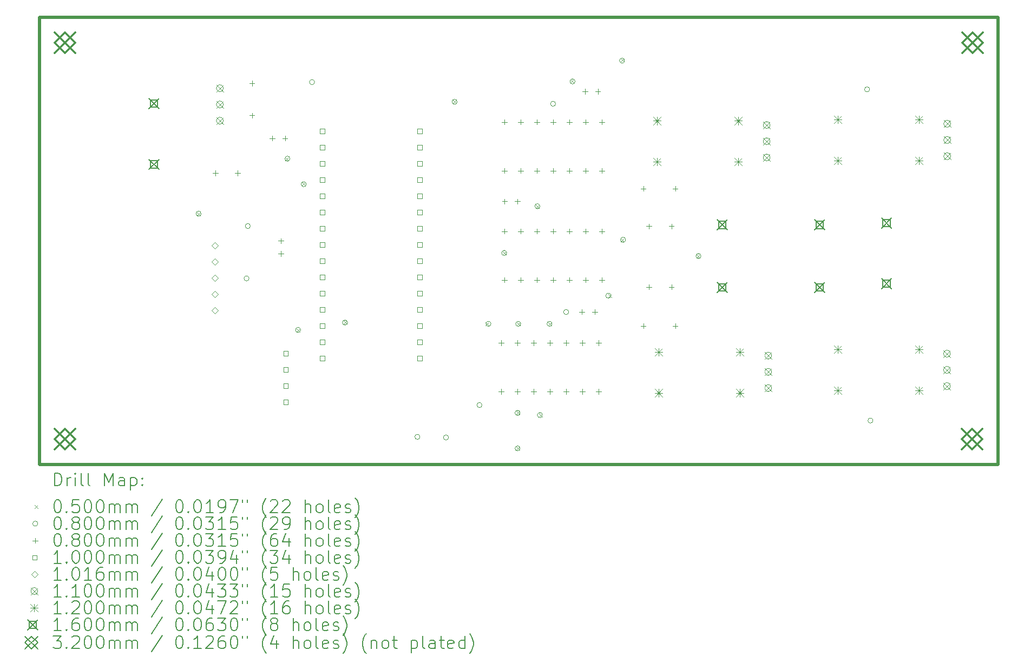
<source format=gbr>
%TF.GenerationSoftware,KiCad,Pcbnew,7.0.10*%
%TF.CreationDate,2024-06-18T14:27:42+07:00*%
%TF.ProjectId,full-bridge-inverter,66756c6c-2d62-4726-9964-67652d696e76,rev?*%
%TF.SameCoordinates,Original*%
%TF.FileFunction,Drillmap*%
%TF.FilePolarity,Positive*%
%FSLAX45Y45*%
G04 Gerber Fmt 4.5, Leading zero omitted, Abs format (unit mm)*
G04 Created by KiCad (PCBNEW 7.0.10) date 2024-06-18 14:27:42*
%MOMM*%
%LPD*%
G01*
G04 APERTURE LIST*
%ADD10C,0.100000*%
%ADD11C,0.500000*%
%ADD12C,0.200000*%
%ADD13C,0.101600*%
%ADD14C,0.110000*%
%ADD15C,0.120000*%
%ADD16C,0.160000*%
%ADD17C,0.320000*%
G04 APERTURE END LIST*
D10*
X22460000Y-14100000D02*
X22460000Y-14090000D01*
X22046569Y-14100000D02*
X22460000Y-14100000D01*
D11*
X7600000Y-7080000D02*
X22600000Y-7080000D01*
X22600000Y-14080000D01*
X7600000Y-14080000D01*
X7600000Y-7080000D01*
D12*
D10*
X10067049Y-10135520D02*
X10117049Y-10185520D01*
X10117049Y-10135520D02*
X10067049Y-10185520D01*
X10067049Y-10135520D02*
X10117049Y-10185520D01*
X10117049Y-10135520D02*
X10067049Y-10185520D01*
X11446568Y-9273000D02*
X11496568Y-9323000D01*
X11496568Y-9273000D02*
X11446568Y-9323000D01*
X11621568Y-11955000D02*
X11671568Y-12005000D01*
X11671568Y-11955000D02*
X11621568Y-12005000D01*
X11711632Y-9665064D02*
X11761632Y-9715064D01*
X11761632Y-9665064D02*
X11711632Y-9715064D01*
X11711632Y-9665064D02*
X11761632Y-9715064D01*
X11761632Y-9665064D02*
X11711632Y-9715064D01*
X12357568Y-11834000D02*
X12407568Y-11884000D01*
X12407568Y-11834000D02*
X12357568Y-11884000D01*
X14071568Y-8377000D02*
X14121568Y-8427000D01*
X14121568Y-8377000D02*
X14071568Y-8427000D01*
X14579068Y-11855000D02*
X14629068Y-11905000D01*
X14629068Y-11855000D02*
X14579068Y-11905000D01*
X14847568Y-10746000D02*
X14897568Y-10796000D01*
X14897568Y-10746000D02*
X14847568Y-10796000D01*
X15058568Y-13246000D02*
X15108568Y-13296000D01*
X15108568Y-13246000D02*
X15058568Y-13296000D01*
X15060568Y-13807000D02*
X15110568Y-13857000D01*
X15110568Y-13807000D02*
X15060568Y-13857000D01*
X15070568Y-11855000D02*
X15120568Y-11905000D01*
X15120568Y-11855000D02*
X15070568Y-11905000D01*
X15363568Y-10021000D02*
X15413568Y-10071000D01*
X15413568Y-10021000D02*
X15363568Y-10071000D01*
X15413568Y-13287000D02*
X15463568Y-13337000D01*
X15463568Y-13287000D02*
X15413568Y-13337000D01*
X15560068Y-11855000D02*
X15610068Y-11905000D01*
X15610068Y-11855000D02*
X15560068Y-11905000D01*
X15905568Y-8053000D02*
X15955568Y-8103000D01*
X15955568Y-8053000D02*
X15905568Y-8103000D01*
X16500568Y-11417000D02*
X16550568Y-11467000D01*
X16550568Y-11417000D02*
X16500568Y-11467000D01*
X16691568Y-7725000D02*
X16741568Y-7775000D01*
X16741568Y-7725000D02*
X16691568Y-7775000D01*
X16691568Y-10543000D02*
X16741568Y-10593000D01*
X16741568Y-10543000D02*
X16691568Y-10593000D01*
X17882569Y-10797000D02*
X17932569Y-10847000D01*
X17932569Y-10797000D02*
X17882569Y-10847000D01*
X17882569Y-10797000D02*
X17932569Y-10847000D01*
X17932569Y-10797000D02*
X17882569Y-10847000D01*
X10130000Y-10155000D02*
G75*
G03*
X10050000Y-10155000I-40000J0D01*
G01*
X10050000Y-10155000D02*
G75*
G03*
X10130000Y-10155000I40000J0D01*
G01*
X10880000Y-11170000D02*
G75*
G03*
X10800000Y-11170000I-40000J0D01*
G01*
X10800000Y-11170000D02*
G75*
G03*
X10880000Y-11170000I40000J0D01*
G01*
X10900000Y-10350000D02*
G75*
G03*
X10820000Y-10350000I-40000J0D01*
G01*
X10820000Y-10350000D02*
G75*
G03*
X10900000Y-10350000I40000J0D01*
G01*
X11520000Y-9295000D02*
G75*
G03*
X11440000Y-9295000I-40000J0D01*
G01*
X11440000Y-9295000D02*
G75*
G03*
X11520000Y-9295000I40000J0D01*
G01*
X11685000Y-11975000D02*
G75*
G03*
X11605000Y-11975000I-40000J0D01*
G01*
X11605000Y-11975000D02*
G75*
G03*
X11685000Y-11975000I40000J0D01*
G01*
X11775000Y-9695000D02*
G75*
G03*
X11695000Y-9695000I-40000J0D01*
G01*
X11695000Y-9695000D02*
G75*
G03*
X11775000Y-9695000I40000J0D01*
G01*
X11905000Y-8095000D02*
G75*
G03*
X11825000Y-8095000I-40000J0D01*
G01*
X11825000Y-8095000D02*
G75*
G03*
X11905000Y-8095000I40000J0D01*
G01*
X12420000Y-11860000D02*
G75*
G03*
X12340000Y-11860000I-40000J0D01*
G01*
X12340000Y-11860000D02*
G75*
G03*
X12420000Y-11860000I40000J0D01*
G01*
X13552500Y-13650000D02*
G75*
G03*
X13472500Y-13650000I-40000J0D01*
G01*
X13472500Y-13650000D02*
G75*
G03*
X13552500Y-13650000I40000J0D01*
G01*
X14000000Y-13660000D02*
G75*
G03*
X13920000Y-13660000I-40000J0D01*
G01*
X13920000Y-13660000D02*
G75*
G03*
X14000000Y-13660000I40000J0D01*
G01*
X14135000Y-8405000D02*
G75*
G03*
X14055000Y-8405000I-40000J0D01*
G01*
X14055000Y-8405000D02*
G75*
G03*
X14135000Y-8405000I40000J0D01*
G01*
X14522500Y-13152500D02*
G75*
G03*
X14442500Y-13152500I-40000J0D01*
G01*
X14442500Y-13152500D02*
G75*
G03*
X14522500Y-13152500I40000J0D01*
G01*
X14665000Y-11880000D02*
G75*
G03*
X14585000Y-11880000I-40000J0D01*
G01*
X14585000Y-11880000D02*
G75*
G03*
X14665000Y-11880000I40000J0D01*
G01*
X14910000Y-10770000D02*
G75*
G03*
X14830000Y-10770000I-40000J0D01*
G01*
X14830000Y-10770000D02*
G75*
G03*
X14910000Y-10770000I40000J0D01*
G01*
X15120000Y-13275000D02*
G75*
G03*
X15040000Y-13275000I-40000J0D01*
G01*
X15040000Y-13275000D02*
G75*
G03*
X15120000Y-13275000I40000J0D01*
G01*
X15120000Y-13830000D02*
G75*
G03*
X15040000Y-13830000I-40000J0D01*
G01*
X15040000Y-13830000D02*
G75*
G03*
X15120000Y-13830000I40000J0D01*
G01*
X15130000Y-11880000D02*
G75*
G03*
X15050000Y-11880000I-40000J0D01*
G01*
X15050000Y-11880000D02*
G75*
G03*
X15130000Y-11880000I40000J0D01*
G01*
X15430000Y-10040000D02*
G75*
G03*
X15350000Y-10040000I-40000J0D01*
G01*
X15350000Y-10040000D02*
G75*
G03*
X15430000Y-10040000I40000J0D01*
G01*
X15470000Y-13310000D02*
G75*
G03*
X15390000Y-13310000I-40000J0D01*
G01*
X15390000Y-13310000D02*
G75*
G03*
X15470000Y-13310000I40000J0D01*
G01*
X15620000Y-11880000D02*
G75*
G03*
X15540000Y-11880000I-40000J0D01*
G01*
X15540000Y-11880000D02*
G75*
G03*
X15620000Y-11880000I40000J0D01*
G01*
X15675000Y-8435000D02*
G75*
G03*
X15595000Y-8435000I-40000J0D01*
G01*
X15595000Y-8435000D02*
G75*
G03*
X15675000Y-8435000I40000J0D01*
G01*
X15880000Y-11695000D02*
G75*
G03*
X15800000Y-11695000I-40000J0D01*
G01*
X15800000Y-11695000D02*
G75*
G03*
X15880000Y-11695000I40000J0D01*
G01*
X15980000Y-8085000D02*
G75*
G03*
X15900000Y-8085000I-40000J0D01*
G01*
X15900000Y-8085000D02*
G75*
G03*
X15980000Y-8085000I40000J0D01*
G01*
X16540000Y-11440000D02*
G75*
G03*
X16460000Y-11440000I-40000J0D01*
G01*
X16460000Y-11440000D02*
G75*
G03*
X16540000Y-11440000I40000J0D01*
G01*
X16755000Y-7760000D02*
G75*
G03*
X16675000Y-7760000I-40000J0D01*
G01*
X16675000Y-7760000D02*
G75*
G03*
X16755000Y-7760000I40000J0D01*
G01*
X16770000Y-10565000D02*
G75*
G03*
X16690000Y-10565000I-40000J0D01*
G01*
X16690000Y-10565000D02*
G75*
G03*
X16770000Y-10565000I40000J0D01*
G01*
X17950000Y-10820000D02*
G75*
G03*
X17870000Y-10820000I-40000J0D01*
G01*
X17870000Y-10820000D02*
G75*
G03*
X17950000Y-10820000I40000J0D01*
G01*
X20587500Y-8210000D02*
G75*
G03*
X20507500Y-8210000I-40000J0D01*
G01*
X20507500Y-8210000D02*
G75*
G03*
X20587500Y-8210000I40000J0D01*
G01*
X20640000Y-13395000D02*
G75*
G03*
X20560000Y-13395000I-40000J0D01*
G01*
X20560000Y-13395000D02*
G75*
G03*
X20640000Y-13395000I40000J0D01*
G01*
X10351569Y-9480000D02*
X10351569Y-9560000D01*
X10311569Y-9520000D02*
X10391569Y-9520000D01*
X10701569Y-9480000D02*
X10701569Y-9560000D01*
X10661569Y-9520000D02*
X10741569Y-9520000D01*
X10926569Y-8076000D02*
X10926569Y-8156000D01*
X10886569Y-8116000D02*
X10966569Y-8116000D01*
X10926569Y-8576000D02*
X10926569Y-8656000D01*
X10886569Y-8616000D02*
X10966569Y-8616000D01*
X11241568Y-8934000D02*
X11241568Y-9014000D01*
X11201568Y-8974000D02*
X11281568Y-8974000D01*
X11376568Y-10540000D02*
X11376568Y-10620000D01*
X11336568Y-10580000D02*
X11416568Y-10580000D01*
X11376568Y-10740000D02*
X11376568Y-10820000D01*
X11336568Y-10780000D02*
X11416568Y-10780000D01*
X11441568Y-8934000D02*
X11441568Y-9014000D01*
X11401568Y-8974000D02*
X11481568Y-8974000D01*
X14824068Y-12140000D02*
X14824068Y-12220000D01*
X14784068Y-12180000D02*
X14864068Y-12180000D01*
X14824068Y-12902000D02*
X14824068Y-12982000D01*
X14784068Y-12942000D02*
X14864068Y-12942000D01*
X14872568Y-8680000D02*
X14872568Y-8760000D01*
X14832568Y-8720000D02*
X14912568Y-8720000D01*
X14872568Y-9442000D02*
X14872568Y-9522000D01*
X14832568Y-9482000D02*
X14912568Y-9482000D01*
X14872568Y-10390000D02*
X14872568Y-10470000D01*
X14832568Y-10430000D02*
X14912568Y-10430000D01*
X14872568Y-11152000D02*
X14872568Y-11232000D01*
X14832568Y-11192000D02*
X14912568Y-11192000D01*
X14876568Y-9922000D02*
X14876568Y-10002000D01*
X14836568Y-9962000D02*
X14916568Y-9962000D01*
X15076568Y-9922000D02*
X15076568Y-10002000D01*
X15036568Y-9962000D02*
X15116568Y-9962000D01*
X15078068Y-12140000D02*
X15078068Y-12220000D01*
X15038068Y-12180000D02*
X15118068Y-12180000D01*
X15078068Y-12902000D02*
X15078068Y-12982000D01*
X15038068Y-12942000D02*
X15118068Y-12942000D01*
X15126568Y-8680000D02*
X15126568Y-8760000D01*
X15086568Y-8720000D02*
X15166568Y-8720000D01*
X15126568Y-9442000D02*
X15126568Y-9522000D01*
X15086568Y-9482000D02*
X15166568Y-9482000D01*
X15126568Y-10390000D02*
X15126568Y-10470000D01*
X15086568Y-10430000D02*
X15166568Y-10430000D01*
X15126568Y-11152000D02*
X15126568Y-11232000D01*
X15086568Y-11192000D02*
X15166568Y-11192000D01*
X15332068Y-12140000D02*
X15332068Y-12220000D01*
X15292068Y-12180000D02*
X15372068Y-12180000D01*
X15332068Y-12902000D02*
X15332068Y-12982000D01*
X15292068Y-12942000D02*
X15372068Y-12942000D01*
X15380568Y-8680000D02*
X15380568Y-8760000D01*
X15340568Y-8720000D02*
X15420568Y-8720000D01*
X15380568Y-9442000D02*
X15380568Y-9522000D01*
X15340568Y-9482000D02*
X15420568Y-9482000D01*
X15380568Y-10390000D02*
X15380568Y-10470000D01*
X15340568Y-10430000D02*
X15420568Y-10430000D01*
X15380568Y-11152000D02*
X15380568Y-11232000D01*
X15340568Y-11192000D02*
X15420568Y-11192000D01*
X15586068Y-12140000D02*
X15586068Y-12220000D01*
X15546068Y-12180000D02*
X15626068Y-12180000D01*
X15586068Y-12902000D02*
X15586068Y-12982000D01*
X15546068Y-12942000D02*
X15626068Y-12942000D01*
X15634568Y-8680000D02*
X15634568Y-8760000D01*
X15594568Y-8720000D02*
X15674568Y-8720000D01*
X15634568Y-9442000D02*
X15634568Y-9522000D01*
X15594568Y-9482000D02*
X15674568Y-9482000D01*
X15634568Y-10390000D02*
X15634568Y-10470000D01*
X15594568Y-10430000D02*
X15674568Y-10430000D01*
X15634568Y-11152000D02*
X15634568Y-11232000D01*
X15594568Y-11192000D02*
X15674568Y-11192000D01*
X15840068Y-12140000D02*
X15840068Y-12220000D01*
X15800068Y-12180000D02*
X15880068Y-12180000D01*
X15840068Y-12902000D02*
X15840068Y-12982000D01*
X15800068Y-12942000D02*
X15880068Y-12942000D01*
X15888568Y-8680000D02*
X15888568Y-8760000D01*
X15848568Y-8720000D02*
X15928568Y-8720000D01*
X15888568Y-9442000D02*
X15888568Y-9522000D01*
X15848568Y-9482000D02*
X15928568Y-9482000D01*
X15888568Y-10390000D02*
X15888568Y-10470000D01*
X15848568Y-10430000D02*
X15928568Y-10430000D01*
X15888568Y-11152000D02*
X15888568Y-11232000D01*
X15848568Y-11192000D02*
X15928568Y-11192000D01*
X16086568Y-11652000D02*
X16086568Y-11732000D01*
X16046568Y-11692000D02*
X16126568Y-11692000D01*
X16094068Y-12140000D02*
X16094068Y-12220000D01*
X16054068Y-12180000D02*
X16134068Y-12180000D01*
X16094068Y-12902000D02*
X16094068Y-12982000D01*
X16054068Y-12942000D02*
X16134068Y-12942000D01*
X16136568Y-8202000D02*
X16136568Y-8282000D01*
X16096568Y-8242000D02*
X16176568Y-8242000D01*
X16142568Y-8680000D02*
X16142568Y-8760000D01*
X16102568Y-8720000D02*
X16182568Y-8720000D01*
X16142568Y-9442000D02*
X16142568Y-9522000D01*
X16102568Y-9482000D02*
X16182568Y-9482000D01*
X16142568Y-10390000D02*
X16142568Y-10470000D01*
X16102568Y-10430000D02*
X16182568Y-10430000D01*
X16142568Y-11152000D02*
X16142568Y-11232000D01*
X16102568Y-11192000D02*
X16182568Y-11192000D01*
X16286568Y-11652000D02*
X16286568Y-11732000D01*
X16246568Y-11692000D02*
X16326568Y-11692000D01*
X16336568Y-8202000D02*
X16336568Y-8282000D01*
X16296568Y-8242000D02*
X16376568Y-8242000D01*
X16348068Y-12140000D02*
X16348068Y-12220000D01*
X16308068Y-12180000D02*
X16388068Y-12180000D01*
X16348068Y-12902000D02*
X16348068Y-12982000D01*
X16308068Y-12942000D02*
X16388068Y-12942000D01*
X16396568Y-8680000D02*
X16396568Y-8760000D01*
X16356568Y-8720000D02*
X16436568Y-8720000D01*
X16396568Y-9442000D02*
X16396568Y-9522000D01*
X16356568Y-9482000D02*
X16436568Y-9482000D01*
X16396568Y-10390000D02*
X16396568Y-10470000D01*
X16356568Y-10430000D02*
X16436568Y-10430000D01*
X16396568Y-11152000D02*
X16396568Y-11232000D01*
X16356568Y-11192000D02*
X16436568Y-11192000D01*
X17046569Y-9722000D02*
X17046569Y-9802000D01*
X17006569Y-9762000D02*
X17086569Y-9762000D01*
X17046569Y-11872000D02*
X17046569Y-11952000D01*
X17006569Y-11912000D02*
X17086569Y-11912000D01*
X17136569Y-10312000D02*
X17136569Y-10392000D01*
X17096569Y-10352000D02*
X17176569Y-10352000D01*
X17136569Y-11262000D02*
X17136569Y-11342000D01*
X17096569Y-11302000D02*
X17176569Y-11302000D01*
X17486569Y-10312000D02*
X17486569Y-10392000D01*
X17446569Y-10352000D02*
X17526569Y-10352000D01*
X17486569Y-11262000D02*
X17486569Y-11342000D01*
X17446569Y-11302000D02*
X17526569Y-11302000D01*
X17546569Y-9722000D02*
X17546569Y-9802000D01*
X17506569Y-9762000D02*
X17586569Y-9762000D01*
X17546569Y-11872000D02*
X17546569Y-11952000D01*
X17506569Y-11912000D02*
X17586569Y-11912000D01*
X11487924Y-12379356D02*
X11487924Y-12308644D01*
X11417213Y-12308644D01*
X11417213Y-12379356D01*
X11487924Y-12379356D01*
X11487924Y-12633356D02*
X11487924Y-12562644D01*
X11417213Y-12562644D01*
X11417213Y-12633356D01*
X11487924Y-12633356D01*
X11487924Y-12887356D02*
X11487924Y-12816644D01*
X11417213Y-12816644D01*
X11417213Y-12887356D01*
X11487924Y-12887356D01*
X11487924Y-13141356D02*
X11487924Y-13070644D01*
X11417213Y-13070644D01*
X11417213Y-13141356D01*
X11487924Y-13141356D01*
X12060924Y-8900356D02*
X12060924Y-8829644D01*
X11990213Y-8829644D01*
X11990213Y-8900356D01*
X12060924Y-8900356D01*
X12060924Y-9154356D02*
X12060924Y-9083644D01*
X11990213Y-9083644D01*
X11990213Y-9154356D01*
X12060924Y-9154356D01*
X12060924Y-9408356D02*
X12060924Y-9337644D01*
X11990213Y-9337644D01*
X11990213Y-9408356D01*
X12060924Y-9408356D01*
X12060924Y-9662356D02*
X12060924Y-9591644D01*
X11990213Y-9591644D01*
X11990213Y-9662356D01*
X12060924Y-9662356D01*
X12060924Y-9916356D02*
X12060924Y-9845644D01*
X11990213Y-9845644D01*
X11990213Y-9916356D01*
X12060924Y-9916356D01*
X12060924Y-10170356D02*
X12060924Y-10099644D01*
X11990213Y-10099644D01*
X11990213Y-10170356D01*
X12060924Y-10170356D01*
X12060924Y-10424356D02*
X12060924Y-10353644D01*
X11990213Y-10353644D01*
X11990213Y-10424356D01*
X12060924Y-10424356D01*
X12060924Y-10678356D02*
X12060924Y-10607644D01*
X11990213Y-10607644D01*
X11990213Y-10678356D01*
X12060924Y-10678356D01*
X12060924Y-10932356D02*
X12060924Y-10861644D01*
X11990213Y-10861644D01*
X11990213Y-10932356D01*
X12060924Y-10932356D01*
X12060924Y-11186356D02*
X12060924Y-11115644D01*
X11990213Y-11115644D01*
X11990213Y-11186356D01*
X12060924Y-11186356D01*
X12060924Y-11440356D02*
X12060924Y-11369644D01*
X11990213Y-11369644D01*
X11990213Y-11440356D01*
X12060924Y-11440356D01*
X12060924Y-11694356D02*
X12060924Y-11623644D01*
X11990213Y-11623644D01*
X11990213Y-11694356D01*
X12060924Y-11694356D01*
X12060924Y-11948356D02*
X12060924Y-11877644D01*
X11990213Y-11877644D01*
X11990213Y-11948356D01*
X12060924Y-11948356D01*
X12060924Y-12202356D02*
X12060924Y-12131644D01*
X11990213Y-12131644D01*
X11990213Y-12202356D01*
X12060924Y-12202356D01*
X12060924Y-12456356D02*
X12060924Y-12385644D01*
X11990213Y-12385644D01*
X11990213Y-12456356D01*
X12060924Y-12456356D01*
X13584924Y-8900356D02*
X13584924Y-8829644D01*
X13514213Y-8829644D01*
X13514213Y-8900356D01*
X13584924Y-8900356D01*
X13584924Y-9154356D02*
X13584924Y-9083644D01*
X13514213Y-9083644D01*
X13514213Y-9154356D01*
X13584924Y-9154356D01*
X13584924Y-9408356D02*
X13584924Y-9337644D01*
X13514213Y-9337644D01*
X13514213Y-9408356D01*
X13584924Y-9408356D01*
X13584924Y-9662356D02*
X13584924Y-9591644D01*
X13514213Y-9591644D01*
X13514213Y-9662356D01*
X13584924Y-9662356D01*
X13584924Y-9916356D02*
X13584924Y-9845644D01*
X13514213Y-9845644D01*
X13514213Y-9916356D01*
X13584924Y-9916356D01*
X13584924Y-10170356D02*
X13584924Y-10099644D01*
X13514213Y-10099644D01*
X13514213Y-10170356D01*
X13584924Y-10170356D01*
X13584924Y-10424356D02*
X13584924Y-10353644D01*
X13514213Y-10353644D01*
X13514213Y-10424356D01*
X13584924Y-10424356D01*
X13584924Y-10678356D02*
X13584924Y-10607644D01*
X13514213Y-10607644D01*
X13514213Y-10678356D01*
X13584924Y-10678356D01*
X13584924Y-10932356D02*
X13584924Y-10861644D01*
X13514213Y-10861644D01*
X13514213Y-10932356D01*
X13584924Y-10932356D01*
X13584924Y-11186356D02*
X13584924Y-11115644D01*
X13514213Y-11115644D01*
X13514213Y-11186356D01*
X13584924Y-11186356D01*
X13584924Y-11440356D02*
X13584924Y-11369644D01*
X13514213Y-11369644D01*
X13514213Y-11440356D01*
X13584924Y-11440356D01*
X13584924Y-11694356D02*
X13584924Y-11623644D01*
X13514213Y-11623644D01*
X13514213Y-11694356D01*
X13584924Y-11694356D01*
X13584924Y-11948356D02*
X13584924Y-11877644D01*
X13514213Y-11877644D01*
X13514213Y-11948356D01*
X13584924Y-11948356D01*
X13584924Y-12202356D02*
X13584924Y-12131644D01*
X13514213Y-12131644D01*
X13514213Y-12202356D01*
X13584924Y-12202356D01*
X13584924Y-12456356D02*
X13584924Y-12385644D01*
X13514213Y-12385644D01*
X13514213Y-12456356D01*
X13584924Y-12456356D01*
D13*
X10348569Y-10708800D02*
X10399369Y-10658000D01*
X10348569Y-10607200D01*
X10297769Y-10658000D01*
X10348569Y-10708800D01*
X10348569Y-10962800D02*
X10399369Y-10912000D01*
X10348569Y-10861200D01*
X10297769Y-10912000D01*
X10348569Y-10962800D01*
X10348569Y-11216800D02*
X10399369Y-11166000D01*
X10348569Y-11115200D01*
X10297769Y-11166000D01*
X10348569Y-11216800D01*
X10348569Y-11470800D02*
X10399369Y-11420000D01*
X10348569Y-11369200D01*
X10297769Y-11420000D01*
X10348569Y-11470800D01*
X10348569Y-11724800D02*
X10399369Y-11674000D01*
X10348569Y-11623200D01*
X10297769Y-11674000D01*
X10348569Y-11724800D01*
D14*
X10368569Y-8137000D02*
X10478569Y-8247000D01*
X10478569Y-8137000D02*
X10368569Y-8247000D01*
X10478569Y-8192000D02*
G75*
G03*
X10368569Y-8192000I-55000J0D01*
G01*
X10368569Y-8192000D02*
G75*
G03*
X10478569Y-8192000I55000J0D01*
G01*
X10368569Y-8391000D02*
X10478569Y-8501000D01*
X10478569Y-8391000D02*
X10368569Y-8501000D01*
X10478569Y-8446000D02*
G75*
G03*
X10368569Y-8446000I-55000J0D01*
G01*
X10368569Y-8446000D02*
G75*
G03*
X10478569Y-8446000I55000J0D01*
G01*
X10368569Y-8645000D02*
X10478569Y-8755000D01*
X10478569Y-8645000D02*
X10368569Y-8755000D01*
X10478569Y-8700000D02*
G75*
G03*
X10368569Y-8700000I-55000J0D01*
G01*
X10368569Y-8700000D02*
G75*
G03*
X10478569Y-8700000I55000J0D01*
G01*
X18921569Y-8713000D02*
X19031569Y-8823000D01*
X19031569Y-8713000D02*
X18921569Y-8823000D01*
X19031569Y-8768000D02*
G75*
G03*
X18921569Y-8768000I-55000J0D01*
G01*
X18921569Y-8768000D02*
G75*
G03*
X19031569Y-8768000I55000J0D01*
G01*
X18921569Y-8967000D02*
X19031569Y-9077000D01*
X19031569Y-8967000D02*
X18921569Y-9077000D01*
X19031569Y-9022000D02*
G75*
G03*
X18921569Y-9022000I-55000J0D01*
G01*
X18921569Y-9022000D02*
G75*
G03*
X19031569Y-9022000I55000J0D01*
G01*
X18921569Y-9221000D02*
X19031569Y-9331000D01*
X19031569Y-9221000D02*
X18921569Y-9331000D01*
X19031569Y-9276000D02*
G75*
G03*
X18921569Y-9276000I-55000J0D01*
G01*
X18921569Y-9276000D02*
G75*
G03*
X19031569Y-9276000I55000J0D01*
G01*
X18946569Y-12323000D02*
X19056569Y-12433000D01*
X19056569Y-12323000D02*
X18946569Y-12433000D01*
X19056569Y-12378000D02*
G75*
G03*
X18946569Y-12378000I-55000J0D01*
G01*
X18946569Y-12378000D02*
G75*
G03*
X19056569Y-12378000I55000J0D01*
G01*
X18946569Y-12577000D02*
X19056569Y-12687000D01*
X19056569Y-12577000D02*
X18946569Y-12687000D01*
X19056569Y-12632000D02*
G75*
G03*
X18946569Y-12632000I-55000J0D01*
G01*
X18946569Y-12632000D02*
G75*
G03*
X19056569Y-12632000I55000J0D01*
G01*
X18946569Y-12831000D02*
X19056569Y-12941000D01*
X19056569Y-12831000D02*
X18946569Y-12941000D01*
X19056569Y-12886000D02*
G75*
G03*
X18946569Y-12886000I-55000J0D01*
G01*
X18946569Y-12886000D02*
G75*
G03*
X19056569Y-12886000I55000J0D01*
G01*
X21741569Y-12293000D02*
X21851569Y-12403000D01*
X21851569Y-12293000D02*
X21741569Y-12403000D01*
X21851569Y-12348000D02*
G75*
G03*
X21741569Y-12348000I-55000J0D01*
G01*
X21741569Y-12348000D02*
G75*
G03*
X21851569Y-12348000I55000J0D01*
G01*
X21741569Y-12547000D02*
X21851569Y-12657000D01*
X21851569Y-12547000D02*
X21741569Y-12657000D01*
X21851569Y-12602000D02*
G75*
G03*
X21741569Y-12602000I-55000J0D01*
G01*
X21741569Y-12602000D02*
G75*
G03*
X21851569Y-12602000I55000J0D01*
G01*
X21741569Y-12801000D02*
X21851569Y-12911000D01*
X21851569Y-12801000D02*
X21741569Y-12911000D01*
X21851569Y-12856000D02*
G75*
G03*
X21741569Y-12856000I-55000J0D01*
G01*
X21741569Y-12856000D02*
G75*
G03*
X21851569Y-12856000I55000J0D01*
G01*
X21746569Y-8693000D02*
X21856569Y-8803000D01*
X21856569Y-8693000D02*
X21746569Y-8803000D01*
X21856569Y-8748000D02*
G75*
G03*
X21746569Y-8748000I-55000J0D01*
G01*
X21746569Y-8748000D02*
G75*
G03*
X21856569Y-8748000I55000J0D01*
G01*
X21746569Y-8947000D02*
X21856569Y-9057000D01*
X21856569Y-8947000D02*
X21746569Y-9057000D01*
X21856569Y-9002000D02*
G75*
G03*
X21746569Y-9002000I-55000J0D01*
G01*
X21746569Y-9002000D02*
G75*
G03*
X21856569Y-9002000I55000J0D01*
G01*
X21746569Y-9201000D02*
X21856569Y-9311000D01*
X21856569Y-9201000D02*
X21746569Y-9311000D01*
X21856569Y-9256000D02*
G75*
G03*
X21746569Y-9256000I-55000J0D01*
G01*
X21746569Y-9256000D02*
G75*
G03*
X21856569Y-9256000I55000J0D01*
G01*
D15*
X17201569Y-8642000D02*
X17321569Y-8762000D01*
X17321569Y-8642000D02*
X17201569Y-8762000D01*
X17261569Y-8642000D02*
X17261569Y-8762000D01*
X17201569Y-8702000D02*
X17321569Y-8702000D01*
X17201569Y-9282000D02*
X17321569Y-9402000D01*
X17321569Y-9282000D02*
X17201569Y-9402000D01*
X17261569Y-9282000D02*
X17261569Y-9402000D01*
X17201569Y-9342000D02*
X17321569Y-9342000D01*
X17226569Y-12262000D02*
X17346569Y-12382000D01*
X17346569Y-12262000D02*
X17226569Y-12382000D01*
X17286569Y-12262000D02*
X17286569Y-12382000D01*
X17226569Y-12322000D02*
X17346569Y-12322000D01*
X17226569Y-12902000D02*
X17346569Y-13022000D01*
X17346569Y-12902000D02*
X17226569Y-13022000D01*
X17286569Y-12902000D02*
X17286569Y-13022000D01*
X17226569Y-12962000D02*
X17346569Y-12962000D01*
X18471569Y-8642000D02*
X18591569Y-8762000D01*
X18591569Y-8642000D02*
X18471569Y-8762000D01*
X18531569Y-8642000D02*
X18531569Y-8762000D01*
X18471569Y-8702000D02*
X18591569Y-8702000D01*
X18471569Y-9282000D02*
X18591569Y-9402000D01*
X18591569Y-9282000D02*
X18471569Y-9402000D01*
X18531569Y-9282000D02*
X18531569Y-9402000D01*
X18471569Y-9342000D02*
X18591569Y-9342000D01*
X18496569Y-12262000D02*
X18616569Y-12382000D01*
X18616569Y-12262000D02*
X18496569Y-12382000D01*
X18556569Y-12262000D02*
X18556569Y-12382000D01*
X18496569Y-12322000D02*
X18616569Y-12322000D01*
X18496569Y-12902000D02*
X18616569Y-13022000D01*
X18616569Y-12902000D02*
X18496569Y-13022000D01*
X18556569Y-12902000D02*
X18556569Y-13022000D01*
X18496569Y-12962000D02*
X18616569Y-12962000D01*
X20026569Y-12222000D02*
X20146569Y-12342000D01*
X20146569Y-12222000D02*
X20026569Y-12342000D01*
X20086569Y-12222000D02*
X20086569Y-12342000D01*
X20026569Y-12282000D02*
X20146569Y-12282000D01*
X20026569Y-12862000D02*
X20146569Y-12982000D01*
X20146569Y-12862000D02*
X20026569Y-12982000D01*
X20086569Y-12862000D02*
X20086569Y-12982000D01*
X20026569Y-12922000D02*
X20146569Y-12922000D01*
X20031569Y-8622000D02*
X20151569Y-8742000D01*
X20151569Y-8622000D02*
X20031569Y-8742000D01*
X20091569Y-8622000D02*
X20091569Y-8742000D01*
X20031569Y-8682000D02*
X20151569Y-8682000D01*
X20031569Y-9262000D02*
X20151569Y-9382000D01*
X20151569Y-9262000D02*
X20031569Y-9382000D01*
X20091569Y-9262000D02*
X20091569Y-9382000D01*
X20031569Y-9322000D02*
X20151569Y-9322000D01*
X21296569Y-12222000D02*
X21416569Y-12342000D01*
X21416569Y-12222000D02*
X21296569Y-12342000D01*
X21356569Y-12222000D02*
X21356569Y-12342000D01*
X21296569Y-12282000D02*
X21416569Y-12282000D01*
X21296569Y-12862000D02*
X21416569Y-12982000D01*
X21416569Y-12862000D02*
X21296569Y-12982000D01*
X21356569Y-12862000D02*
X21356569Y-12982000D01*
X21296569Y-12922000D02*
X21416569Y-12922000D01*
X21301569Y-8622000D02*
X21421569Y-8742000D01*
X21421569Y-8622000D02*
X21301569Y-8742000D01*
X21361569Y-8622000D02*
X21361569Y-8742000D01*
X21301569Y-8682000D02*
X21421569Y-8682000D01*
X21301569Y-9262000D02*
X21421569Y-9382000D01*
X21421569Y-9262000D02*
X21301569Y-9382000D01*
X21361569Y-9262000D02*
X21361569Y-9382000D01*
X21301569Y-9322000D02*
X21421569Y-9322000D01*
D16*
X9311569Y-8354000D02*
X9471569Y-8514000D01*
X9471569Y-8354000D02*
X9311569Y-8514000D01*
X9448138Y-8490569D02*
X9448138Y-8377431D01*
X9334999Y-8377431D01*
X9334999Y-8490569D01*
X9448138Y-8490569D01*
X9311569Y-9304000D02*
X9471569Y-9464000D01*
X9471569Y-9304000D02*
X9311569Y-9464000D01*
X9448138Y-9440569D02*
X9448138Y-9327431D01*
X9334999Y-9327431D01*
X9334999Y-9440569D01*
X9448138Y-9440569D01*
X18204569Y-10252000D02*
X18364569Y-10412000D01*
X18364569Y-10252000D02*
X18204569Y-10412000D01*
X18341138Y-10388569D02*
X18341138Y-10275431D01*
X18227999Y-10275431D01*
X18227999Y-10388569D01*
X18341138Y-10388569D01*
X18204569Y-11232000D02*
X18364569Y-11392000D01*
X18364569Y-11232000D02*
X18204569Y-11392000D01*
X18341138Y-11368569D02*
X18341138Y-11255431D01*
X18227999Y-11255431D01*
X18227999Y-11368569D01*
X18341138Y-11368569D01*
X19728569Y-10252000D02*
X19888569Y-10412000D01*
X19888569Y-10252000D02*
X19728569Y-10412000D01*
X19865138Y-10388569D02*
X19865138Y-10275431D01*
X19751999Y-10275431D01*
X19751999Y-10388569D01*
X19865138Y-10388569D01*
X19728569Y-11232000D02*
X19888569Y-11392000D01*
X19888569Y-11232000D02*
X19728569Y-11392000D01*
X19865138Y-11368569D02*
X19865138Y-11255431D01*
X19751999Y-11255431D01*
X19751999Y-11368569D01*
X19865138Y-11368569D01*
X20771569Y-10222000D02*
X20931569Y-10382000D01*
X20931569Y-10222000D02*
X20771569Y-10382000D01*
X20908138Y-10358569D02*
X20908138Y-10245431D01*
X20794999Y-10245431D01*
X20794999Y-10358569D01*
X20908138Y-10358569D01*
X20771569Y-11172000D02*
X20931569Y-11332000D01*
X20931569Y-11172000D02*
X20771569Y-11332000D01*
X20908138Y-11308569D02*
X20908138Y-11195431D01*
X20794999Y-11195431D01*
X20794999Y-11308569D01*
X20908138Y-11308569D01*
D17*
X7842500Y-7320000D02*
X8162500Y-7640000D01*
X8162500Y-7320000D02*
X7842500Y-7640000D01*
X8002500Y-7640000D02*
X8162500Y-7480000D01*
X8002500Y-7320000D01*
X7842500Y-7480000D01*
X8002500Y-7640000D01*
X7842500Y-13522500D02*
X8162500Y-13842500D01*
X8162500Y-13522500D02*
X7842500Y-13842500D01*
X8002500Y-13842500D02*
X8162500Y-13682500D01*
X8002500Y-13522500D01*
X7842500Y-13682500D01*
X8002500Y-13842500D01*
X22027500Y-13522500D02*
X22347500Y-13842500D01*
X22347500Y-13522500D02*
X22027500Y-13842500D01*
X22187500Y-13842500D02*
X22347500Y-13682500D01*
X22187500Y-13522500D01*
X22027500Y-13682500D01*
X22187500Y-13842500D01*
X22038932Y-7320000D02*
X22358932Y-7640000D01*
X22358932Y-7320000D02*
X22038932Y-7640000D01*
X22198932Y-7640000D02*
X22358932Y-7480000D01*
X22198932Y-7320000D01*
X22038932Y-7480000D01*
X22198932Y-7640000D01*
D12*
X7835777Y-14416484D02*
X7835777Y-14216484D01*
X7835777Y-14216484D02*
X7883396Y-14216484D01*
X7883396Y-14216484D02*
X7911967Y-14226008D01*
X7911967Y-14226008D02*
X7931015Y-14245055D01*
X7931015Y-14245055D02*
X7940539Y-14264103D01*
X7940539Y-14264103D02*
X7950062Y-14302198D01*
X7950062Y-14302198D02*
X7950062Y-14330769D01*
X7950062Y-14330769D02*
X7940539Y-14368865D01*
X7940539Y-14368865D02*
X7931015Y-14387912D01*
X7931015Y-14387912D02*
X7911967Y-14406960D01*
X7911967Y-14406960D02*
X7883396Y-14416484D01*
X7883396Y-14416484D02*
X7835777Y-14416484D01*
X8035777Y-14416484D02*
X8035777Y-14283150D01*
X8035777Y-14321246D02*
X8045301Y-14302198D01*
X8045301Y-14302198D02*
X8054824Y-14292674D01*
X8054824Y-14292674D02*
X8073872Y-14283150D01*
X8073872Y-14283150D02*
X8092920Y-14283150D01*
X8159586Y-14416484D02*
X8159586Y-14283150D01*
X8159586Y-14216484D02*
X8150062Y-14226008D01*
X8150062Y-14226008D02*
X8159586Y-14235531D01*
X8159586Y-14235531D02*
X8169110Y-14226008D01*
X8169110Y-14226008D02*
X8159586Y-14216484D01*
X8159586Y-14216484D02*
X8159586Y-14235531D01*
X8283396Y-14416484D02*
X8264348Y-14406960D01*
X8264348Y-14406960D02*
X8254824Y-14387912D01*
X8254824Y-14387912D02*
X8254824Y-14216484D01*
X8388158Y-14416484D02*
X8369110Y-14406960D01*
X8369110Y-14406960D02*
X8359586Y-14387912D01*
X8359586Y-14387912D02*
X8359586Y-14216484D01*
X8616729Y-14416484D02*
X8616729Y-14216484D01*
X8616729Y-14216484D02*
X8683396Y-14359341D01*
X8683396Y-14359341D02*
X8750063Y-14216484D01*
X8750063Y-14216484D02*
X8750063Y-14416484D01*
X8931015Y-14416484D02*
X8931015Y-14311722D01*
X8931015Y-14311722D02*
X8921491Y-14292674D01*
X8921491Y-14292674D02*
X8902444Y-14283150D01*
X8902444Y-14283150D02*
X8864348Y-14283150D01*
X8864348Y-14283150D02*
X8845301Y-14292674D01*
X8931015Y-14406960D02*
X8911967Y-14416484D01*
X8911967Y-14416484D02*
X8864348Y-14416484D01*
X8864348Y-14416484D02*
X8845301Y-14406960D01*
X8845301Y-14406960D02*
X8835777Y-14387912D01*
X8835777Y-14387912D02*
X8835777Y-14368865D01*
X8835777Y-14368865D02*
X8845301Y-14349817D01*
X8845301Y-14349817D02*
X8864348Y-14340293D01*
X8864348Y-14340293D02*
X8911967Y-14340293D01*
X8911967Y-14340293D02*
X8931015Y-14330769D01*
X9026253Y-14283150D02*
X9026253Y-14483150D01*
X9026253Y-14292674D02*
X9045301Y-14283150D01*
X9045301Y-14283150D02*
X9083396Y-14283150D01*
X9083396Y-14283150D02*
X9102444Y-14292674D01*
X9102444Y-14292674D02*
X9111967Y-14302198D01*
X9111967Y-14302198D02*
X9121491Y-14321246D01*
X9121491Y-14321246D02*
X9121491Y-14378388D01*
X9121491Y-14378388D02*
X9111967Y-14397436D01*
X9111967Y-14397436D02*
X9102444Y-14406960D01*
X9102444Y-14406960D02*
X9083396Y-14416484D01*
X9083396Y-14416484D02*
X9045301Y-14416484D01*
X9045301Y-14416484D02*
X9026253Y-14406960D01*
X9207205Y-14397436D02*
X9216729Y-14406960D01*
X9216729Y-14406960D02*
X9207205Y-14416484D01*
X9207205Y-14416484D02*
X9197682Y-14406960D01*
X9197682Y-14406960D02*
X9207205Y-14397436D01*
X9207205Y-14397436D02*
X9207205Y-14416484D01*
X9207205Y-14292674D02*
X9216729Y-14302198D01*
X9216729Y-14302198D02*
X9207205Y-14311722D01*
X9207205Y-14311722D02*
X9197682Y-14302198D01*
X9197682Y-14302198D02*
X9207205Y-14292674D01*
X9207205Y-14292674D02*
X9207205Y-14311722D01*
D10*
X7525000Y-14720000D02*
X7575000Y-14770000D01*
X7575000Y-14720000D02*
X7525000Y-14770000D01*
D12*
X7873872Y-14636484D02*
X7892920Y-14636484D01*
X7892920Y-14636484D02*
X7911967Y-14646008D01*
X7911967Y-14646008D02*
X7921491Y-14655531D01*
X7921491Y-14655531D02*
X7931015Y-14674579D01*
X7931015Y-14674579D02*
X7940539Y-14712674D01*
X7940539Y-14712674D02*
X7940539Y-14760293D01*
X7940539Y-14760293D02*
X7931015Y-14798388D01*
X7931015Y-14798388D02*
X7921491Y-14817436D01*
X7921491Y-14817436D02*
X7911967Y-14826960D01*
X7911967Y-14826960D02*
X7892920Y-14836484D01*
X7892920Y-14836484D02*
X7873872Y-14836484D01*
X7873872Y-14836484D02*
X7854824Y-14826960D01*
X7854824Y-14826960D02*
X7845301Y-14817436D01*
X7845301Y-14817436D02*
X7835777Y-14798388D01*
X7835777Y-14798388D02*
X7826253Y-14760293D01*
X7826253Y-14760293D02*
X7826253Y-14712674D01*
X7826253Y-14712674D02*
X7835777Y-14674579D01*
X7835777Y-14674579D02*
X7845301Y-14655531D01*
X7845301Y-14655531D02*
X7854824Y-14646008D01*
X7854824Y-14646008D02*
X7873872Y-14636484D01*
X8026253Y-14817436D02*
X8035777Y-14826960D01*
X8035777Y-14826960D02*
X8026253Y-14836484D01*
X8026253Y-14836484D02*
X8016729Y-14826960D01*
X8016729Y-14826960D02*
X8026253Y-14817436D01*
X8026253Y-14817436D02*
X8026253Y-14836484D01*
X8216729Y-14636484D02*
X8121491Y-14636484D01*
X8121491Y-14636484D02*
X8111967Y-14731722D01*
X8111967Y-14731722D02*
X8121491Y-14722198D01*
X8121491Y-14722198D02*
X8140539Y-14712674D01*
X8140539Y-14712674D02*
X8188158Y-14712674D01*
X8188158Y-14712674D02*
X8207205Y-14722198D01*
X8207205Y-14722198D02*
X8216729Y-14731722D01*
X8216729Y-14731722D02*
X8226253Y-14750769D01*
X8226253Y-14750769D02*
X8226253Y-14798388D01*
X8226253Y-14798388D02*
X8216729Y-14817436D01*
X8216729Y-14817436D02*
X8207205Y-14826960D01*
X8207205Y-14826960D02*
X8188158Y-14836484D01*
X8188158Y-14836484D02*
X8140539Y-14836484D01*
X8140539Y-14836484D02*
X8121491Y-14826960D01*
X8121491Y-14826960D02*
X8111967Y-14817436D01*
X8350062Y-14636484D02*
X8369110Y-14636484D01*
X8369110Y-14636484D02*
X8388158Y-14646008D01*
X8388158Y-14646008D02*
X8397682Y-14655531D01*
X8397682Y-14655531D02*
X8407205Y-14674579D01*
X8407205Y-14674579D02*
X8416729Y-14712674D01*
X8416729Y-14712674D02*
X8416729Y-14760293D01*
X8416729Y-14760293D02*
X8407205Y-14798388D01*
X8407205Y-14798388D02*
X8397682Y-14817436D01*
X8397682Y-14817436D02*
X8388158Y-14826960D01*
X8388158Y-14826960D02*
X8369110Y-14836484D01*
X8369110Y-14836484D02*
X8350062Y-14836484D01*
X8350062Y-14836484D02*
X8331015Y-14826960D01*
X8331015Y-14826960D02*
X8321491Y-14817436D01*
X8321491Y-14817436D02*
X8311967Y-14798388D01*
X8311967Y-14798388D02*
X8302443Y-14760293D01*
X8302443Y-14760293D02*
X8302443Y-14712674D01*
X8302443Y-14712674D02*
X8311967Y-14674579D01*
X8311967Y-14674579D02*
X8321491Y-14655531D01*
X8321491Y-14655531D02*
X8331015Y-14646008D01*
X8331015Y-14646008D02*
X8350062Y-14636484D01*
X8540539Y-14636484D02*
X8559586Y-14636484D01*
X8559586Y-14636484D02*
X8578634Y-14646008D01*
X8578634Y-14646008D02*
X8588158Y-14655531D01*
X8588158Y-14655531D02*
X8597682Y-14674579D01*
X8597682Y-14674579D02*
X8607205Y-14712674D01*
X8607205Y-14712674D02*
X8607205Y-14760293D01*
X8607205Y-14760293D02*
X8597682Y-14798388D01*
X8597682Y-14798388D02*
X8588158Y-14817436D01*
X8588158Y-14817436D02*
X8578634Y-14826960D01*
X8578634Y-14826960D02*
X8559586Y-14836484D01*
X8559586Y-14836484D02*
X8540539Y-14836484D01*
X8540539Y-14836484D02*
X8521491Y-14826960D01*
X8521491Y-14826960D02*
X8511967Y-14817436D01*
X8511967Y-14817436D02*
X8502444Y-14798388D01*
X8502444Y-14798388D02*
X8492920Y-14760293D01*
X8492920Y-14760293D02*
X8492920Y-14712674D01*
X8492920Y-14712674D02*
X8502444Y-14674579D01*
X8502444Y-14674579D02*
X8511967Y-14655531D01*
X8511967Y-14655531D02*
X8521491Y-14646008D01*
X8521491Y-14646008D02*
X8540539Y-14636484D01*
X8692920Y-14836484D02*
X8692920Y-14703150D01*
X8692920Y-14722198D02*
X8702444Y-14712674D01*
X8702444Y-14712674D02*
X8721491Y-14703150D01*
X8721491Y-14703150D02*
X8750063Y-14703150D01*
X8750063Y-14703150D02*
X8769110Y-14712674D01*
X8769110Y-14712674D02*
X8778634Y-14731722D01*
X8778634Y-14731722D02*
X8778634Y-14836484D01*
X8778634Y-14731722D02*
X8788158Y-14712674D01*
X8788158Y-14712674D02*
X8807205Y-14703150D01*
X8807205Y-14703150D02*
X8835777Y-14703150D01*
X8835777Y-14703150D02*
X8854825Y-14712674D01*
X8854825Y-14712674D02*
X8864348Y-14731722D01*
X8864348Y-14731722D02*
X8864348Y-14836484D01*
X8959586Y-14836484D02*
X8959586Y-14703150D01*
X8959586Y-14722198D02*
X8969110Y-14712674D01*
X8969110Y-14712674D02*
X8988158Y-14703150D01*
X8988158Y-14703150D02*
X9016729Y-14703150D01*
X9016729Y-14703150D02*
X9035777Y-14712674D01*
X9035777Y-14712674D02*
X9045301Y-14731722D01*
X9045301Y-14731722D02*
X9045301Y-14836484D01*
X9045301Y-14731722D02*
X9054825Y-14712674D01*
X9054825Y-14712674D02*
X9073872Y-14703150D01*
X9073872Y-14703150D02*
X9102444Y-14703150D01*
X9102444Y-14703150D02*
X9121491Y-14712674D01*
X9121491Y-14712674D02*
X9131015Y-14731722D01*
X9131015Y-14731722D02*
X9131015Y-14836484D01*
X9521491Y-14626960D02*
X9350063Y-14884103D01*
X9778634Y-14636484D02*
X9797682Y-14636484D01*
X9797682Y-14636484D02*
X9816729Y-14646008D01*
X9816729Y-14646008D02*
X9826253Y-14655531D01*
X9826253Y-14655531D02*
X9835777Y-14674579D01*
X9835777Y-14674579D02*
X9845301Y-14712674D01*
X9845301Y-14712674D02*
X9845301Y-14760293D01*
X9845301Y-14760293D02*
X9835777Y-14798388D01*
X9835777Y-14798388D02*
X9826253Y-14817436D01*
X9826253Y-14817436D02*
X9816729Y-14826960D01*
X9816729Y-14826960D02*
X9797682Y-14836484D01*
X9797682Y-14836484D02*
X9778634Y-14836484D01*
X9778634Y-14836484D02*
X9759587Y-14826960D01*
X9759587Y-14826960D02*
X9750063Y-14817436D01*
X9750063Y-14817436D02*
X9740539Y-14798388D01*
X9740539Y-14798388D02*
X9731015Y-14760293D01*
X9731015Y-14760293D02*
X9731015Y-14712674D01*
X9731015Y-14712674D02*
X9740539Y-14674579D01*
X9740539Y-14674579D02*
X9750063Y-14655531D01*
X9750063Y-14655531D02*
X9759587Y-14646008D01*
X9759587Y-14646008D02*
X9778634Y-14636484D01*
X9931015Y-14817436D02*
X9940539Y-14826960D01*
X9940539Y-14826960D02*
X9931015Y-14836484D01*
X9931015Y-14836484D02*
X9921491Y-14826960D01*
X9921491Y-14826960D02*
X9931015Y-14817436D01*
X9931015Y-14817436D02*
X9931015Y-14836484D01*
X10064348Y-14636484D02*
X10083396Y-14636484D01*
X10083396Y-14636484D02*
X10102444Y-14646008D01*
X10102444Y-14646008D02*
X10111968Y-14655531D01*
X10111968Y-14655531D02*
X10121491Y-14674579D01*
X10121491Y-14674579D02*
X10131015Y-14712674D01*
X10131015Y-14712674D02*
X10131015Y-14760293D01*
X10131015Y-14760293D02*
X10121491Y-14798388D01*
X10121491Y-14798388D02*
X10111968Y-14817436D01*
X10111968Y-14817436D02*
X10102444Y-14826960D01*
X10102444Y-14826960D02*
X10083396Y-14836484D01*
X10083396Y-14836484D02*
X10064348Y-14836484D01*
X10064348Y-14836484D02*
X10045301Y-14826960D01*
X10045301Y-14826960D02*
X10035777Y-14817436D01*
X10035777Y-14817436D02*
X10026253Y-14798388D01*
X10026253Y-14798388D02*
X10016729Y-14760293D01*
X10016729Y-14760293D02*
X10016729Y-14712674D01*
X10016729Y-14712674D02*
X10026253Y-14674579D01*
X10026253Y-14674579D02*
X10035777Y-14655531D01*
X10035777Y-14655531D02*
X10045301Y-14646008D01*
X10045301Y-14646008D02*
X10064348Y-14636484D01*
X10321491Y-14836484D02*
X10207206Y-14836484D01*
X10264348Y-14836484D02*
X10264348Y-14636484D01*
X10264348Y-14636484D02*
X10245301Y-14665055D01*
X10245301Y-14665055D02*
X10226253Y-14684103D01*
X10226253Y-14684103D02*
X10207206Y-14693627D01*
X10416729Y-14836484D02*
X10454825Y-14836484D01*
X10454825Y-14836484D02*
X10473872Y-14826960D01*
X10473872Y-14826960D02*
X10483396Y-14817436D01*
X10483396Y-14817436D02*
X10502444Y-14788865D01*
X10502444Y-14788865D02*
X10511968Y-14750769D01*
X10511968Y-14750769D02*
X10511968Y-14674579D01*
X10511968Y-14674579D02*
X10502444Y-14655531D01*
X10502444Y-14655531D02*
X10492920Y-14646008D01*
X10492920Y-14646008D02*
X10473872Y-14636484D01*
X10473872Y-14636484D02*
X10435777Y-14636484D01*
X10435777Y-14636484D02*
X10416729Y-14646008D01*
X10416729Y-14646008D02*
X10407206Y-14655531D01*
X10407206Y-14655531D02*
X10397682Y-14674579D01*
X10397682Y-14674579D02*
X10397682Y-14722198D01*
X10397682Y-14722198D02*
X10407206Y-14741246D01*
X10407206Y-14741246D02*
X10416729Y-14750769D01*
X10416729Y-14750769D02*
X10435777Y-14760293D01*
X10435777Y-14760293D02*
X10473872Y-14760293D01*
X10473872Y-14760293D02*
X10492920Y-14750769D01*
X10492920Y-14750769D02*
X10502444Y-14741246D01*
X10502444Y-14741246D02*
X10511968Y-14722198D01*
X10578634Y-14636484D02*
X10711968Y-14636484D01*
X10711968Y-14636484D02*
X10626253Y-14836484D01*
X10778634Y-14636484D02*
X10778634Y-14674579D01*
X10854825Y-14636484D02*
X10854825Y-14674579D01*
X11150063Y-14912674D02*
X11140539Y-14903150D01*
X11140539Y-14903150D02*
X11121491Y-14874579D01*
X11121491Y-14874579D02*
X11111968Y-14855531D01*
X11111968Y-14855531D02*
X11102444Y-14826960D01*
X11102444Y-14826960D02*
X11092920Y-14779341D01*
X11092920Y-14779341D02*
X11092920Y-14741246D01*
X11092920Y-14741246D02*
X11102444Y-14693627D01*
X11102444Y-14693627D02*
X11111968Y-14665055D01*
X11111968Y-14665055D02*
X11121491Y-14646008D01*
X11121491Y-14646008D02*
X11140539Y-14617436D01*
X11140539Y-14617436D02*
X11150063Y-14607912D01*
X11216729Y-14655531D02*
X11226253Y-14646008D01*
X11226253Y-14646008D02*
X11245301Y-14636484D01*
X11245301Y-14636484D02*
X11292920Y-14636484D01*
X11292920Y-14636484D02*
X11311968Y-14646008D01*
X11311968Y-14646008D02*
X11321491Y-14655531D01*
X11321491Y-14655531D02*
X11331015Y-14674579D01*
X11331015Y-14674579D02*
X11331015Y-14693627D01*
X11331015Y-14693627D02*
X11321491Y-14722198D01*
X11321491Y-14722198D02*
X11207206Y-14836484D01*
X11207206Y-14836484D02*
X11331015Y-14836484D01*
X11407206Y-14655531D02*
X11416729Y-14646008D01*
X11416729Y-14646008D02*
X11435777Y-14636484D01*
X11435777Y-14636484D02*
X11483396Y-14636484D01*
X11483396Y-14636484D02*
X11502444Y-14646008D01*
X11502444Y-14646008D02*
X11511968Y-14655531D01*
X11511968Y-14655531D02*
X11521491Y-14674579D01*
X11521491Y-14674579D02*
X11521491Y-14693627D01*
X11521491Y-14693627D02*
X11511968Y-14722198D01*
X11511968Y-14722198D02*
X11397682Y-14836484D01*
X11397682Y-14836484D02*
X11521491Y-14836484D01*
X11759587Y-14836484D02*
X11759587Y-14636484D01*
X11845301Y-14836484D02*
X11845301Y-14731722D01*
X11845301Y-14731722D02*
X11835777Y-14712674D01*
X11835777Y-14712674D02*
X11816730Y-14703150D01*
X11816730Y-14703150D02*
X11788158Y-14703150D01*
X11788158Y-14703150D02*
X11769110Y-14712674D01*
X11769110Y-14712674D02*
X11759587Y-14722198D01*
X11969110Y-14836484D02*
X11950063Y-14826960D01*
X11950063Y-14826960D02*
X11940539Y-14817436D01*
X11940539Y-14817436D02*
X11931015Y-14798388D01*
X11931015Y-14798388D02*
X11931015Y-14741246D01*
X11931015Y-14741246D02*
X11940539Y-14722198D01*
X11940539Y-14722198D02*
X11950063Y-14712674D01*
X11950063Y-14712674D02*
X11969110Y-14703150D01*
X11969110Y-14703150D02*
X11997682Y-14703150D01*
X11997682Y-14703150D02*
X12016730Y-14712674D01*
X12016730Y-14712674D02*
X12026253Y-14722198D01*
X12026253Y-14722198D02*
X12035777Y-14741246D01*
X12035777Y-14741246D02*
X12035777Y-14798388D01*
X12035777Y-14798388D02*
X12026253Y-14817436D01*
X12026253Y-14817436D02*
X12016730Y-14826960D01*
X12016730Y-14826960D02*
X11997682Y-14836484D01*
X11997682Y-14836484D02*
X11969110Y-14836484D01*
X12150063Y-14836484D02*
X12131015Y-14826960D01*
X12131015Y-14826960D02*
X12121491Y-14807912D01*
X12121491Y-14807912D02*
X12121491Y-14636484D01*
X12302444Y-14826960D02*
X12283396Y-14836484D01*
X12283396Y-14836484D02*
X12245301Y-14836484D01*
X12245301Y-14836484D02*
X12226253Y-14826960D01*
X12226253Y-14826960D02*
X12216730Y-14807912D01*
X12216730Y-14807912D02*
X12216730Y-14731722D01*
X12216730Y-14731722D02*
X12226253Y-14712674D01*
X12226253Y-14712674D02*
X12245301Y-14703150D01*
X12245301Y-14703150D02*
X12283396Y-14703150D01*
X12283396Y-14703150D02*
X12302444Y-14712674D01*
X12302444Y-14712674D02*
X12311968Y-14731722D01*
X12311968Y-14731722D02*
X12311968Y-14750769D01*
X12311968Y-14750769D02*
X12216730Y-14769817D01*
X12388158Y-14826960D02*
X12407206Y-14836484D01*
X12407206Y-14836484D02*
X12445301Y-14836484D01*
X12445301Y-14836484D02*
X12464349Y-14826960D01*
X12464349Y-14826960D02*
X12473872Y-14807912D01*
X12473872Y-14807912D02*
X12473872Y-14798388D01*
X12473872Y-14798388D02*
X12464349Y-14779341D01*
X12464349Y-14779341D02*
X12445301Y-14769817D01*
X12445301Y-14769817D02*
X12416730Y-14769817D01*
X12416730Y-14769817D02*
X12397682Y-14760293D01*
X12397682Y-14760293D02*
X12388158Y-14741246D01*
X12388158Y-14741246D02*
X12388158Y-14731722D01*
X12388158Y-14731722D02*
X12397682Y-14712674D01*
X12397682Y-14712674D02*
X12416730Y-14703150D01*
X12416730Y-14703150D02*
X12445301Y-14703150D01*
X12445301Y-14703150D02*
X12464349Y-14712674D01*
X12540539Y-14912674D02*
X12550063Y-14903150D01*
X12550063Y-14903150D02*
X12569111Y-14874579D01*
X12569111Y-14874579D02*
X12578634Y-14855531D01*
X12578634Y-14855531D02*
X12588158Y-14826960D01*
X12588158Y-14826960D02*
X12597682Y-14779341D01*
X12597682Y-14779341D02*
X12597682Y-14741246D01*
X12597682Y-14741246D02*
X12588158Y-14693627D01*
X12588158Y-14693627D02*
X12578634Y-14665055D01*
X12578634Y-14665055D02*
X12569111Y-14646008D01*
X12569111Y-14646008D02*
X12550063Y-14617436D01*
X12550063Y-14617436D02*
X12540539Y-14607912D01*
D10*
X7575000Y-15009000D02*
G75*
G03*
X7495000Y-15009000I-40000J0D01*
G01*
X7495000Y-15009000D02*
G75*
G03*
X7575000Y-15009000I40000J0D01*
G01*
D12*
X7873872Y-14900484D02*
X7892920Y-14900484D01*
X7892920Y-14900484D02*
X7911967Y-14910008D01*
X7911967Y-14910008D02*
X7921491Y-14919531D01*
X7921491Y-14919531D02*
X7931015Y-14938579D01*
X7931015Y-14938579D02*
X7940539Y-14976674D01*
X7940539Y-14976674D02*
X7940539Y-15024293D01*
X7940539Y-15024293D02*
X7931015Y-15062388D01*
X7931015Y-15062388D02*
X7921491Y-15081436D01*
X7921491Y-15081436D02*
X7911967Y-15090960D01*
X7911967Y-15090960D02*
X7892920Y-15100484D01*
X7892920Y-15100484D02*
X7873872Y-15100484D01*
X7873872Y-15100484D02*
X7854824Y-15090960D01*
X7854824Y-15090960D02*
X7845301Y-15081436D01*
X7845301Y-15081436D02*
X7835777Y-15062388D01*
X7835777Y-15062388D02*
X7826253Y-15024293D01*
X7826253Y-15024293D02*
X7826253Y-14976674D01*
X7826253Y-14976674D02*
X7835777Y-14938579D01*
X7835777Y-14938579D02*
X7845301Y-14919531D01*
X7845301Y-14919531D02*
X7854824Y-14910008D01*
X7854824Y-14910008D02*
X7873872Y-14900484D01*
X8026253Y-15081436D02*
X8035777Y-15090960D01*
X8035777Y-15090960D02*
X8026253Y-15100484D01*
X8026253Y-15100484D02*
X8016729Y-15090960D01*
X8016729Y-15090960D02*
X8026253Y-15081436D01*
X8026253Y-15081436D02*
X8026253Y-15100484D01*
X8150062Y-14986198D02*
X8131015Y-14976674D01*
X8131015Y-14976674D02*
X8121491Y-14967150D01*
X8121491Y-14967150D02*
X8111967Y-14948103D01*
X8111967Y-14948103D02*
X8111967Y-14938579D01*
X8111967Y-14938579D02*
X8121491Y-14919531D01*
X8121491Y-14919531D02*
X8131015Y-14910008D01*
X8131015Y-14910008D02*
X8150062Y-14900484D01*
X8150062Y-14900484D02*
X8188158Y-14900484D01*
X8188158Y-14900484D02*
X8207205Y-14910008D01*
X8207205Y-14910008D02*
X8216729Y-14919531D01*
X8216729Y-14919531D02*
X8226253Y-14938579D01*
X8226253Y-14938579D02*
X8226253Y-14948103D01*
X8226253Y-14948103D02*
X8216729Y-14967150D01*
X8216729Y-14967150D02*
X8207205Y-14976674D01*
X8207205Y-14976674D02*
X8188158Y-14986198D01*
X8188158Y-14986198D02*
X8150062Y-14986198D01*
X8150062Y-14986198D02*
X8131015Y-14995722D01*
X8131015Y-14995722D02*
X8121491Y-15005246D01*
X8121491Y-15005246D02*
X8111967Y-15024293D01*
X8111967Y-15024293D02*
X8111967Y-15062388D01*
X8111967Y-15062388D02*
X8121491Y-15081436D01*
X8121491Y-15081436D02*
X8131015Y-15090960D01*
X8131015Y-15090960D02*
X8150062Y-15100484D01*
X8150062Y-15100484D02*
X8188158Y-15100484D01*
X8188158Y-15100484D02*
X8207205Y-15090960D01*
X8207205Y-15090960D02*
X8216729Y-15081436D01*
X8216729Y-15081436D02*
X8226253Y-15062388D01*
X8226253Y-15062388D02*
X8226253Y-15024293D01*
X8226253Y-15024293D02*
X8216729Y-15005246D01*
X8216729Y-15005246D02*
X8207205Y-14995722D01*
X8207205Y-14995722D02*
X8188158Y-14986198D01*
X8350062Y-14900484D02*
X8369110Y-14900484D01*
X8369110Y-14900484D02*
X8388158Y-14910008D01*
X8388158Y-14910008D02*
X8397682Y-14919531D01*
X8397682Y-14919531D02*
X8407205Y-14938579D01*
X8407205Y-14938579D02*
X8416729Y-14976674D01*
X8416729Y-14976674D02*
X8416729Y-15024293D01*
X8416729Y-15024293D02*
X8407205Y-15062388D01*
X8407205Y-15062388D02*
X8397682Y-15081436D01*
X8397682Y-15081436D02*
X8388158Y-15090960D01*
X8388158Y-15090960D02*
X8369110Y-15100484D01*
X8369110Y-15100484D02*
X8350062Y-15100484D01*
X8350062Y-15100484D02*
X8331015Y-15090960D01*
X8331015Y-15090960D02*
X8321491Y-15081436D01*
X8321491Y-15081436D02*
X8311967Y-15062388D01*
X8311967Y-15062388D02*
X8302443Y-15024293D01*
X8302443Y-15024293D02*
X8302443Y-14976674D01*
X8302443Y-14976674D02*
X8311967Y-14938579D01*
X8311967Y-14938579D02*
X8321491Y-14919531D01*
X8321491Y-14919531D02*
X8331015Y-14910008D01*
X8331015Y-14910008D02*
X8350062Y-14900484D01*
X8540539Y-14900484D02*
X8559586Y-14900484D01*
X8559586Y-14900484D02*
X8578634Y-14910008D01*
X8578634Y-14910008D02*
X8588158Y-14919531D01*
X8588158Y-14919531D02*
X8597682Y-14938579D01*
X8597682Y-14938579D02*
X8607205Y-14976674D01*
X8607205Y-14976674D02*
X8607205Y-15024293D01*
X8607205Y-15024293D02*
X8597682Y-15062388D01*
X8597682Y-15062388D02*
X8588158Y-15081436D01*
X8588158Y-15081436D02*
X8578634Y-15090960D01*
X8578634Y-15090960D02*
X8559586Y-15100484D01*
X8559586Y-15100484D02*
X8540539Y-15100484D01*
X8540539Y-15100484D02*
X8521491Y-15090960D01*
X8521491Y-15090960D02*
X8511967Y-15081436D01*
X8511967Y-15081436D02*
X8502444Y-15062388D01*
X8502444Y-15062388D02*
X8492920Y-15024293D01*
X8492920Y-15024293D02*
X8492920Y-14976674D01*
X8492920Y-14976674D02*
X8502444Y-14938579D01*
X8502444Y-14938579D02*
X8511967Y-14919531D01*
X8511967Y-14919531D02*
X8521491Y-14910008D01*
X8521491Y-14910008D02*
X8540539Y-14900484D01*
X8692920Y-15100484D02*
X8692920Y-14967150D01*
X8692920Y-14986198D02*
X8702444Y-14976674D01*
X8702444Y-14976674D02*
X8721491Y-14967150D01*
X8721491Y-14967150D02*
X8750063Y-14967150D01*
X8750063Y-14967150D02*
X8769110Y-14976674D01*
X8769110Y-14976674D02*
X8778634Y-14995722D01*
X8778634Y-14995722D02*
X8778634Y-15100484D01*
X8778634Y-14995722D02*
X8788158Y-14976674D01*
X8788158Y-14976674D02*
X8807205Y-14967150D01*
X8807205Y-14967150D02*
X8835777Y-14967150D01*
X8835777Y-14967150D02*
X8854825Y-14976674D01*
X8854825Y-14976674D02*
X8864348Y-14995722D01*
X8864348Y-14995722D02*
X8864348Y-15100484D01*
X8959586Y-15100484D02*
X8959586Y-14967150D01*
X8959586Y-14986198D02*
X8969110Y-14976674D01*
X8969110Y-14976674D02*
X8988158Y-14967150D01*
X8988158Y-14967150D02*
X9016729Y-14967150D01*
X9016729Y-14967150D02*
X9035777Y-14976674D01*
X9035777Y-14976674D02*
X9045301Y-14995722D01*
X9045301Y-14995722D02*
X9045301Y-15100484D01*
X9045301Y-14995722D02*
X9054825Y-14976674D01*
X9054825Y-14976674D02*
X9073872Y-14967150D01*
X9073872Y-14967150D02*
X9102444Y-14967150D01*
X9102444Y-14967150D02*
X9121491Y-14976674D01*
X9121491Y-14976674D02*
X9131015Y-14995722D01*
X9131015Y-14995722D02*
X9131015Y-15100484D01*
X9521491Y-14890960D02*
X9350063Y-15148103D01*
X9778634Y-14900484D02*
X9797682Y-14900484D01*
X9797682Y-14900484D02*
X9816729Y-14910008D01*
X9816729Y-14910008D02*
X9826253Y-14919531D01*
X9826253Y-14919531D02*
X9835777Y-14938579D01*
X9835777Y-14938579D02*
X9845301Y-14976674D01*
X9845301Y-14976674D02*
X9845301Y-15024293D01*
X9845301Y-15024293D02*
X9835777Y-15062388D01*
X9835777Y-15062388D02*
X9826253Y-15081436D01*
X9826253Y-15081436D02*
X9816729Y-15090960D01*
X9816729Y-15090960D02*
X9797682Y-15100484D01*
X9797682Y-15100484D02*
X9778634Y-15100484D01*
X9778634Y-15100484D02*
X9759587Y-15090960D01*
X9759587Y-15090960D02*
X9750063Y-15081436D01*
X9750063Y-15081436D02*
X9740539Y-15062388D01*
X9740539Y-15062388D02*
X9731015Y-15024293D01*
X9731015Y-15024293D02*
X9731015Y-14976674D01*
X9731015Y-14976674D02*
X9740539Y-14938579D01*
X9740539Y-14938579D02*
X9750063Y-14919531D01*
X9750063Y-14919531D02*
X9759587Y-14910008D01*
X9759587Y-14910008D02*
X9778634Y-14900484D01*
X9931015Y-15081436D02*
X9940539Y-15090960D01*
X9940539Y-15090960D02*
X9931015Y-15100484D01*
X9931015Y-15100484D02*
X9921491Y-15090960D01*
X9921491Y-15090960D02*
X9931015Y-15081436D01*
X9931015Y-15081436D02*
X9931015Y-15100484D01*
X10064348Y-14900484D02*
X10083396Y-14900484D01*
X10083396Y-14900484D02*
X10102444Y-14910008D01*
X10102444Y-14910008D02*
X10111968Y-14919531D01*
X10111968Y-14919531D02*
X10121491Y-14938579D01*
X10121491Y-14938579D02*
X10131015Y-14976674D01*
X10131015Y-14976674D02*
X10131015Y-15024293D01*
X10131015Y-15024293D02*
X10121491Y-15062388D01*
X10121491Y-15062388D02*
X10111968Y-15081436D01*
X10111968Y-15081436D02*
X10102444Y-15090960D01*
X10102444Y-15090960D02*
X10083396Y-15100484D01*
X10083396Y-15100484D02*
X10064348Y-15100484D01*
X10064348Y-15100484D02*
X10045301Y-15090960D01*
X10045301Y-15090960D02*
X10035777Y-15081436D01*
X10035777Y-15081436D02*
X10026253Y-15062388D01*
X10026253Y-15062388D02*
X10016729Y-15024293D01*
X10016729Y-15024293D02*
X10016729Y-14976674D01*
X10016729Y-14976674D02*
X10026253Y-14938579D01*
X10026253Y-14938579D02*
X10035777Y-14919531D01*
X10035777Y-14919531D02*
X10045301Y-14910008D01*
X10045301Y-14910008D02*
X10064348Y-14900484D01*
X10197682Y-14900484D02*
X10321491Y-14900484D01*
X10321491Y-14900484D02*
X10254825Y-14976674D01*
X10254825Y-14976674D02*
X10283396Y-14976674D01*
X10283396Y-14976674D02*
X10302444Y-14986198D01*
X10302444Y-14986198D02*
X10311968Y-14995722D01*
X10311968Y-14995722D02*
X10321491Y-15014769D01*
X10321491Y-15014769D02*
X10321491Y-15062388D01*
X10321491Y-15062388D02*
X10311968Y-15081436D01*
X10311968Y-15081436D02*
X10302444Y-15090960D01*
X10302444Y-15090960D02*
X10283396Y-15100484D01*
X10283396Y-15100484D02*
X10226253Y-15100484D01*
X10226253Y-15100484D02*
X10207206Y-15090960D01*
X10207206Y-15090960D02*
X10197682Y-15081436D01*
X10511968Y-15100484D02*
X10397682Y-15100484D01*
X10454825Y-15100484D02*
X10454825Y-14900484D01*
X10454825Y-14900484D02*
X10435777Y-14929055D01*
X10435777Y-14929055D02*
X10416729Y-14948103D01*
X10416729Y-14948103D02*
X10397682Y-14957627D01*
X10692920Y-14900484D02*
X10597682Y-14900484D01*
X10597682Y-14900484D02*
X10588158Y-14995722D01*
X10588158Y-14995722D02*
X10597682Y-14986198D01*
X10597682Y-14986198D02*
X10616729Y-14976674D01*
X10616729Y-14976674D02*
X10664349Y-14976674D01*
X10664349Y-14976674D02*
X10683396Y-14986198D01*
X10683396Y-14986198D02*
X10692920Y-14995722D01*
X10692920Y-14995722D02*
X10702444Y-15014769D01*
X10702444Y-15014769D02*
X10702444Y-15062388D01*
X10702444Y-15062388D02*
X10692920Y-15081436D01*
X10692920Y-15081436D02*
X10683396Y-15090960D01*
X10683396Y-15090960D02*
X10664349Y-15100484D01*
X10664349Y-15100484D02*
X10616729Y-15100484D01*
X10616729Y-15100484D02*
X10597682Y-15090960D01*
X10597682Y-15090960D02*
X10588158Y-15081436D01*
X10778634Y-14900484D02*
X10778634Y-14938579D01*
X10854825Y-14900484D02*
X10854825Y-14938579D01*
X11150063Y-15176674D02*
X11140539Y-15167150D01*
X11140539Y-15167150D02*
X11121491Y-15138579D01*
X11121491Y-15138579D02*
X11111968Y-15119531D01*
X11111968Y-15119531D02*
X11102444Y-15090960D01*
X11102444Y-15090960D02*
X11092920Y-15043341D01*
X11092920Y-15043341D02*
X11092920Y-15005246D01*
X11092920Y-15005246D02*
X11102444Y-14957627D01*
X11102444Y-14957627D02*
X11111968Y-14929055D01*
X11111968Y-14929055D02*
X11121491Y-14910008D01*
X11121491Y-14910008D02*
X11140539Y-14881436D01*
X11140539Y-14881436D02*
X11150063Y-14871912D01*
X11216729Y-14919531D02*
X11226253Y-14910008D01*
X11226253Y-14910008D02*
X11245301Y-14900484D01*
X11245301Y-14900484D02*
X11292920Y-14900484D01*
X11292920Y-14900484D02*
X11311968Y-14910008D01*
X11311968Y-14910008D02*
X11321491Y-14919531D01*
X11321491Y-14919531D02*
X11331015Y-14938579D01*
X11331015Y-14938579D02*
X11331015Y-14957627D01*
X11331015Y-14957627D02*
X11321491Y-14986198D01*
X11321491Y-14986198D02*
X11207206Y-15100484D01*
X11207206Y-15100484D02*
X11331015Y-15100484D01*
X11426253Y-15100484D02*
X11464348Y-15100484D01*
X11464348Y-15100484D02*
X11483396Y-15090960D01*
X11483396Y-15090960D02*
X11492920Y-15081436D01*
X11492920Y-15081436D02*
X11511968Y-15052865D01*
X11511968Y-15052865D02*
X11521491Y-15014769D01*
X11521491Y-15014769D02*
X11521491Y-14938579D01*
X11521491Y-14938579D02*
X11511968Y-14919531D01*
X11511968Y-14919531D02*
X11502444Y-14910008D01*
X11502444Y-14910008D02*
X11483396Y-14900484D01*
X11483396Y-14900484D02*
X11445301Y-14900484D01*
X11445301Y-14900484D02*
X11426253Y-14910008D01*
X11426253Y-14910008D02*
X11416729Y-14919531D01*
X11416729Y-14919531D02*
X11407206Y-14938579D01*
X11407206Y-14938579D02*
X11407206Y-14986198D01*
X11407206Y-14986198D02*
X11416729Y-15005246D01*
X11416729Y-15005246D02*
X11426253Y-15014769D01*
X11426253Y-15014769D02*
X11445301Y-15024293D01*
X11445301Y-15024293D02*
X11483396Y-15024293D01*
X11483396Y-15024293D02*
X11502444Y-15014769D01*
X11502444Y-15014769D02*
X11511968Y-15005246D01*
X11511968Y-15005246D02*
X11521491Y-14986198D01*
X11759587Y-15100484D02*
X11759587Y-14900484D01*
X11845301Y-15100484D02*
X11845301Y-14995722D01*
X11845301Y-14995722D02*
X11835777Y-14976674D01*
X11835777Y-14976674D02*
X11816730Y-14967150D01*
X11816730Y-14967150D02*
X11788158Y-14967150D01*
X11788158Y-14967150D02*
X11769110Y-14976674D01*
X11769110Y-14976674D02*
X11759587Y-14986198D01*
X11969110Y-15100484D02*
X11950063Y-15090960D01*
X11950063Y-15090960D02*
X11940539Y-15081436D01*
X11940539Y-15081436D02*
X11931015Y-15062388D01*
X11931015Y-15062388D02*
X11931015Y-15005246D01*
X11931015Y-15005246D02*
X11940539Y-14986198D01*
X11940539Y-14986198D02*
X11950063Y-14976674D01*
X11950063Y-14976674D02*
X11969110Y-14967150D01*
X11969110Y-14967150D02*
X11997682Y-14967150D01*
X11997682Y-14967150D02*
X12016730Y-14976674D01*
X12016730Y-14976674D02*
X12026253Y-14986198D01*
X12026253Y-14986198D02*
X12035777Y-15005246D01*
X12035777Y-15005246D02*
X12035777Y-15062388D01*
X12035777Y-15062388D02*
X12026253Y-15081436D01*
X12026253Y-15081436D02*
X12016730Y-15090960D01*
X12016730Y-15090960D02*
X11997682Y-15100484D01*
X11997682Y-15100484D02*
X11969110Y-15100484D01*
X12150063Y-15100484D02*
X12131015Y-15090960D01*
X12131015Y-15090960D02*
X12121491Y-15071912D01*
X12121491Y-15071912D02*
X12121491Y-14900484D01*
X12302444Y-15090960D02*
X12283396Y-15100484D01*
X12283396Y-15100484D02*
X12245301Y-15100484D01*
X12245301Y-15100484D02*
X12226253Y-15090960D01*
X12226253Y-15090960D02*
X12216730Y-15071912D01*
X12216730Y-15071912D02*
X12216730Y-14995722D01*
X12216730Y-14995722D02*
X12226253Y-14976674D01*
X12226253Y-14976674D02*
X12245301Y-14967150D01*
X12245301Y-14967150D02*
X12283396Y-14967150D01*
X12283396Y-14967150D02*
X12302444Y-14976674D01*
X12302444Y-14976674D02*
X12311968Y-14995722D01*
X12311968Y-14995722D02*
X12311968Y-15014769D01*
X12311968Y-15014769D02*
X12216730Y-15033817D01*
X12388158Y-15090960D02*
X12407206Y-15100484D01*
X12407206Y-15100484D02*
X12445301Y-15100484D01*
X12445301Y-15100484D02*
X12464349Y-15090960D01*
X12464349Y-15090960D02*
X12473872Y-15071912D01*
X12473872Y-15071912D02*
X12473872Y-15062388D01*
X12473872Y-15062388D02*
X12464349Y-15043341D01*
X12464349Y-15043341D02*
X12445301Y-15033817D01*
X12445301Y-15033817D02*
X12416730Y-15033817D01*
X12416730Y-15033817D02*
X12397682Y-15024293D01*
X12397682Y-15024293D02*
X12388158Y-15005246D01*
X12388158Y-15005246D02*
X12388158Y-14995722D01*
X12388158Y-14995722D02*
X12397682Y-14976674D01*
X12397682Y-14976674D02*
X12416730Y-14967150D01*
X12416730Y-14967150D02*
X12445301Y-14967150D01*
X12445301Y-14967150D02*
X12464349Y-14976674D01*
X12540539Y-15176674D02*
X12550063Y-15167150D01*
X12550063Y-15167150D02*
X12569111Y-15138579D01*
X12569111Y-15138579D02*
X12578634Y-15119531D01*
X12578634Y-15119531D02*
X12588158Y-15090960D01*
X12588158Y-15090960D02*
X12597682Y-15043341D01*
X12597682Y-15043341D02*
X12597682Y-15005246D01*
X12597682Y-15005246D02*
X12588158Y-14957627D01*
X12588158Y-14957627D02*
X12578634Y-14929055D01*
X12578634Y-14929055D02*
X12569111Y-14910008D01*
X12569111Y-14910008D02*
X12550063Y-14881436D01*
X12550063Y-14881436D02*
X12540539Y-14871912D01*
D10*
X7535000Y-15233000D02*
X7535000Y-15313000D01*
X7495000Y-15273000D02*
X7575000Y-15273000D01*
D12*
X7873872Y-15164484D02*
X7892920Y-15164484D01*
X7892920Y-15164484D02*
X7911967Y-15174008D01*
X7911967Y-15174008D02*
X7921491Y-15183531D01*
X7921491Y-15183531D02*
X7931015Y-15202579D01*
X7931015Y-15202579D02*
X7940539Y-15240674D01*
X7940539Y-15240674D02*
X7940539Y-15288293D01*
X7940539Y-15288293D02*
X7931015Y-15326388D01*
X7931015Y-15326388D02*
X7921491Y-15345436D01*
X7921491Y-15345436D02*
X7911967Y-15354960D01*
X7911967Y-15354960D02*
X7892920Y-15364484D01*
X7892920Y-15364484D02*
X7873872Y-15364484D01*
X7873872Y-15364484D02*
X7854824Y-15354960D01*
X7854824Y-15354960D02*
X7845301Y-15345436D01*
X7845301Y-15345436D02*
X7835777Y-15326388D01*
X7835777Y-15326388D02*
X7826253Y-15288293D01*
X7826253Y-15288293D02*
X7826253Y-15240674D01*
X7826253Y-15240674D02*
X7835777Y-15202579D01*
X7835777Y-15202579D02*
X7845301Y-15183531D01*
X7845301Y-15183531D02*
X7854824Y-15174008D01*
X7854824Y-15174008D02*
X7873872Y-15164484D01*
X8026253Y-15345436D02*
X8035777Y-15354960D01*
X8035777Y-15354960D02*
X8026253Y-15364484D01*
X8026253Y-15364484D02*
X8016729Y-15354960D01*
X8016729Y-15354960D02*
X8026253Y-15345436D01*
X8026253Y-15345436D02*
X8026253Y-15364484D01*
X8150062Y-15250198D02*
X8131015Y-15240674D01*
X8131015Y-15240674D02*
X8121491Y-15231150D01*
X8121491Y-15231150D02*
X8111967Y-15212103D01*
X8111967Y-15212103D02*
X8111967Y-15202579D01*
X8111967Y-15202579D02*
X8121491Y-15183531D01*
X8121491Y-15183531D02*
X8131015Y-15174008D01*
X8131015Y-15174008D02*
X8150062Y-15164484D01*
X8150062Y-15164484D02*
X8188158Y-15164484D01*
X8188158Y-15164484D02*
X8207205Y-15174008D01*
X8207205Y-15174008D02*
X8216729Y-15183531D01*
X8216729Y-15183531D02*
X8226253Y-15202579D01*
X8226253Y-15202579D02*
X8226253Y-15212103D01*
X8226253Y-15212103D02*
X8216729Y-15231150D01*
X8216729Y-15231150D02*
X8207205Y-15240674D01*
X8207205Y-15240674D02*
X8188158Y-15250198D01*
X8188158Y-15250198D02*
X8150062Y-15250198D01*
X8150062Y-15250198D02*
X8131015Y-15259722D01*
X8131015Y-15259722D02*
X8121491Y-15269246D01*
X8121491Y-15269246D02*
X8111967Y-15288293D01*
X8111967Y-15288293D02*
X8111967Y-15326388D01*
X8111967Y-15326388D02*
X8121491Y-15345436D01*
X8121491Y-15345436D02*
X8131015Y-15354960D01*
X8131015Y-15354960D02*
X8150062Y-15364484D01*
X8150062Y-15364484D02*
X8188158Y-15364484D01*
X8188158Y-15364484D02*
X8207205Y-15354960D01*
X8207205Y-15354960D02*
X8216729Y-15345436D01*
X8216729Y-15345436D02*
X8226253Y-15326388D01*
X8226253Y-15326388D02*
X8226253Y-15288293D01*
X8226253Y-15288293D02*
X8216729Y-15269246D01*
X8216729Y-15269246D02*
X8207205Y-15259722D01*
X8207205Y-15259722D02*
X8188158Y-15250198D01*
X8350062Y-15164484D02*
X8369110Y-15164484D01*
X8369110Y-15164484D02*
X8388158Y-15174008D01*
X8388158Y-15174008D02*
X8397682Y-15183531D01*
X8397682Y-15183531D02*
X8407205Y-15202579D01*
X8407205Y-15202579D02*
X8416729Y-15240674D01*
X8416729Y-15240674D02*
X8416729Y-15288293D01*
X8416729Y-15288293D02*
X8407205Y-15326388D01*
X8407205Y-15326388D02*
X8397682Y-15345436D01*
X8397682Y-15345436D02*
X8388158Y-15354960D01*
X8388158Y-15354960D02*
X8369110Y-15364484D01*
X8369110Y-15364484D02*
X8350062Y-15364484D01*
X8350062Y-15364484D02*
X8331015Y-15354960D01*
X8331015Y-15354960D02*
X8321491Y-15345436D01*
X8321491Y-15345436D02*
X8311967Y-15326388D01*
X8311967Y-15326388D02*
X8302443Y-15288293D01*
X8302443Y-15288293D02*
X8302443Y-15240674D01*
X8302443Y-15240674D02*
X8311967Y-15202579D01*
X8311967Y-15202579D02*
X8321491Y-15183531D01*
X8321491Y-15183531D02*
X8331015Y-15174008D01*
X8331015Y-15174008D02*
X8350062Y-15164484D01*
X8540539Y-15164484D02*
X8559586Y-15164484D01*
X8559586Y-15164484D02*
X8578634Y-15174008D01*
X8578634Y-15174008D02*
X8588158Y-15183531D01*
X8588158Y-15183531D02*
X8597682Y-15202579D01*
X8597682Y-15202579D02*
X8607205Y-15240674D01*
X8607205Y-15240674D02*
X8607205Y-15288293D01*
X8607205Y-15288293D02*
X8597682Y-15326388D01*
X8597682Y-15326388D02*
X8588158Y-15345436D01*
X8588158Y-15345436D02*
X8578634Y-15354960D01*
X8578634Y-15354960D02*
X8559586Y-15364484D01*
X8559586Y-15364484D02*
X8540539Y-15364484D01*
X8540539Y-15364484D02*
X8521491Y-15354960D01*
X8521491Y-15354960D02*
X8511967Y-15345436D01*
X8511967Y-15345436D02*
X8502444Y-15326388D01*
X8502444Y-15326388D02*
X8492920Y-15288293D01*
X8492920Y-15288293D02*
X8492920Y-15240674D01*
X8492920Y-15240674D02*
X8502444Y-15202579D01*
X8502444Y-15202579D02*
X8511967Y-15183531D01*
X8511967Y-15183531D02*
X8521491Y-15174008D01*
X8521491Y-15174008D02*
X8540539Y-15164484D01*
X8692920Y-15364484D02*
X8692920Y-15231150D01*
X8692920Y-15250198D02*
X8702444Y-15240674D01*
X8702444Y-15240674D02*
X8721491Y-15231150D01*
X8721491Y-15231150D02*
X8750063Y-15231150D01*
X8750063Y-15231150D02*
X8769110Y-15240674D01*
X8769110Y-15240674D02*
X8778634Y-15259722D01*
X8778634Y-15259722D02*
X8778634Y-15364484D01*
X8778634Y-15259722D02*
X8788158Y-15240674D01*
X8788158Y-15240674D02*
X8807205Y-15231150D01*
X8807205Y-15231150D02*
X8835777Y-15231150D01*
X8835777Y-15231150D02*
X8854825Y-15240674D01*
X8854825Y-15240674D02*
X8864348Y-15259722D01*
X8864348Y-15259722D02*
X8864348Y-15364484D01*
X8959586Y-15364484D02*
X8959586Y-15231150D01*
X8959586Y-15250198D02*
X8969110Y-15240674D01*
X8969110Y-15240674D02*
X8988158Y-15231150D01*
X8988158Y-15231150D02*
X9016729Y-15231150D01*
X9016729Y-15231150D02*
X9035777Y-15240674D01*
X9035777Y-15240674D02*
X9045301Y-15259722D01*
X9045301Y-15259722D02*
X9045301Y-15364484D01*
X9045301Y-15259722D02*
X9054825Y-15240674D01*
X9054825Y-15240674D02*
X9073872Y-15231150D01*
X9073872Y-15231150D02*
X9102444Y-15231150D01*
X9102444Y-15231150D02*
X9121491Y-15240674D01*
X9121491Y-15240674D02*
X9131015Y-15259722D01*
X9131015Y-15259722D02*
X9131015Y-15364484D01*
X9521491Y-15154960D02*
X9350063Y-15412103D01*
X9778634Y-15164484D02*
X9797682Y-15164484D01*
X9797682Y-15164484D02*
X9816729Y-15174008D01*
X9816729Y-15174008D02*
X9826253Y-15183531D01*
X9826253Y-15183531D02*
X9835777Y-15202579D01*
X9835777Y-15202579D02*
X9845301Y-15240674D01*
X9845301Y-15240674D02*
X9845301Y-15288293D01*
X9845301Y-15288293D02*
X9835777Y-15326388D01*
X9835777Y-15326388D02*
X9826253Y-15345436D01*
X9826253Y-15345436D02*
X9816729Y-15354960D01*
X9816729Y-15354960D02*
X9797682Y-15364484D01*
X9797682Y-15364484D02*
X9778634Y-15364484D01*
X9778634Y-15364484D02*
X9759587Y-15354960D01*
X9759587Y-15354960D02*
X9750063Y-15345436D01*
X9750063Y-15345436D02*
X9740539Y-15326388D01*
X9740539Y-15326388D02*
X9731015Y-15288293D01*
X9731015Y-15288293D02*
X9731015Y-15240674D01*
X9731015Y-15240674D02*
X9740539Y-15202579D01*
X9740539Y-15202579D02*
X9750063Y-15183531D01*
X9750063Y-15183531D02*
X9759587Y-15174008D01*
X9759587Y-15174008D02*
X9778634Y-15164484D01*
X9931015Y-15345436D02*
X9940539Y-15354960D01*
X9940539Y-15354960D02*
X9931015Y-15364484D01*
X9931015Y-15364484D02*
X9921491Y-15354960D01*
X9921491Y-15354960D02*
X9931015Y-15345436D01*
X9931015Y-15345436D02*
X9931015Y-15364484D01*
X10064348Y-15164484D02*
X10083396Y-15164484D01*
X10083396Y-15164484D02*
X10102444Y-15174008D01*
X10102444Y-15174008D02*
X10111968Y-15183531D01*
X10111968Y-15183531D02*
X10121491Y-15202579D01*
X10121491Y-15202579D02*
X10131015Y-15240674D01*
X10131015Y-15240674D02*
X10131015Y-15288293D01*
X10131015Y-15288293D02*
X10121491Y-15326388D01*
X10121491Y-15326388D02*
X10111968Y-15345436D01*
X10111968Y-15345436D02*
X10102444Y-15354960D01*
X10102444Y-15354960D02*
X10083396Y-15364484D01*
X10083396Y-15364484D02*
X10064348Y-15364484D01*
X10064348Y-15364484D02*
X10045301Y-15354960D01*
X10045301Y-15354960D02*
X10035777Y-15345436D01*
X10035777Y-15345436D02*
X10026253Y-15326388D01*
X10026253Y-15326388D02*
X10016729Y-15288293D01*
X10016729Y-15288293D02*
X10016729Y-15240674D01*
X10016729Y-15240674D02*
X10026253Y-15202579D01*
X10026253Y-15202579D02*
X10035777Y-15183531D01*
X10035777Y-15183531D02*
X10045301Y-15174008D01*
X10045301Y-15174008D02*
X10064348Y-15164484D01*
X10197682Y-15164484D02*
X10321491Y-15164484D01*
X10321491Y-15164484D02*
X10254825Y-15240674D01*
X10254825Y-15240674D02*
X10283396Y-15240674D01*
X10283396Y-15240674D02*
X10302444Y-15250198D01*
X10302444Y-15250198D02*
X10311968Y-15259722D01*
X10311968Y-15259722D02*
X10321491Y-15278769D01*
X10321491Y-15278769D02*
X10321491Y-15326388D01*
X10321491Y-15326388D02*
X10311968Y-15345436D01*
X10311968Y-15345436D02*
X10302444Y-15354960D01*
X10302444Y-15354960D02*
X10283396Y-15364484D01*
X10283396Y-15364484D02*
X10226253Y-15364484D01*
X10226253Y-15364484D02*
X10207206Y-15354960D01*
X10207206Y-15354960D02*
X10197682Y-15345436D01*
X10511968Y-15364484D02*
X10397682Y-15364484D01*
X10454825Y-15364484D02*
X10454825Y-15164484D01*
X10454825Y-15164484D02*
X10435777Y-15193055D01*
X10435777Y-15193055D02*
X10416729Y-15212103D01*
X10416729Y-15212103D02*
X10397682Y-15221627D01*
X10692920Y-15164484D02*
X10597682Y-15164484D01*
X10597682Y-15164484D02*
X10588158Y-15259722D01*
X10588158Y-15259722D02*
X10597682Y-15250198D01*
X10597682Y-15250198D02*
X10616729Y-15240674D01*
X10616729Y-15240674D02*
X10664349Y-15240674D01*
X10664349Y-15240674D02*
X10683396Y-15250198D01*
X10683396Y-15250198D02*
X10692920Y-15259722D01*
X10692920Y-15259722D02*
X10702444Y-15278769D01*
X10702444Y-15278769D02*
X10702444Y-15326388D01*
X10702444Y-15326388D02*
X10692920Y-15345436D01*
X10692920Y-15345436D02*
X10683396Y-15354960D01*
X10683396Y-15354960D02*
X10664349Y-15364484D01*
X10664349Y-15364484D02*
X10616729Y-15364484D01*
X10616729Y-15364484D02*
X10597682Y-15354960D01*
X10597682Y-15354960D02*
X10588158Y-15345436D01*
X10778634Y-15164484D02*
X10778634Y-15202579D01*
X10854825Y-15164484D02*
X10854825Y-15202579D01*
X11150063Y-15440674D02*
X11140539Y-15431150D01*
X11140539Y-15431150D02*
X11121491Y-15402579D01*
X11121491Y-15402579D02*
X11111968Y-15383531D01*
X11111968Y-15383531D02*
X11102444Y-15354960D01*
X11102444Y-15354960D02*
X11092920Y-15307341D01*
X11092920Y-15307341D02*
X11092920Y-15269246D01*
X11092920Y-15269246D02*
X11102444Y-15221627D01*
X11102444Y-15221627D02*
X11111968Y-15193055D01*
X11111968Y-15193055D02*
X11121491Y-15174008D01*
X11121491Y-15174008D02*
X11140539Y-15145436D01*
X11140539Y-15145436D02*
X11150063Y-15135912D01*
X11311968Y-15164484D02*
X11273872Y-15164484D01*
X11273872Y-15164484D02*
X11254825Y-15174008D01*
X11254825Y-15174008D02*
X11245301Y-15183531D01*
X11245301Y-15183531D02*
X11226253Y-15212103D01*
X11226253Y-15212103D02*
X11216729Y-15250198D01*
X11216729Y-15250198D02*
X11216729Y-15326388D01*
X11216729Y-15326388D02*
X11226253Y-15345436D01*
X11226253Y-15345436D02*
X11235777Y-15354960D01*
X11235777Y-15354960D02*
X11254825Y-15364484D01*
X11254825Y-15364484D02*
X11292920Y-15364484D01*
X11292920Y-15364484D02*
X11311968Y-15354960D01*
X11311968Y-15354960D02*
X11321491Y-15345436D01*
X11321491Y-15345436D02*
X11331015Y-15326388D01*
X11331015Y-15326388D02*
X11331015Y-15278769D01*
X11331015Y-15278769D02*
X11321491Y-15259722D01*
X11321491Y-15259722D02*
X11311968Y-15250198D01*
X11311968Y-15250198D02*
X11292920Y-15240674D01*
X11292920Y-15240674D02*
X11254825Y-15240674D01*
X11254825Y-15240674D02*
X11235777Y-15250198D01*
X11235777Y-15250198D02*
X11226253Y-15259722D01*
X11226253Y-15259722D02*
X11216729Y-15278769D01*
X11502444Y-15231150D02*
X11502444Y-15364484D01*
X11454825Y-15154960D02*
X11407206Y-15297817D01*
X11407206Y-15297817D02*
X11531015Y-15297817D01*
X11759587Y-15364484D02*
X11759587Y-15164484D01*
X11845301Y-15364484D02*
X11845301Y-15259722D01*
X11845301Y-15259722D02*
X11835777Y-15240674D01*
X11835777Y-15240674D02*
X11816730Y-15231150D01*
X11816730Y-15231150D02*
X11788158Y-15231150D01*
X11788158Y-15231150D02*
X11769110Y-15240674D01*
X11769110Y-15240674D02*
X11759587Y-15250198D01*
X11969110Y-15364484D02*
X11950063Y-15354960D01*
X11950063Y-15354960D02*
X11940539Y-15345436D01*
X11940539Y-15345436D02*
X11931015Y-15326388D01*
X11931015Y-15326388D02*
X11931015Y-15269246D01*
X11931015Y-15269246D02*
X11940539Y-15250198D01*
X11940539Y-15250198D02*
X11950063Y-15240674D01*
X11950063Y-15240674D02*
X11969110Y-15231150D01*
X11969110Y-15231150D02*
X11997682Y-15231150D01*
X11997682Y-15231150D02*
X12016730Y-15240674D01*
X12016730Y-15240674D02*
X12026253Y-15250198D01*
X12026253Y-15250198D02*
X12035777Y-15269246D01*
X12035777Y-15269246D02*
X12035777Y-15326388D01*
X12035777Y-15326388D02*
X12026253Y-15345436D01*
X12026253Y-15345436D02*
X12016730Y-15354960D01*
X12016730Y-15354960D02*
X11997682Y-15364484D01*
X11997682Y-15364484D02*
X11969110Y-15364484D01*
X12150063Y-15364484D02*
X12131015Y-15354960D01*
X12131015Y-15354960D02*
X12121491Y-15335912D01*
X12121491Y-15335912D02*
X12121491Y-15164484D01*
X12302444Y-15354960D02*
X12283396Y-15364484D01*
X12283396Y-15364484D02*
X12245301Y-15364484D01*
X12245301Y-15364484D02*
X12226253Y-15354960D01*
X12226253Y-15354960D02*
X12216730Y-15335912D01*
X12216730Y-15335912D02*
X12216730Y-15259722D01*
X12216730Y-15259722D02*
X12226253Y-15240674D01*
X12226253Y-15240674D02*
X12245301Y-15231150D01*
X12245301Y-15231150D02*
X12283396Y-15231150D01*
X12283396Y-15231150D02*
X12302444Y-15240674D01*
X12302444Y-15240674D02*
X12311968Y-15259722D01*
X12311968Y-15259722D02*
X12311968Y-15278769D01*
X12311968Y-15278769D02*
X12216730Y-15297817D01*
X12388158Y-15354960D02*
X12407206Y-15364484D01*
X12407206Y-15364484D02*
X12445301Y-15364484D01*
X12445301Y-15364484D02*
X12464349Y-15354960D01*
X12464349Y-15354960D02*
X12473872Y-15335912D01*
X12473872Y-15335912D02*
X12473872Y-15326388D01*
X12473872Y-15326388D02*
X12464349Y-15307341D01*
X12464349Y-15307341D02*
X12445301Y-15297817D01*
X12445301Y-15297817D02*
X12416730Y-15297817D01*
X12416730Y-15297817D02*
X12397682Y-15288293D01*
X12397682Y-15288293D02*
X12388158Y-15269246D01*
X12388158Y-15269246D02*
X12388158Y-15259722D01*
X12388158Y-15259722D02*
X12397682Y-15240674D01*
X12397682Y-15240674D02*
X12416730Y-15231150D01*
X12416730Y-15231150D02*
X12445301Y-15231150D01*
X12445301Y-15231150D02*
X12464349Y-15240674D01*
X12540539Y-15440674D02*
X12550063Y-15431150D01*
X12550063Y-15431150D02*
X12569111Y-15402579D01*
X12569111Y-15402579D02*
X12578634Y-15383531D01*
X12578634Y-15383531D02*
X12588158Y-15354960D01*
X12588158Y-15354960D02*
X12597682Y-15307341D01*
X12597682Y-15307341D02*
X12597682Y-15269246D01*
X12597682Y-15269246D02*
X12588158Y-15221627D01*
X12588158Y-15221627D02*
X12578634Y-15193055D01*
X12578634Y-15193055D02*
X12569111Y-15174008D01*
X12569111Y-15174008D02*
X12550063Y-15145436D01*
X12550063Y-15145436D02*
X12540539Y-15135912D01*
D10*
X7560356Y-15572356D02*
X7560356Y-15501644D01*
X7489644Y-15501644D01*
X7489644Y-15572356D01*
X7560356Y-15572356D01*
D12*
X7940539Y-15628484D02*
X7826253Y-15628484D01*
X7883396Y-15628484D02*
X7883396Y-15428484D01*
X7883396Y-15428484D02*
X7864348Y-15457055D01*
X7864348Y-15457055D02*
X7845301Y-15476103D01*
X7845301Y-15476103D02*
X7826253Y-15485627D01*
X8026253Y-15609436D02*
X8035777Y-15618960D01*
X8035777Y-15618960D02*
X8026253Y-15628484D01*
X8026253Y-15628484D02*
X8016729Y-15618960D01*
X8016729Y-15618960D02*
X8026253Y-15609436D01*
X8026253Y-15609436D02*
X8026253Y-15628484D01*
X8159586Y-15428484D02*
X8178634Y-15428484D01*
X8178634Y-15428484D02*
X8197682Y-15438008D01*
X8197682Y-15438008D02*
X8207205Y-15447531D01*
X8207205Y-15447531D02*
X8216729Y-15466579D01*
X8216729Y-15466579D02*
X8226253Y-15504674D01*
X8226253Y-15504674D02*
X8226253Y-15552293D01*
X8226253Y-15552293D02*
X8216729Y-15590388D01*
X8216729Y-15590388D02*
X8207205Y-15609436D01*
X8207205Y-15609436D02*
X8197682Y-15618960D01*
X8197682Y-15618960D02*
X8178634Y-15628484D01*
X8178634Y-15628484D02*
X8159586Y-15628484D01*
X8159586Y-15628484D02*
X8140539Y-15618960D01*
X8140539Y-15618960D02*
X8131015Y-15609436D01*
X8131015Y-15609436D02*
X8121491Y-15590388D01*
X8121491Y-15590388D02*
X8111967Y-15552293D01*
X8111967Y-15552293D02*
X8111967Y-15504674D01*
X8111967Y-15504674D02*
X8121491Y-15466579D01*
X8121491Y-15466579D02*
X8131015Y-15447531D01*
X8131015Y-15447531D02*
X8140539Y-15438008D01*
X8140539Y-15438008D02*
X8159586Y-15428484D01*
X8350062Y-15428484D02*
X8369110Y-15428484D01*
X8369110Y-15428484D02*
X8388158Y-15438008D01*
X8388158Y-15438008D02*
X8397682Y-15447531D01*
X8397682Y-15447531D02*
X8407205Y-15466579D01*
X8407205Y-15466579D02*
X8416729Y-15504674D01*
X8416729Y-15504674D02*
X8416729Y-15552293D01*
X8416729Y-15552293D02*
X8407205Y-15590388D01*
X8407205Y-15590388D02*
X8397682Y-15609436D01*
X8397682Y-15609436D02*
X8388158Y-15618960D01*
X8388158Y-15618960D02*
X8369110Y-15628484D01*
X8369110Y-15628484D02*
X8350062Y-15628484D01*
X8350062Y-15628484D02*
X8331015Y-15618960D01*
X8331015Y-15618960D02*
X8321491Y-15609436D01*
X8321491Y-15609436D02*
X8311967Y-15590388D01*
X8311967Y-15590388D02*
X8302443Y-15552293D01*
X8302443Y-15552293D02*
X8302443Y-15504674D01*
X8302443Y-15504674D02*
X8311967Y-15466579D01*
X8311967Y-15466579D02*
X8321491Y-15447531D01*
X8321491Y-15447531D02*
X8331015Y-15438008D01*
X8331015Y-15438008D02*
X8350062Y-15428484D01*
X8540539Y-15428484D02*
X8559586Y-15428484D01*
X8559586Y-15428484D02*
X8578634Y-15438008D01*
X8578634Y-15438008D02*
X8588158Y-15447531D01*
X8588158Y-15447531D02*
X8597682Y-15466579D01*
X8597682Y-15466579D02*
X8607205Y-15504674D01*
X8607205Y-15504674D02*
X8607205Y-15552293D01*
X8607205Y-15552293D02*
X8597682Y-15590388D01*
X8597682Y-15590388D02*
X8588158Y-15609436D01*
X8588158Y-15609436D02*
X8578634Y-15618960D01*
X8578634Y-15618960D02*
X8559586Y-15628484D01*
X8559586Y-15628484D02*
X8540539Y-15628484D01*
X8540539Y-15628484D02*
X8521491Y-15618960D01*
X8521491Y-15618960D02*
X8511967Y-15609436D01*
X8511967Y-15609436D02*
X8502444Y-15590388D01*
X8502444Y-15590388D02*
X8492920Y-15552293D01*
X8492920Y-15552293D02*
X8492920Y-15504674D01*
X8492920Y-15504674D02*
X8502444Y-15466579D01*
X8502444Y-15466579D02*
X8511967Y-15447531D01*
X8511967Y-15447531D02*
X8521491Y-15438008D01*
X8521491Y-15438008D02*
X8540539Y-15428484D01*
X8692920Y-15628484D02*
X8692920Y-15495150D01*
X8692920Y-15514198D02*
X8702444Y-15504674D01*
X8702444Y-15504674D02*
X8721491Y-15495150D01*
X8721491Y-15495150D02*
X8750063Y-15495150D01*
X8750063Y-15495150D02*
X8769110Y-15504674D01*
X8769110Y-15504674D02*
X8778634Y-15523722D01*
X8778634Y-15523722D02*
X8778634Y-15628484D01*
X8778634Y-15523722D02*
X8788158Y-15504674D01*
X8788158Y-15504674D02*
X8807205Y-15495150D01*
X8807205Y-15495150D02*
X8835777Y-15495150D01*
X8835777Y-15495150D02*
X8854825Y-15504674D01*
X8854825Y-15504674D02*
X8864348Y-15523722D01*
X8864348Y-15523722D02*
X8864348Y-15628484D01*
X8959586Y-15628484D02*
X8959586Y-15495150D01*
X8959586Y-15514198D02*
X8969110Y-15504674D01*
X8969110Y-15504674D02*
X8988158Y-15495150D01*
X8988158Y-15495150D02*
X9016729Y-15495150D01*
X9016729Y-15495150D02*
X9035777Y-15504674D01*
X9035777Y-15504674D02*
X9045301Y-15523722D01*
X9045301Y-15523722D02*
X9045301Y-15628484D01*
X9045301Y-15523722D02*
X9054825Y-15504674D01*
X9054825Y-15504674D02*
X9073872Y-15495150D01*
X9073872Y-15495150D02*
X9102444Y-15495150D01*
X9102444Y-15495150D02*
X9121491Y-15504674D01*
X9121491Y-15504674D02*
X9131015Y-15523722D01*
X9131015Y-15523722D02*
X9131015Y-15628484D01*
X9521491Y-15418960D02*
X9350063Y-15676103D01*
X9778634Y-15428484D02*
X9797682Y-15428484D01*
X9797682Y-15428484D02*
X9816729Y-15438008D01*
X9816729Y-15438008D02*
X9826253Y-15447531D01*
X9826253Y-15447531D02*
X9835777Y-15466579D01*
X9835777Y-15466579D02*
X9845301Y-15504674D01*
X9845301Y-15504674D02*
X9845301Y-15552293D01*
X9845301Y-15552293D02*
X9835777Y-15590388D01*
X9835777Y-15590388D02*
X9826253Y-15609436D01*
X9826253Y-15609436D02*
X9816729Y-15618960D01*
X9816729Y-15618960D02*
X9797682Y-15628484D01*
X9797682Y-15628484D02*
X9778634Y-15628484D01*
X9778634Y-15628484D02*
X9759587Y-15618960D01*
X9759587Y-15618960D02*
X9750063Y-15609436D01*
X9750063Y-15609436D02*
X9740539Y-15590388D01*
X9740539Y-15590388D02*
X9731015Y-15552293D01*
X9731015Y-15552293D02*
X9731015Y-15504674D01*
X9731015Y-15504674D02*
X9740539Y-15466579D01*
X9740539Y-15466579D02*
X9750063Y-15447531D01*
X9750063Y-15447531D02*
X9759587Y-15438008D01*
X9759587Y-15438008D02*
X9778634Y-15428484D01*
X9931015Y-15609436D02*
X9940539Y-15618960D01*
X9940539Y-15618960D02*
X9931015Y-15628484D01*
X9931015Y-15628484D02*
X9921491Y-15618960D01*
X9921491Y-15618960D02*
X9931015Y-15609436D01*
X9931015Y-15609436D02*
X9931015Y-15628484D01*
X10064348Y-15428484D02*
X10083396Y-15428484D01*
X10083396Y-15428484D02*
X10102444Y-15438008D01*
X10102444Y-15438008D02*
X10111968Y-15447531D01*
X10111968Y-15447531D02*
X10121491Y-15466579D01*
X10121491Y-15466579D02*
X10131015Y-15504674D01*
X10131015Y-15504674D02*
X10131015Y-15552293D01*
X10131015Y-15552293D02*
X10121491Y-15590388D01*
X10121491Y-15590388D02*
X10111968Y-15609436D01*
X10111968Y-15609436D02*
X10102444Y-15618960D01*
X10102444Y-15618960D02*
X10083396Y-15628484D01*
X10083396Y-15628484D02*
X10064348Y-15628484D01*
X10064348Y-15628484D02*
X10045301Y-15618960D01*
X10045301Y-15618960D02*
X10035777Y-15609436D01*
X10035777Y-15609436D02*
X10026253Y-15590388D01*
X10026253Y-15590388D02*
X10016729Y-15552293D01*
X10016729Y-15552293D02*
X10016729Y-15504674D01*
X10016729Y-15504674D02*
X10026253Y-15466579D01*
X10026253Y-15466579D02*
X10035777Y-15447531D01*
X10035777Y-15447531D02*
X10045301Y-15438008D01*
X10045301Y-15438008D02*
X10064348Y-15428484D01*
X10197682Y-15428484D02*
X10321491Y-15428484D01*
X10321491Y-15428484D02*
X10254825Y-15504674D01*
X10254825Y-15504674D02*
X10283396Y-15504674D01*
X10283396Y-15504674D02*
X10302444Y-15514198D01*
X10302444Y-15514198D02*
X10311968Y-15523722D01*
X10311968Y-15523722D02*
X10321491Y-15542769D01*
X10321491Y-15542769D02*
X10321491Y-15590388D01*
X10321491Y-15590388D02*
X10311968Y-15609436D01*
X10311968Y-15609436D02*
X10302444Y-15618960D01*
X10302444Y-15618960D02*
X10283396Y-15628484D01*
X10283396Y-15628484D02*
X10226253Y-15628484D01*
X10226253Y-15628484D02*
X10207206Y-15618960D01*
X10207206Y-15618960D02*
X10197682Y-15609436D01*
X10416729Y-15628484D02*
X10454825Y-15628484D01*
X10454825Y-15628484D02*
X10473872Y-15618960D01*
X10473872Y-15618960D02*
X10483396Y-15609436D01*
X10483396Y-15609436D02*
X10502444Y-15580865D01*
X10502444Y-15580865D02*
X10511968Y-15542769D01*
X10511968Y-15542769D02*
X10511968Y-15466579D01*
X10511968Y-15466579D02*
X10502444Y-15447531D01*
X10502444Y-15447531D02*
X10492920Y-15438008D01*
X10492920Y-15438008D02*
X10473872Y-15428484D01*
X10473872Y-15428484D02*
X10435777Y-15428484D01*
X10435777Y-15428484D02*
X10416729Y-15438008D01*
X10416729Y-15438008D02*
X10407206Y-15447531D01*
X10407206Y-15447531D02*
X10397682Y-15466579D01*
X10397682Y-15466579D02*
X10397682Y-15514198D01*
X10397682Y-15514198D02*
X10407206Y-15533246D01*
X10407206Y-15533246D02*
X10416729Y-15542769D01*
X10416729Y-15542769D02*
X10435777Y-15552293D01*
X10435777Y-15552293D02*
X10473872Y-15552293D01*
X10473872Y-15552293D02*
X10492920Y-15542769D01*
X10492920Y-15542769D02*
X10502444Y-15533246D01*
X10502444Y-15533246D02*
X10511968Y-15514198D01*
X10683396Y-15495150D02*
X10683396Y-15628484D01*
X10635777Y-15418960D02*
X10588158Y-15561817D01*
X10588158Y-15561817D02*
X10711968Y-15561817D01*
X10778634Y-15428484D02*
X10778634Y-15466579D01*
X10854825Y-15428484D02*
X10854825Y-15466579D01*
X11150063Y-15704674D02*
X11140539Y-15695150D01*
X11140539Y-15695150D02*
X11121491Y-15666579D01*
X11121491Y-15666579D02*
X11111968Y-15647531D01*
X11111968Y-15647531D02*
X11102444Y-15618960D01*
X11102444Y-15618960D02*
X11092920Y-15571341D01*
X11092920Y-15571341D02*
X11092920Y-15533246D01*
X11092920Y-15533246D02*
X11102444Y-15485627D01*
X11102444Y-15485627D02*
X11111968Y-15457055D01*
X11111968Y-15457055D02*
X11121491Y-15438008D01*
X11121491Y-15438008D02*
X11140539Y-15409436D01*
X11140539Y-15409436D02*
X11150063Y-15399912D01*
X11207206Y-15428484D02*
X11331015Y-15428484D01*
X11331015Y-15428484D02*
X11264348Y-15504674D01*
X11264348Y-15504674D02*
X11292920Y-15504674D01*
X11292920Y-15504674D02*
X11311968Y-15514198D01*
X11311968Y-15514198D02*
X11321491Y-15523722D01*
X11321491Y-15523722D02*
X11331015Y-15542769D01*
X11331015Y-15542769D02*
X11331015Y-15590388D01*
X11331015Y-15590388D02*
X11321491Y-15609436D01*
X11321491Y-15609436D02*
X11311968Y-15618960D01*
X11311968Y-15618960D02*
X11292920Y-15628484D01*
X11292920Y-15628484D02*
X11235777Y-15628484D01*
X11235777Y-15628484D02*
X11216729Y-15618960D01*
X11216729Y-15618960D02*
X11207206Y-15609436D01*
X11502444Y-15495150D02*
X11502444Y-15628484D01*
X11454825Y-15418960D02*
X11407206Y-15561817D01*
X11407206Y-15561817D02*
X11531015Y-15561817D01*
X11759587Y-15628484D02*
X11759587Y-15428484D01*
X11845301Y-15628484D02*
X11845301Y-15523722D01*
X11845301Y-15523722D02*
X11835777Y-15504674D01*
X11835777Y-15504674D02*
X11816730Y-15495150D01*
X11816730Y-15495150D02*
X11788158Y-15495150D01*
X11788158Y-15495150D02*
X11769110Y-15504674D01*
X11769110Y-15504674D02*
X11759587Y-15514198D01*
X11969110Y-15628484D02*
X11950063Y-15618960D01*
X11950063Y-15618960D02*
X11940539Y-15609436D01*
X11940539Y-15609436D02*
X11931015Y-15590388D01*
X11931015Y-15590388D02*
X11931015Y-15533246D01*
X11931015Y-15533246D02*
X11940539Y-15514198D01*
X11940539Y-15514198D02*
X11950063Y-15504674D01*
X11950063Y-15504674D02*
X11969110Y-15495150D01*
X11969110Y-15495150D02*
X11997682Y-15495150D01*
X11997682Y-15495150D02*
X12016730Y-15504674D01*
X12016730Y-15504674D02*
X12026253Y-15514198D01*
X12026253Y-15514198D02*
X12035777Y-15533246D01*
X12035777Y-15533246D02*
X12035777Y-15590388D01*
X12035777Y-15590388D02*
X12026253Y-15609436D01*
X12026253Y-15609436D02*
X12016730Y-15618960D01*
X12016730Y-15618960D02*
X11997682Y-15628484D01*
X11997682Y-15628484D02*
X11969110Y-15628484D01*
X12150063Y-15628484D02*
X12131015Y-15618960D01*
X12131015Y-15618960D02*
X12121491Y-15599912D01*
X12121491Y-15599912D02*
X12121491Y-15428484D01*
X12302444Y-15618960D02*
X12283396Y-15628484D01*
X12283396Y-15628484D02*
X12245301Y-15628484D01*
X12245301Y-15628484D02*
X12226253Y-15618960D01*
X12226253Y-15618960D02*
X12216730Y-15599912D01*
X12216730Y-15599912D02*
X12216730Y-15523722D01*
X12216730Y-15523722D02*
X12226253Y-15504674D01*
X12226253Y-15504674D02*
X12245301Y-15495150D01*
X12245301Y-15495150D02*
X12283396Y-15495150D01*
X12283396Y-15495150D02*
X12302444Y-15504674D01*
X12302444Y-15504674D02*
X12311968Y-15523722D01*
X12311968Y-15523722D02*
X12311968Y-15542769D01*
X12311968Y-15542769D02*
X12216730Y-15561817D01*
X12388158Y-15618960D02*
X12407206Y-15628484D01*
X12407206Y-15628484D02*
X12445301Y-15628484D01*
X12445301Y-15628484D02*
X12464349Y-15618960D01*
X12464349Y-15618960D02*
X12473872Y-15599912D01*
X12473872Y-15599912D02*
X12473872Y-15590388D01*
X12473872Y-15590388D02*
X12464349Y-15571341D01*
X12464349Y-15571341D02*
X12445301Y-15561817D01*
X12445301Y-15561817D02*
X12416730Y-15561817D01*
X12416730Y-15561817D02*
X12397682Y-15552293D01*
X12397682Y-15552293D02*
X12388158Y-15533246D01*
X12388158Y-15533246D02*
X12388158Y-15523722D01*
X12388158Y-15523722D02*
X12397682Y-15504674D01*
X12397682Y-15504674D02*
X12416730Y-15495150D01*
X12416730Y-15495150D02*
X12445301Y-15495150D01*
X12445301Y-15495150D02*
X12464349Y-15504674D01*
X12540539Y-15704674D02*
X12550063Y-15695150D01*
X12550063Y-15695150D02*
X12569111Y-15666579D01*
X12569111Y-15666579D02*
X12578634Y-15647531D01*
X12578634Y-15647531D02*
X12588158Y-15618960D01*
X12588158Y-15618960D02*
X12597682Y-15571341D01*
X12597682Y-15571341D02*
X12597682Y-15533246D01*
X12597682Y-15533246D02*
X12588158Y-15485627D01*
X12588158Y-15485627D02*
X12578634Y-15457055D01*
X12578634Y-15457055D02*
X12569111Y-15438008D01*
X12569111Y-15438008D02*
X12550063Y-15409436D01*
X12550063Y-15409436D02*
X12540539Y-15399912D01*
D13*
X7524200Y-15851800D02*
X7575000Y-15801000D01*
X7524200Y-15750200D01*
X7473400Y-15801000D01*
X7524200Y-15851800D01*
D12*
X7940539Y-15892484D02*
X7826253Y-15892484D01*
X7883396Y-15892484D02*
X7883396Y-15692484D01*
X7883396Y-15692484D02*
X7864348Y-15721055D01*
X7864348Y-15721055D02*
X7845301Y-15740103D01*
X7845301Y-15740103D02*
X7826253Y-15749627D01*
X8026253Y-15873436D02*
X8035777Y-15882960D01*
X8035777Y-15882960D02*
X8026253Y-15892484D01*
X8026253Y-15892484D02*
X8016729Y-15882960D01*
X8016729Y-15882960D02*
X8026253Y-15873436D01*
X8026253Y-15873436D02*
X8026253Y-15892484D01*
X8159586Y-15692484D02*
X8178634Y-15692484D01*
X8178634Y-15692484D02*
X8197682Y-15702008D01*
X8197682Y-15702008D02*
X8207205Y-15711531D01*
X8207205Y-15711531D02*
X8216729Y-15730579D01*
X8216729Y-15730579D02*
X8226253Y-15768674D01*
X8226253Y-15768674D02*
X8226253Y-15816293D01*
X8226253Y-15816293D02*
X8216729Y-15854388D01*
X8216729Y-15854388D02*
X8207205Y-15873436D01*
X8207205Y-15873436D02*
X8197682Y-15882960D01*
X8197682Y-15882960D02*
X8178634Y-15892484D01*
X8178634Y-15892484D02*
X8159586Y-15892484D01*
X8159586Y-15892484D02*
X8140539Y-15882960D01*
X8140539Y-15882960D02*
X8131015Y-15873436D01*
X8131015Y-15873436D02*
X8121491Y-15854388D01*
X8121491Y-15854388D02*
X8111967Y-15816293D01*
X8111967Y-15816293D02*
X8111967Y-15768674D01*
X8111967Y-15768674D02*
X8121491Y-15730579D01*
X8121491Y-15730579D02*
X8131015Y-15711531D01*
X8131015Y-15711531D02*
X8140539Y-15702008D01*
X8140539Y-15702008D02*
X8159586Y-15692484D01*
X8416729Y-15892484D02*
X8302443Y-15892484D01*
X8359586Y-15892484D02*
X8359586Y-15692484D01*
X8359586Y-15692484D02*
X8340539Y-15721055D01*
X8340539Y-15721055D02*
X8321491Y-15740103D01*
X8321491Y-15740103D02*
X8302443Y-15749627D01*
X8588158Y-15692484D02*
X8550063Y-15692484D01*
X8550063Y-15692484D02*
X8531015Y-15702008D01*
X8531015Y-15702008D02*
X8521491Y-15711531D01*
X8521491Y-15711531D02*
X8502444Y-15740103D01*
X8502444Y-15740103D02*
X8492920Y-15778198D01*
X8492920Y-15778198D02*
X8492920Y-15854388D01*
X8492920Y-15854388D02*
X8502444Y-15873436D01*
X8502444Y-15873436D02*
X8511967Y-15882960D01*
X8511967Y-15882960D02*
X8531015Y-15892484D01*
X8531015Y-15892484D02*
X8569110Y-15892484D01*
X8569110Y-15892484D02*
X8588158Y-15882960D01*
X8588158Y-15882960D02*
X8597682Y-15873436D01*
X8597682Y-15873436D02*
X8607205Y-15854388D01*
X8607205Y-15854388D02*
X8607205Y-15806769D01*
X8607205Y-15806769D02*
X8597682Y-15787722D01*
X8597682Y-15787722D02*
X8588158Y-15778198D01*
X8588158Y-15778198D02*
X8569110Y-15768674D01*
X8569110Y-15768674D02*
X8531015Y-15768674D01*
X8531015Y-15768674D02*
X8511967Y-15778198D01*
X8511967Y-15778198D02*
X8502444Y-15787722D01*
X8502444Y-15787722D02*
X8492920Y-15806769D01*
X8692920Y-15892484D02*
X8692920Y-15759150D01*
X8692920Y-15778198D02*
X8702444Y-15768674D01*
X8702444Y-15768674D02*
X8721491Y-15759150D01*
X8721491Y-15759150D02*
X8750063Y-15759150D01*
X8750063Y-15759150D02*
X8769110Y-15768674D01*
X8769110Y-15768674D02*
X8778634Y-15787722D01*
X8778634Y-15787722D02*
X8778634Y-15892484D01*
X8778634Y-15787722D02*
X8788158Y-15768674D01*
X8788158Y-15768674D02*
X8807205Y-15759150D01*
X8807205Y-15759150D02*
X8835777Y-15759150D01*
X8835777Y-15759150D02*
X8854825Y-15768674D01*
X8854825Y-15768674D02*
X8864348Y-15787722D01*
X8864348Y-15787722D02*
X8864348Y-15892484D01*
X8959586Y-15892484D02*
X8959586Y-15759150D01*
X8959586Y-15778198D02*
X8969110Y-15768674D01*
X8969110Y-15768674D02*
X8988158Y-15759150D01*
X8988158Y-15759150D02*
X9016729Y-15759150D01*
X9016729Y-15759150D02*
X9035777Y-15768674D01*
X9035777Y-15768674D02*
X9045301Y-15787722D01*
X9045301Y-15787722D02*
X9045301Y-15892484D01*
X9045301Y-15787722D02*
X9054825Y-15768674D01*
X9054825Y-15768674D02*
X9073872Y-15759150D01*
X9073872Y-15759150D02*
X9102444Y-15759150D01*
X9102444Y-15759150D02*
X9121491Y-15768674D01*
X9121491Y-15768674D02*
X9131015Y-15787722D01*
X9131015Y-15787722D02*
X9131015Y-15892484D01*
X9521491Y-15682960D02*
X9350063Y-15940103D01*
X9778634Y-15692484D02*
X9797682Y-15692484D01*
X9797682Y-15692484D02*
X9816729Y-15702008D01*
X9816729Y-15702008D02*
X9826253Y-15711531D01*
X9826253Y-15711531D02*
X9835777Y-15730579D01*
X9835777Y-15730579D02*
X9845301Y-15768674D01*
X9845301Y-15768674D02*
X9845301Y-15816293D01*
X9845301Y-15816293D02*
X9835777Y-15854388D01*
X9835777Y-15854388D02*
X9826253Y-15873436D01*
X9826253Y-15873436D02*
X9816729Y-15882960D01*
X9816729Y-15882960D02*
X9797682Y-15892484D01*
X9797682Y-15892484D02*
X9778634Y-15892484D01*
X9778634Y-15892484D02*
X9759587Y-15882960D01*
X9759587Y-15882960D02*
X9750063Y-15873436D01*
X9750063Y-15873436D02*
X9740539Y-15854388D01*
X9740539Y-15854388D02*
X9731015Y-15816293D01*
X9731015Y-15816293D02*
X9731015Y-15768674D01*
X9731015Y-15768674D02*
X9740539Y-15730579D01*
X9740539Y-15730579D02*
X9750063Y-15711531D01*
X9750063Y-15711531D02*
X9759587Y-15702008D01*
X9759587Y-15702008D02*
X9778634Y-15692484D01*
X9931015Y-15873436D02*
X9940539Y-15882960D01*
X9940539Y-15882960D02*
X9931015Y-15892484D01*
X9931015Y-15892484D02*
X9921491Y-15882960D01*
X9921491Y-15882960D02*
X9931015Y-15873436D01*
X9931015Y-15873436D02*
X9931015Y-15892484D01*
X10064348Y-15692484D02*
X10083396Y-15692484D01*
X10083396Y-15692484D02*
X10102444Y-15702008D01*
X10102444Y-15702008D02*
X10111968Y-15711531D01*
X10111968Y-15711531D02*
X10121491Y-15730579D01*
X10121491Y-15730579D02*
X10131015Y-15768674D01*
X10131015Y-15768674D02*
X10131015Y-15816293D01*
X10131015Y-15816293D02*
X10121491Y-15854388D01*
X10121491Y-15854388D02*
X10111968Y-15873436D01*
X10111968Y-15873436D02*
X10102444Y-15882960D01*
X10102444Y-15882960D02*
X10083396Y-15892484D01*
X10083396Y-15892484D02*
X10064348Y-15892484D01*
X10064348Y-15892484D02*
X10045301Y-15882960D01*
X10045301Y-15882960D02*
X10035777Y-15873436D01*
X10035777Y-15873436D02*
X10026253Y-15854388D01*
X10026253Y-15854388D02*
X10016729Y-15816293D01*
X10016729Y-15816293D02*
X10016729Y-15768674D01*
X10016729Y-15768674D02*
X10026253Y-15730579D01*
X10026253Y-15730579D02*
X10035777Y-15711531D01*
X10035777Y-15711531D02*
X10045301Y-15702008D01*
X10045301Y-15702008D02*
X10064348Y-15692484D01*
X10302444Y-15759150D02*
X10302444Y-15892484D01*
X10254825Y-15682960D02*
X10207206Y-15825817D01*
X10207206Y-15825817D02*
X10331015Y-15825817D01*
X10445301Y-15692484D02*
X10464349Y-15692484D01*
X10464349Y-15692484D02*
X10483396Y-15702008D01*
X10483396Y-15702008D02*
X10492920Y-15711531D01*
X10492920Y-15711531D02*
X10502444Y-15730579D01*
X10502444Y-15730579D02*
X10511968Y-15768674D01*
X10511968Y-15768674D02*
X10511968Y-15816293D01*
X10511968Y-15816293D02*
X10502444Y-15854388D01*
X10502444Y-15854388D02*
X10492920Y-15873436D01*
X10492920Y-15873436D02*
X10483396Y-15882960D01*
X10483396Y-15882960D02*
X10464349Y-15892484D01*
X10464349Y-15892484D02*
X10445301Y-15892484D01*
X10445301Y-15892484D02*
X10426253Y-15882960D01*
X10426253Y-15882960D02*
X10416729Y-15873436D01*
X10416729Y-15873436D02*
X10407206Y-15854388D01*
X10407206Y-15854388D02*
X10397682Y-15816293D01*
X10397682Y-15816293D02*
X10397682Y-15768674D01*
X10397682Y-15768674D02*
X10407206Y-15730579D01*
X10407206Y-15730579D02*
X10416729Y-15711531D01*
X10416729Y-15711531D02*
X10426253Y-15702008D01*
X10426253Y-15702008D02*
X10445301Y-15692484D01*
X10635777Y-15692484D02*
X10654825Y-15692484D01*
X10654825Y-15692484D02*
X10673872Y-15702008D01*
X10673872Y-15702008D02*
X10683396Y-15711531D01*
X10683396Y-15711531D02*
X10692920Y-15730579D01*
X10692920Y-15730579D02*
X10702444Y-15768674D01*
X10702444Y-15768674D02*
X10702444Y-15816293D01*
X10702444Y-15816293D02*
X10692920Y-15854388D01*
X10692920Y-15854388D02*
X10683396Y-15873436D01*
X10683396Y-15873436D02*
X10673872Y-15882960D01*
X10673872Y-15882960D02*
X10654825Y-15892484D01*
X10654825Y-15892484D02*
X10635777Y-15892484D01*
X10635777Y-15892484D02*
X10616729Y-15882960D01*
X10616729Y-15882960D02*
X10607206Y-15873436D01*
X10607206Y-15873436D02*
X10597682Y-15854388D01*
X10597682Y-15854388D02*
X10588158Y-15816293D01*
X10588158Y-15816293D02*
X10588158Y-15768674D01*
X10588158Y-15768674D02*
X10597682Y-15730579D01*
X10597682Y-15730579D02*
X10607206Y-15711531D01*
X10607206Y-15711531D02*
X10616729Y-15702008D01*
X10616729Y-15702008D02*
X10635777Y-15692484D01*
X10778634Y-15692484D02*
X10778634Y-15730579D01*
X10854825Y-15692484D02*
X10854825Y-15730579D01*
X11150063Y-15968674D02*
X11140539Y-15959150D01*
X11140539Y-15959150D02*
X11121491Y-15930579D01*
X11121491Y-15930579D02*
X11111968Y-15911531D01*
X11111968Y-15911531D02*
X11102444Y-15882960D01*
X11102444Y-15882960D02*
X11092920Y-15835341D01*
X11092920Y-15835341D02*
X11092920Y-15797246D01*
X11092920Y-15797246D02*
X11102444Y-15749627D01*
X11102444Y-15749627D02*
X11111968Y-15721055D01*
X11111968Y-15721055D02*
X11121491Y-15702008D01*
X11121491Y-15702008D02*
X11140539Y-15673436D01*
X11140539Y-15673436D02*
X11150063Y-15663912D01*
X11321491Y-15692484D02*
X11226253Y-15692484D01*
X11226253Y-15692484D02*
X11216729Y-15787722D01*
X11216729Y-15787722D02*
X11226253Y-15778198D01*
X11226253Y-15778198D02*
X11245301Y-15768674D01*
X11245301Y-15768674D02*
X11292920Y-15768674D01*
X11292920Y-15768674D02*
X11311968Y-15778198D01*
X11311968Y-15778198D02*
X11321491Y-15787722D01*
X11321491Y-15787722D02*
X11331015Y-15806769D01*
X11331015Y-15806769D02*
X11331015Y-15854388D01*
X11331015Y-15854388D02*
X11321491Y-15873436D01*
X11321491Y-15873436D02*
X11311968Y-15882960D01*
X11311968Y-15882960D02*
X11292920Y-15892484D01*
X11292920Y-15892484D02*
X11245301Y-15892484D01*
X11245301Y-15892484D02*
X11226253Y-15882960D01*
X11226253Y-15882960D02*
X11216729Y-15873436D01*
X11569110Y-15892484D02*
X11569110Y-15692484D01*
X11654825Y-15892484D02*
X11654825Y-15787722D01*
X11654825Y-15787722D02*
X11645301Y-15768674D01*
X11645301Y-15768674D02*
X11626253Y-15759150D01*
X11626253Y-15759150D02*
X11597682Y-15759150D01*
X11597682Y-15759150D02*
X11578634Y-15768674D01*
X11578634Y-15768674D02*
X11569110Y-15778198D01*
X11778634Y-15892484D02*
X11759587Y-15882960D01*
X11759587Y-15882960D02*
X11750063Y-15873436D01*
X11750063Y-15873436D02*
X11740539Y-15854388D01*
X11740539Y-15854388D02*
X11740539Y-15797246D01*
X11740539Y-15797246D02*
X11750063Y-15778198D01*
X11750063Y-15778198D02*
X11759587Y-15768674D01*
X11759587Y-15768674D02*
X11778634Y-15759150D01*
X11778634Y-15759150D02*
X11807206Y-15759150D01*
X11807206Y-15759150D02*
X11826253Y-15768674D01*
X11826253Y-15768674D02*
X11835777Y-15778198D01*
X11835777Y-15778198D02*
X11845301Y-15797246D01*
X11845301Y-15797246D02*
X11845301Y-15854388D01*
X11845301Y-15854388D02*
X11835777Y-15873436D01*
X11835777Y-15873436D02*
X11826253Y-15882960D01*
X11826253Y-15882960D02*
X11807206Y-15892484D01*
X11807206Y-15892484D02*
X11778634Y-15892484D01*
X11959587Y-15892484D02*
X11940539Y-15882960D01*
X11940539Y-15882960D02*
X11931015Y-15863912D01*
X11931015Y-15863912D02*
X11931015Y-15692484D01*
X12111968Y-15882960D02*
X12092920Y-15892484D01*
X12092920Y-15892484D02*
X12054825Y-15892484D01*
X12054825Y-15892484D02*
X12035777Y-15882960D01*
X12035777Y-15882960D02*
X12026253Y-15863912D01*
X12026253Y-15863912D02*
X12026253Y-15787722D01*
X12026253Y-15787722D02*
X12035777Y-15768674D01*
X12035777Y-15768674D02*
X12054825Y-15759150D01*
X12054825Y-15759150D02*
X12092920Y-15759150D01*
X12092920Y-15759150D02*
X12111968Y-15768674D01*
X12111968Y-15768674D02*
X12121491Y-15787722D01*
X12121491Y-15787722D02*
X12121491Y-15806769D01*
X12121491Y-15806769D02*
X12026253Y-15825817D01*
X12197682Y-15882960D02*
X12216730Y-15892484D01*
X12216730Y-15892484D02*
X12254825Y-15892484D01*
X12254825Y-15892484D02*
X12273872Y-15882960D01*
X12273872Y-15882960D02*
X12283396Y-15863912D01*
X12283396Y-15863912D02*
X12283396Y-15854388D01*
X12283396Y-15854388D02*
X12273872Y-15835341D01*
X12273872Y-15835341D02*
X12254825Y-15825817D01*
X12254825Y-15825817D02*
X12226253Y-15825817D01*
X12226253Y-15825817D02*
X12207206Y-15816293D01*
X12207206Y-15816293D02*
X12197682Y-15797246D01*
X12197682Y-15797246D02*
X12197682Y-15787722D01*
X12197682Y-15787722D02*
X12207206Y-15768674D01*
X12207206Y-15768674D02*
X12226253Y-15759150D01*
X12226253Y-15759150D02*
X12254825Y-15759150D01*
X12254825Y-15759150D02*
X12273872Y-15768674D01*
X12350063Y-15968674D02*
X12359587Y-15959150D01*
X12359587Y-15959150D02*
X12378634Y-15930579D01*
X12378634Y-15930579D02*
X12388158Y-15911531D01*
X12388158Y-15911531D02*
X12397682Y-15882960D01*
X12397682Y-15882960D02*
X12407206Y-15835341D01*
X12407206Y-15835341D02*
X12407206Y-15797246D01*
X12407206Y-15797246D02*
X12397682Y-15749627D01*
X12397682Y-15749627D02*
X12388158Y-15721055D01*
X12388158Y-15721055D02*
X12378634Y-15702008D01*
X12378634Y-15702008D02*
X12359587Y-15673436D01*
X12359587Y-15673436D02*
X12350063Y-15663912D01*
D14*
X7465000Y-16010000D02*
X7575000Y-16120000D01*
X7575000Y-16010000D02*
X7465000Y-16120000D01*
X7575000Y-16065000D02*
G75*
G03*
X7465000Y-16065000I-55000J0D01*
G01*
X7465000Y-16065000D02*
G75*
G03*
X7575000Y-16065000I55000J0D01*
G01*
D12*
X7940539Y-16156484D02*
X7826253Y-16156484D01*
X7883396Y-16156484D02*
X7883396Y-15956484D01*
X7883396Y-15956484D02*
X7864348Y-15985055D01*
X7864348Y-15985055D02*
X7845301Y-16004103D01*
X7845301Y-16004103D02*
X7826253Y-16013627D01*
X8026253Y-16137436D02*
X8035777Y-16146960D01*
X8035777Y-16146960D02*
X8026253Y-16156484D01*
X8026253Y-16156484D02*
X8016729Y-16146960D01*
X8016729Y-16146960D02*
X8026253Y-16137436D01*
X8026253Y-16137436D02*
X8026253Y-16156484D01*
X8226253Y-16156484D02*
X8111967Y-16156484D01*
X8169110Y-16156484D02*
X8169110Y-15956484D01*
X8169110Y-15956484D02*
X8150062Y-15985055D01*
X8150062Y-15985055D02*
X8131015Y-16004103D01*
X8131015Y-16004103D02*
X8111967Y-16013627D01*
X8350062Y-15956484D02*
X8369110Y-15956484D01*
X8369110Y-15956484D02*
X8388158Y-15966008D01*
X8388158Y-15966008D02*
X8397682Y-15975531D01*
X8397682Y-15975531D02*
X8407205Y-15994579D01*
X8407205Y-15994579D02*
X8416729Y-16032674D01*
X8416729Y-16032674D02*
X8416729Y-16080293D01*
X8416729Y-16080293D02*
X8407205Y-16118388D01*
X8407205Y-16118388D02*
X8397682Y-16137436D01*
X8397682Y-16137436D02*
X8388158Y-16146960D01*
X8388158Y-16146960D02*
X8369110Y-16156484D01*
X8369110Y-16156484D02*
X8350062Y-16156484D01*
X8350062Y-16156484D02*
X8331015Y-16146960D01*
X8331015Y-16146960D02*
X8321491Y-16137436D01*
X8321491Y-16137436D02*
X8311967Y-16118388D01*
X8311967Y-16118388D02*
X8302443Y-16080293D01*
X8302443Y-16080293D02*
X8302443Y-16032674D01*
X8302443Y-16032674D02*
X8311967Y-15994579D01*
X8311967Y-15994579D02*
X8321491Y-15975531D01*
X8321491Y-15975531D02*
X8331015Y-15966008D01*
X8331015Y-15966008D02*
X8350062Y-15956484D01*
X8540539Y-15956484D02*
X8559586Y-15956484D01*
X8559586Y-15956484D02*
X8578634Y-15966008D01*
X8578634Y-15966008D02*
X8588158Y-15975531D01*
X8588158Y-15975531D02*
X8597682Y-15994579D01*
X8597682Y-15994579D02*
X8607205Y-16032674D01*
X8607205Y-16032674D02*
X8607205Y-16080293D01*
X8607205Y-16080293D02*
X8597682Y-16118388D01*
X8597682Y-16118388D02*
X8588158Y-16137436D01*
X8588158Y-16137436D02*
X8578634Y-16146960D01*
X8578634Y-16146960D02*
X8559586Y-16156484D01*
X8559586Y-16156484D02*
X8540539Y-16156484D01*
X8540539Y-16156484D02*
X8521491Y-16146960D01*
X8521491Y-16146960D02*
X8511967Y-16137436D01*
X8511967Y-16137436D02*
X8502444Y-16118388D01*
X8502444Y-16118388D02*
X8492920Y-16080293D01*
X8492920Y-16080293D02*
X8492920Y-16032674D01*
X8492920Y-16032674D02*
X8502444Y-15994579D01*
X8502444Y-15994579D02*
X8511967Y-15975531D01*
X8511967Y-15975531D02*
X8521491Y-15966008D01*
X8521491Y-15966008D02*
X8540539Y-15956484D01*
X8692920Y-16156484D02*
X8692920Y-16023150D01*
X8692920Y-16042198D02*
X8702444Y-16032674D01*
X8702444Y-16032674D02*
X8721491Y-16023150D01*
X8721491Y-16023150D02*
X8750063Y-16023150D01*
X8750063Y-16023150D02*
X8769110Y-16032674D01*
X8769110Y-16032674D02*
X8778634Y-16051722D01*
X8778634Y-16051722D02*
X8778634Y-16156484D01*
X8778634Y-16051722D02*
X8788158Y-16032674D01*
X8788158Y-16032674D02*
X8807205Y-16023150D01*
X8807205Y-16023150D02*
X8835777Y-16023150D01*
X8835777Y-16023150D02*
X8854825Y-16032674D01*
X8854825Y-16032674D02*
X8864348Y-16051722D01*
X8864348Y-16051722D02*
X8864348Y-16156484D01*
X8959586Y-16156484D02*
X8959586Y-16023150D01*
X8959586Y-16042198D02*
X8969110Y-16032674D01*
X8969110Y-16032674D02*
X8988158Y-16023150D01*
X8988158Y-16023150D02*
X9016729Y-16023150D01*
X9016729Y-16023150D02*
X9035777Y-16032674D01*
X9035777Y-16032674D02*
X9045301Y-16051722D01*
X9045301Y-16051722D02*
X9045301Y-16156484D01*
X9045301Y-16051722D02*
X9054825Y-16032674D01*
X9054825Y-16032674D02*
X9073872Y-16023150D01*
X9073872Y-16023150D02*
X9102444Y-16023150D01*
X9102444Y-16023150D02*
X9121491Y-16032674D01*
X9121491Y-16032674D02*
X9131015Y-16051722D01*
X9131015Y-16051722D02*
X9131015Y-16156484D01*
X9521491Y-15946960D02*
X9350063Y-16204103D01*
X9778634Y-15956484D02*
X9797682Y-15956484D01*
X9797682Y-15956484D02*
X9816729Y-15966008D01*
X9816729Y-15966008D02*
X9826253Y-15975531D01*
X9826253Y-15975531D02*
X9835777Y-15994579D01*
X9835777Y-15994579D02*
X9845301Y-16032674D01*
X9845301Y-16032674D02*
X9845301Y-16080293D01*
X9845301Y-16080293D02*
X9835777Y-16118388D01*
X9835777Y-16118388D02*
X9826253Y-16137436D01*
X9826253Y-16137436D02*
X9816729Y-16146960D01*
X9816729Y-16146960D02*
X9797682Y-16156484D01*
X9797682Y-16156484D02*
X9778634Y-16156484D01*
X9778634Y-16156484D02*
X9759587Y-16146960D01*
X9759587Y-16146960D02*
X9750063Y-16137436D01*
X9750063Y-16137436D02*
X9740539Y-16118388D01*
X9740539Y-16118388D02*
X9731015Y-16080293D01*
X9731015Y-16080293D02*
X9731015Y-16032674D01*
X9731015Y-16032674D02*
X9740539Y-15994579D01*
X9740539Y-15994579D02*
X9750063Y-15975531D01*
X9750063Y-15975531D02*
X9759587Y-15966008D01*
X9759587Y-15966008D02*
X9778634Y-15956484D01*
X9931015Y-16137436D02*
X9940539Y-16146960D01*
X9940539Y-16146960D02*
X9931015Y-16156484D01*
X9931015Y-16156484D02*
X9921491Y-16146960D01*
X9921491Y-16146960D02*
X9931015Y-16137436D01*
X9931015Y-16137436D02*
X9931015Y-16156484D01*
X10064348Y-15956484D02*
X10083396Y-15956484D01*
X10083396Y-15956484D02*
X10102444Y-15966008D01*
X10102444Y-15966008D02*
X10111968Y-15975531D01*
X10111968Y-15975531D02*
X10121491Y-15994579D01*
X10121491Y-15994579D02*
X10131015Y-16032674D01*
X10131015Y-16032674D02*
X10131015Y-16080293D01*
X10131015Y-16080293D02*
X10121491Y-16118388D01*
X10121491Y-16118388D02*
X10111968Y-16137436D01*
X10111968Y-16137436D02*
X10102444Y-16146960D01*
X10102444Y-16146960D02*
X10083396Y-16156484D01*
X10083396Y-16156484D02*
X10064348Y-16156484D01*
X10064348Y-16156484D02*
X10045301Y-16146960D01*
X10045301Y-16146960D02*
X10035777Y-16137436D01*
X10035777Y-16137436D02*
X10026253Y-16118388D01*
X10026253Y-16118388D02*
X10016729Y-16080293D01*
X10016729Y-16080293D02*
X10016729Y-16032674D01*
X10016729Y-16032674D02*
X10026253Y-15994579D01*
X10026253Y-15994579D02*
X10035777Y-15975531D01*
X10035777Y-15975531D02*
X10045301Y-15966008D01*
X10045301Y-15966008D02*
X10064348Y-15956484D01*
X10302444Y-16023150D02*
X10302444Y-16156484D01*
X10254825Y-15946960D02*
X10207206Y-16089817D01*
X10207206Y-16089817D02*
X10331015Y-16089817D01*
X10388158Y-15956484D02*
X10511968Y-15956484D01*
X10511968Y-15956484D02*
X10445301Y-16032674D01*
X10445301Y-16032674D02*
X10473872Y-16032674D01*
X10473872Y-16032674D02*
X10492920Y-16042198D01*
X10492920Y-16042198D02*
X10502444Y-16051722D01*
X10502444Y-16051722D02*
X10511968Y-16070769D01*
X10511968Y-16070769D02*
X10511968Y-16118388D01*
X10511968Y-16118388D02*
X10502444Y-16137436D01*
X10502444Y-16137436D02*
X10492920Y-16146960D01*
X10492920Y-16146960D02*
X10473872Y-16156484D01*
X10473872Y-16156484D02*
X10416729Y-16156484D01*
X10416729Y-16156484D02*
X10397682Y-16146960D01*
X10397682Y-16146960D02*
X10388158Y-16137436D01*
X10578634Y-15956484D02*
X10702444Y-15956484D01*
X10702444Y-15956484D02*
X10635777Y-16032674D01*
X10635777Y-16032674D02*
X10664349Y-16032674D01*
X10664349Y-16032674D02*
X10683396Y-16042198D01*
X10683396Y-16042198D02*
X10692920Y-16051722D01*
X10692920Y-16051722D02*
X10702444Y-16070769D01*
X10702444Y-16070769D02*
X10702444Y-16118388D01*
X10702444Y-16118388D02*
X10692920Y-16137436D01*
X10692920Y-16137436D02*
X10683396Y-16146960D01*
X10683396Y-16146960D02*
X10664349Y-16156484D01*
X10664349Y-16156484D02*
X10607206Y-16156484D01*
X10607206Y-16156484D02*
X10588158Y-16146960D01*
X10588158Y-16146960D02*
X10578634Y-16137436D01*
X10778634Y-15956484D02*
X10778634Y-15994579D01*
X10854825Y-15956484D02*
X10854825Y-15994579D01*
X11150063Y-16232674D02*
X11140539Y-16223150D01*
X11140539Y-16223150D02*
X11121491Y-16194579D01*
X11121491Y-16194579D02*
X11111968Y-16175531D01*
X11111968Y-16175531D02*
X11102444Y-16146960D01*
X11102444Y-16146960D02*
X11092920Y-16099341D01*
X11092920Y-16099341D02*
X11092920Y-16061246D01*
X11092920Y-16061246D02*
X11102444Y-16013627D01*
X11102444Y-16013627D02*
X11111968Y-15985055D01*
X11111968Y-15985055D02*
X11121491Y-15966008D01*
X11121491Y-15966008D02*
X11140539Y-15937436D01*
X11140539Y-15937436D02*
X11150063Y-15927912D01*
X11331015Y-16156484D02*
X11216729Y-16156484D01*
X11273872Y-16156484D02*
X11273872Y-15956484D01*
X11273872Y-15956484D02*
X11254825Y-15985055D01*
X11254825Y-15985055D02*
X11235777Y-16004103D01*
X11235777Y-16004103D02*
X11216729Y-16013627D01*
X11511968Y-15956484D02*
X11416729Y-15956484D01*
X11416729Y-15956484D02*
X11407206Y-16051722D01*
X11407206Y-16051722D02*
X11416729Y-16042198D01*
X11416729Y-16042198D02*
X11435777Y-16032674D01*
X11435777Y-16032674D02*
X11483396Y-16032674D01*
X11483396Y-16032674D02*
X11502444Y-16042198D01*
X11502444Y-16042198D02*
X11511968Y-16051722D01*
X11511968Y-16051722D02*
X11521491Y-16070769D01*
X11521491Y-16070769D02*
X11521491Y-16118388D01*
X11521491Y-16118388D02*
X11511968Y-16137436D01*
X11511968Y-16137436D02*
X11502444Y-16146960D01*
X11502444Y-16146960D02*
X11483396Y-16156484D01*
X11483396Y-16156484D02*
X11435777Y-16156484D01*
X11435777Y-16156484D02*
X11416729Y-16146960D01*
X11416729Y-16146960D02*
X11407206Y-16137436D01*
X11759587Y-16156484D02*
X11759587Y-15956484D01*
X11845301Y-16156484D02*
X11845301Y-16051722D01*
X11845301Y-16051722D02*
X11835777Y-16032674D01*
X11835777Y-16032674D02*
X11816730Y-16023150D01*
X11816730Y-16023150D02*
X11788158Y-16023150D01*
X11788158Y-16023150D02*
X11769110Y-16032674D01*
X11769110Y-16032674D02*
X11759587Y-16042198D01*
X11969110Y-16156484D02*
X11950063Y-16146960D01*
X11950063Y-16146960D02*
X11940539Y-16137436D01*
X11940539Y-16137436D02*
X11931015Y-16118388D01*
X11931015Y-16118388D02*
X11931015Y-16061246D01*
X11931015Y-16061246D02*
X11940539Y-16042198D01*
X11940539Y-16042198D02*
X11950063Y-16032674D01*
X11950063Y-16032674D02*
X11969110Y-16023150D01*
X11969110Y-16023150D02*
X11997682Y-16023150D01*
X11997682Y-16023150D02*
X12016730Y-16032674D01*
X12016730Y-16032674D02*
X12026253Y-16042198D01*
X12026253Y-16042198D02*
X12035777Y-16061246D01*
X12035777Y-16061246D02*
X12035777Y-16118388D01*
X12035777Y-16118388D02*
X12026253Y-16137436D01*
X12026253Y-16137436D02*
X12016730Y-16146960D01*
X12016730Y-16146960D02*
X11997682Y-16156484D01*
X11997682Y-16156484D02*
X11969110Y-16156484D01*
X12150063Y-16156484D02*
X12131015Y-16146960D01*
X12131015Y-16146960D02*
X12121491Y-16127912D01*
X12121491Y-16127912D02*
X12121491Y-15956484D01*
X12302444Y-16146960D02*
X12283396Y-16156484D01*
X12283396Y-16156484D02*
X12245301Y-16156484D01*
X12245301Y-16156484D02*
X12226253Y-16146960D01*
X12226253Y-16146960D02*
X12216730Y-16127912D01*
X12216730Y-16127912D02*
X12216730Y-16051722D01*
X12216730Y-16051722D02*
X12226253Y-16032674D01*
X12226253Y-16032674D02*
X12245301Y-16023150D01*
X12245301Y-16023150D02*
X12283396Y-16023150D01*
X12283396Y-16023150D02*
X12302444Y-16032674D01*
X12302444Y-16032674D02*
X12311968Y-16051722D01*
X12311968Y-16051722D02*
X12311968Y-16070769D01*
X12311968Y-16070769D02*
X12216730Y-16089817D01*
X12388158Y-16146960D02*
X12407206Y-16156484D01*
X12407206Y-16156484D02*
X12445301Y-16156484D01*
X12445301Y-16156484D02*
X12464349Y-16146960D01*
X12464349Y-16146960D02*
X12473872Y-16127912D01*
X12473872Y-16127912D02*
X12473872Y-16118388D01*
X12473872Y-16118388D02*
X12464349Y-16099341D01*
X12464349Y-16099341D02*
X12445301Y-16089817D01*
X12445301Y-16089817D02*
X12416730Y-16089817D01*
X12416730Y-16089817D02*
X12397682Y-16080293D01*
X12397682Y-16080293D02*
X12388158Y-16061246D01*
X12388158Y-16061246D02*
X12388158Y-16051722D01*
X12388158Y-16051722D02*
X12397682Y-16032674D01*
X12397682Y-16032674D02*
X12416730Y-16023150D01*
X12416730Y-16023150D02*
X12445301Y-16023150D01*
X12445301Y-16023150D02*
X12464349Y-16032674D01*
X12540539Y-16232674D02*
X12550063Y-16223150D01*
X12550063Y-16223150D02*
X12569111Y-16194579D01*
X12569111Y-16194579D02*
X12578634Y-16175531D01*
X12578634Y-16175531D02*
X12588158Y-16146960D01*
X12588158Y-16146960D02*
X12597682Y-16099341D01*
X12597682Y-16099341D02*
X12597682Y-16061246D01*
X12597682Y-16061246D02*
X12588158Y-16013627D01*
X12588158Y-16013627D02*
X12578634Y-15985055D01*
X12578634Y-15985055D02*
X12569111Y-15966008D01*
X12569111Y-15966008D02*
X12550063Y-15937436D01*
X12550063Y-15937436D02*
X12540539Y-15927912D01*
D15*
X7455000Y-16269000D02*
X7575000Y-16389000D01*
X7575000Y-16269000D02*
X7455000Y-16389000D01*
X7515000Y-16269000D02*
X7515000Y-16389000D01*
X7455000Y-16329000D02*
X7575000Y-16329000D01*
D12*
X7940539Y-16420484D02*
X7826253Y-16420484D01*
X7883396Y-16420484D02*
X7883396Y-16220484D01*
X7883396Y-16220484D02*
X7864348Y-16249055D01*
X7864348Y-16249055D02*
X7845301Y-16268103D01*
X7845301Y-16268103D02*
X7826253Y-16277627D01*
X8026253Y-16401436D02*
X8035777Y-16410960D01*
X8035777Y-16410960D02*
X8026253Y-16420484D01*
X8026253Y-16420484D02*
X8016729Y-16410960D01*
X8016729Y-16410960D02*
X8026253Y-16401436D01*
X8026253Y-16401436D02*
X8026253Y-16420484D01*
X8111967Y-16239531D02*
X8121491Y-16230008D01*
X8121491Y-16230008D02*
X8140539Y-16220484D01*
X8140539Y-16220484D02*
X8188158Y-16220484D01*
X8188158Y-16220484D02*
X8207205Y-16230008D01*
X8207205Y-16230008D02*
X8216729Y-16239531D01*
X8216729Y-16239531D02*
X8226253Y-16258579D01*
X8226253Y-16258579D02*
X8226253Y-16277627D01*
X8226253Y-16277627D02*
X8216729Y-16306198D01*
X8216729Y-16306198D02*
X8102443Y-16420484D01*
X8102443Y-16420484D02*
X8226253Y-16420484D01*
X8350062Y-16220484D02*
X8369110Y-16220484D01*
X8369110Y-16220484D02*
X8388158Y-16230008D01*
X8388158Y-16230008D02*
X8397682Y-16239531D01*
X8397682Y-16239531D02*
X8407205Y-16258579D01*
X8407205Y-16258579D02*
X8416729Y-16296674D01*
X8416729Y-16296674D02*
X8416729Y-16344293D01*
X8416729Y-16344293D02*
X8407205Y-16382388D01*
X8407205Y-16382388D02*
X8397682Y-16401436D01*
X8397682Y-16401436D02*
X8388158Y-16410960D01*
X8388158Y-16410960D02*
X8369110Y-16420484D01*
X8369110Y-16420484D02*
X8350062Y-16420484D01*
X8350062Y-16420484D02*
X8331015Y-16410960D01*
X8331015Y-16410960D02*
X8321491Y-16401436D01*
X8321491Y-16401436D02*
X8311967Y-16382388D01*
X8311967Y-16382388D02*
X8302443Y-16344293D01*
X8302443Y-16344293D02*
X8302443Y-16296674D01*
X8302443Y-16296674D02*
X8311967Y-16258579D01*
X8311967Y-16258579D02*
X8321491Y-16239531D01*
X8321491Y-16239531D02*
X8331015Y-16230008D01*
X8331015Y-16230008D02*
X8350062Y-16220484D01*
X8540539Y-16220484D02*
X8559586Y-16220484D01*
X8559586Y-16220484D02*
X8578634Y-16230008D01*
X8578634Y-16230008D02*
X8588158Y-16239531D01*
X8588158Y-16239531D02*
X8597682Y-16258579D01*
X8597682Y-16258579D02*
X8607205Y-16296674D01*
X8607205Y-16296674D02*
X8607205Y-16344293D01*
X8607205Y-16344293D02*
X8597682Y-16382388D01*
X8597682Y-16382388D02*
X8588158Y-16401436D01*
X8588158Y-16401436D02*
X8578634Y-16410960D01*
X8578634Y-16410960D02*
X8559586Y-16420484D01*
X8559586Y-16420484D02*
X8540539Y-16420484D01*
X8540539Y-16420484D02*
X8521491Y-16410960D01*
X8521491Y-16410960D02*
X8511967Y-16401436D01*
X8511967Y-16401436D02*
X8502444Y-16382388D01*
X8502444Y-16382388D02*
X8492920Y-16344293D01*
X8492920Y-16344293D02*
X8492920Y-16296674D01*
X8492920Y-16296674D02*
X8502444Y-16258579D01*
X8502444Y-16258579D02*
X8511967Y-16239531D01*
X8511967Y-16239531D02*
X8521491Y-16230008D01*
X8521491Y-16230008D02*
X8540539Y-16220484D01*
X8692920Y-16420484D02*
X8692920Y-16287150D01*
X8692920Y-16306198D02*
X8702444Y-16296674D01*
X8702444Y-16296674D02*
X8721491Y-16287150D01*
X8721491Y-16287150D02*
X8750063Y-16287150D01*
X8750063Y-16287150D02*
X8769110Y-16296674D01*
X8769110Y-16296674D02*
X8778634Y-16315722D01*
X8778634Y-16315722D02*
X8778634Y-16420484D01*
X8778634Y-16315722D02*
X8788158Y-16296674D01*
X8788158Y-16296674D02*
X8807205Y-16287150D01*
X8807205Y-16287150D02*
X8835777Y-16287150D01*
X8835777Y-16287150D02*
X8854825Y-16296674D01*
X8854825Y-16296674D02*
X8864348Y-16315722D01*
X8864348Y-16315722D02*
X8864348Y-16420484D01*
X8959586Y-16420484D02*
X8959586Y-16287150D01*
X8959586Y-16306198D02*
X8969110Y-16296674D01*
X8969110Y-16296674D02*
X8988158Y-16287150D01*
X8988158Y-16287150D02*
X9016729Y-16287150D01*
X9016729Y-16287150D02*
X9035777Y-16296674D01*
X9035777Y-16296674D02*
X9045301Y-16315722D01*
X9045301Y-16315722D02*
X9045301Y-16420484D01*
X9045301Y-16315722D02*
X9054825Y-16296674D01*
X9054825Y-16296674D02*
X9073872Y-16287150D01*
X9073872Y-16287150D02*
X9102444Y-16287150D01*
X9102444Y-16287150D02*
X9121491Y-16296674D01*
X9121491Y-16296674D02*
X9131015Y-16315722D01*
X9131015Y-16315722D02*
X9131015Y-16420484D01*
X9521491Y-16210960D02*
X9350063Y-16468103D01*
X9778634Y-16220484D02*
X9797682Y-16220484D01*
X9797682Y-16220484D02*
X9816729Y-16230008D01*
X9816729Y-16230008D02*
X9826253Y-16239531D01*
X9826253Y-16239531D02*
X9835777Y-16258579D01*
X9835777Y-16258579D02*
X9845301Y-16296674D01*
X9845301Y-16296674D02*
X9845301Y-16344293D01*
X9845301Y-16344293D02*
X9835777Y-16382388D01*
X9835777Y-16382388D02*
X9826253Y-16401436D01*
X9826253Y-16401436D02*
X9816729Y-16410960D01*
X9816729Y-16410960D02*
X9797682Y-16420484D01*
X9797682Y-16420484D02*
X9778634Y-16420484D01*
X9778634Y-16420484D02*
X9759587Y-16410960D01*
X9759587Y-16410960D02*
X9750063Y-16401436D01*
X9750063Y-16401436D02*
X9740539Y-16382388D01*
X9740539Y-16382388D02*
X9731015Y-16344293D01*
X9731015Y-16344293D02*
X9731015Y-16296674D01*
X9731015Y-16296674D02*
X9740539Y-16258579D01*
X9740539Y-16258579D02*
X9750063Y-16239531D01*
X9750063Y-16239531D02*
X9759587Y-16230008D01*
X9759587Y-16230008D02*
X9778634Y-16220484D01*
X9931015Y-16401436D02*
X9940539Y-16410960D01*
X9940539Y-16410960D02*
X9931015Y-16420484D01*
X9931015Y-16420484D02*
X9921491Y-16410960D01*
X9921491Y-16410960D02*
X9931015Y-16401436D01*
X9931015Y-16401436D02*
X9931015Y-16420484D01*
X10064348Y-16220484D02*
X10083396Y-16220484D01*
X10083396Y-16220484D02*
X10102444Y-16230008D01*
X10102444Y-16230008D02*
X10111968Y-16239531D01*
X10111968Y-16239531D02*
X10121491Y-16258579D01*
X10121491Y-16258579D02*
X10131015Y-16296674D01*
X10131015Y-16296674D02*
X10131015Y-16344293D01*
X10131015Y-16344293D02*
X10121491Y-16382388D01*
X10121491Y-16382388D02*
X10111968Y-16401436D01*
X10111968Y-16401436D02*
X10102444Y-16410960D01*
X10102444Y-16410960D02*
X10083396Y-16420484D01*
X10083396Y-16420484D02*
X10064348Y-16420484D01*
X10064348Y-16420484D02*
X10045301Y-16410960D01*
X10045301Y-16410960D02*
X10035777Y-16401436D01*
X10035777Y-16401436D02*
X10026253Y-16382388D01*
X10026253Y-16382388D02*
X10016729Y-16344293D01*
X10016729Y-16344293D02*
X10016729Y-16296674D01*
X10016729Y-16296674D02*
X10026253Y-16258579D01*
X10026253Y-16258579D02*
X10035777Y-16239531D01*
X10035777Y-16239531D02*
X10045301Y-16230008D01*
X10045301Y-16230008D02*
X10064348Y-16220484D01*
X10302444Y-16287150D02*
X10302444Y-16420484D01*
X10254825Y-16210960D02*
X10207206Y-16353817D01*
X10207206Y-16353817D02*
X10331015Y-16353817D01*
X10388158Y-16220484D02*
X10521491Y-16220484D01*
X10521491Y-16220484D02*
X10435777Y-16420484D01*
X10588158Y-16239531D02*
X10597682Y-16230008D01*
X10597682Y-16230008D02*
X10616729Y-16220484D01*
X10616729Y-16220484D02*
X10664349Y-16220484D01*
X10664349Y-16220484D02*
X10683396Y-16230008D01*
X10683396Y-16230008D02*
X10692920Y-16239531D01*
X10692920Y-16239531D02*
X10702444Y-16258579D01*
X10702444Y-16258579D02*
X10702444Y-16277627D01*
X10702444Y-16277627D02*
X10692920Y-16306198D01*
X10692920Y-16306198D02*
X10578634Y-16420484D01*
X10578634Y-16420484D02*
X10702444Y-16420484D01*
X10778634Y-16220484D02*
X10778634Y-16258579D01*
X10854825Y-16220484D02*
X10854825Y-16258579D01*
X11150063Y-16496674D02*
X11140539Y-16487150D01*
X11140539Y-16487150D02*
X11121491Y-16458579D01*
X11121491Y-16458579D02*
X11111968Y-16439531D01*
X11111968Y-16439531D02*
X11102444Y-16410960D01*
X11102444Y-16410960D02*
X11092920Y-16363341D01*
X11092920Y-16363341D02*
X11092920Y-16325246D01*
X11092920Y-16325246D02*
X11102444Y-16277627D01*
X11102444Y-16277627D02*
X11111968Y-16249055D01*
X11111968Y-16249055D02*
X11121491Y-16230008D01*
X11121491Y-16230008D02*
X11140539Y-16201436D01*
X11140539Y-16201436D02*
X11150063Y-16191912D01*
X11331015Y-16420484D02*
X11216729Y-16420484D01*
X11273872Y-16420484D02*
X11273872Y-16220484D01*
X11273872Y-16220484D02*
X11254825Y-16249055D01*
X11254825Y-16249055D02*
X11235777Y-16268103D01*
X11235777Y-16268103D02*
X11216729Y-16277627D01*
X11502444Y-16220484D02*
X11464348Y-16220484D01*
X11464348Y-16220484D02*
X11445301Y-16230008D01*
X11445301Y-16230008D02*
X11435777Y-16239531D01*
X11435777Y-16239531D02*
X11416729Y-16268103D01*
X11416729Y-16268103D02*
X11407206Y-16306198D01*
X11407206Y-16306198D02*
X11407206Y-16382388D01*
X11407206Y-16382388D02*
X11416729Y-16401436D01*
X11416729Y-16401436D02*
X11426253Y-16410960D01*
X11426253Y-16410960D02*
X11445301Y-16420484D01*
X11445301Y-16420484D02*
X11483396Y-16420484D01*
X11483396Y-16420484D02*
X11502444Y-16410960D01*
X11502444Y-16410960D02*
X11511968Y-16401436D01*
X11511968Y-16401436D02*
X11521491Y-16382388D01*
X11521491Y-16382388D02*
X11521491Y-16334769D01*
X11521491Y-16334769D02*
X11511968Y-16315722D01*
X11511968Y-16315722D02*
X11502444Y-16306198D01*
X11502444Y-16306198D02*
X11483396Y-16296674D01*
X11483396Y-16296674D02*
X11445301Y-16296674D01*
X11445301Y-16296674D02*
X11426253Y-16306198D01*
X11426253Y-16306198D02*
X11416729Y-16315722D01*
X11416729Y-16315722D02*
X11407206Y-16334769D01*
X11759587Y-16420484D02*
X11759587Y-16220484D01*
X11845301Y-16420484D02*
X11845301Y-16315722D01*
X11845301Y-16315722D02*
X11835777Y-16296674D01*
X11835777Y-16296674D02*
X11816730Y-16287150D01*
X11816730Y-16287150D02*
X11788158Y-16287150D01*
X11788158Y-16287150D02*
X11769110Y-16296674D01*
X11769110Y-16296674D02*
X11759587Y-16306198D01*
X11969110Y-16420484D02*
X11950063Y-16410960D01*
X11950063Y-16410960D02*
X11940539Y-16401436D01*
X11940539Y-16401436D02*
X11931015Y-16382388D01*
X11931015Y-16382388D02*
X11931015Y-16325246D01*
X11931015Y-16325246D02*
X11940539Y-16306198D01*
X11940539Y-16306198D02*
X11950063Y-16296674D01*
X11950063Y-16296674D02*
X11969110Y-16287150D01*
X11969110Y-16287150D02*
X11997682Y-16287150D01*
X11997682Y-16287150D02*
X12016730Y-16296674D01*
X12016730Y-16296674D02*
X12026253Y-16306198D01*
X12026253Y-16306198D02*
X12035777Y-16325246D01*
X12035777Y-16325246D02*
X12035777Y-16382388D01*
X12035777Y-16382388D02*
X12026253Y-16401436D01*
X12026253Y-16401436D02*
X12016730Y-16410960D01*
X12016730Y-16410960D02*
X11997682Y-16420484D01*
X11997682Y-16420484D02*
X11969110Y-16420484D01*
X12150063Y-16420484D02*
X12131015Y-16410960D01*
X12131015Y-16410960D02*
X12121491Y-16391912D01*
X12121491Y-16391912D02*
X12121491Y-16220484D01*
X12302444Y-16410960D02*
X12283396Y-16420484D01*
X12283396Y-16420484D02*
X12245301Y-16420484D01*
X12245301Y-16420484D02*
X12226253Y-16410960D01*
X12226253Y-16410960D02*
X12216730Y-16391912D01*
X12216730Y-16391912D02*
X12216730Y-16315722D01*
X12216730Y-16315722D02*
X12226253Y-16296674D01*
X12226253Y-16296674D02*
X12245301Y-16287150D01*
X12245301Y-16287150D02*
X12283396Y-16287150D01*
X12283396Y-16287150D02*
X12302444Y-16296674D01*
X12302444Y-16296674D02*
X12311968Y-16315722D01*
X12311968Y-16315722D02*
X12311968Y-16334769D01*
X12311968Y-16334769D02*
X12216730Y-16353817D01*
X12388158Y-16410960D02*
X12407206Y-16420484D01*
X12407206Y-16420484D02*
X12445301Y-16420484D01*
X12445301Y-16420484D02*
X12464349Y-16410960D01*
X12464349Y-16410960D02*
X12473872Y-16391912D01*
X12473872Y-16391912D02*
X12473872Y-16382388D01*
X12473872Y-16382388D02*
X12464349Y-16363341D01*
X12464349Y-16363341D02*
X12445301Y-16353817D01*
X12445301Y-16353817D02*
X12416730Y-16353817D01*
X12416730Y-16353817D02*
X12397682Y-16344293D01*
X12397682Y-16344293D02*
X12388158Y-16325246D01*
X12388158Y-16325246D02*
X12388158Y-16315722D01*
X12388158Y-16315722D02*
X12397682Y-16296674D01*
X12397682Y-16296674D02*
X12416730Y-16287150D01*
X12416730Y-16287150D02*
X12445301Y-16287150D01*
X12445301Y-16287150D02*
X12464349Y-16296674D01*
X12540539Y-16496674D02*
X12550063Y-16487150D01*
X12550063Y-16487150D02*
X12569111Y-16458579D01*
X12569111Y-16458579D02*
X12578634Y-16439531D01*
X12578634Y-16439531D02*
X12588158Y-16410960D01*
X12588158Y-16410960D02*
X12597682Y-16363341D01*
X12597682Y-16363341D02*
X12597682Y-16325246D01*
X12597682Y-16325246D02*
X12588158Y-16277627D01*
X12588158Y-16277627D02*
X12578634Y-16249055D01*
X12578634Y-16249055D02*
X12569111Y-16230008D01*
X12569111Y-16230008D02*
X12550063Y-16201436D01*
X12550063Y-16201436D02*
X12540539Y-16191912D01*
D16*
X7415000Y-16513000D02*
X7575000Y-16673000D01*
X7575000Y-16513000D02*
X7415000Y-16673000D01*
X7551569Y-16649569D02*
X7551569Y-16536431D01*
X7438431Y-16536431D01*
X7438431Y-16649569D01*
X7551569Y-16649569D01*
D12*
X7940539Y-16684484D02*
X7826253Y-16684484D01*
X7883396Y-16684484D02*
X7883396Y-16484484D01*
X7883396Y-16484484D02*
X7864348Y-16513055D01*
X7864348Y-16513055D02*
X7845301Y-16532103D01*
X7845301Y-16532103D02*
X7826253Y-16541627D01*
X8026253Y-16665436D02*
X8035777Y-16674960D01*
X8035777Y-16674960D02*
X8026253Y-16684484D01*
X8026253Y-16684484D02*
X8016729Y-16674960D01*
X8016729Y-16674960D02*
X8026253Y-16665436D01*
X8026253Y-16665436D02*
X8026253Y-16684484D01*
X8207205Y-16484484D02*
X8169110Y-16484484D01*
X8169110Y-16484484D02*
X8150062Y-16494008D01*
X8150062Y-16494008D02*
X8140539Y-16503531D01*
X8140539Y-16503531D02*
X8121491Y-16532103D01*
X8121491Y-16532103D02*
X8111967Y-16570198D01*
X8111967Y-16570198D02*
X8111967Y-16646388D01*
X8111967Y-16646388D02*
X8121491Y-16665436D01*
X8121491Y-16665436D02*
X8131015Y-16674960D01*
X8131015Y-16674960D02*
X8150062Y-16684484D01*
X8150062Y-16684484D02*
X8188158Y-16684484D01*
X8188158Y-16684484D02*
X8207205Y-16674960D01*
X8207205Y-16674960D02*
X8216729Y-16665436D01*
X8216729Y-16665436D02*
X8226253Y-16646388D01*
X8226253Y-16646388D02*
X8226253Y-16598769D01*
X8226253Y-16598769D02*
X8216729Y-16579722D01*
X8216729Y-16579722D02*
X8207205Y-16570198D01*
X8207205Y-16570198D02*
X8188158Y-16560674D01*
X8188158Y-16560674D02*
X8150062Y-16560674D01*
X8150062Y-16560674D02*
X8131015Y-16570198D01*
X8131015Y-16570198D02*
X8121491Y-16579722D01*
X8121491Y-16579722D02*
X8111967Y-16598769D01*
X8350062Y-16484484D02*
X8369110Y-16484484D01*
X8369110Y-16484484D02*
X8388158Y-16494008D01*
X8388158Y-16494008D02*
X8397682Y-16503531D01*
X8397682Y-16503531D02*
X8407205Y-16522579D01*
X8407205Y-16522579D02*
X8416729Y-16560674D01*
X8416729Y-16560674D02*
X8416729Y-16608293D01*
X8416729Y-16608293D02*
X8407205Y-16646388D01*
X8407205Y-16646388D02*
X8397682Y-16665436D01*
X8397682Y-16665436D02*
X8388158Y-16674960D01*
X8388158Y-16674960D02*
X8369110Y-16684484D01*
X8369110Y-16684484D02*
X8350062Y-16684484D01*
X8350062Y-16684484D02*
X8331015Y-16674960D01*
X8331015Y-16674960D02*
X8321491Y-16665436D01*
X8321491Y-16665436D02*
X8311967Y-16646388D01*
X8311967Y-16646388D02*
X8302443Y-16608293D01*
X8302443Y-16608293D02*
X8302443Y-16560674D01*
X8302443Y-16560674D02*
X8311967Y-16522579D01*
X8311967Y-16522579D02*
X8321491Y-16503531D01*
X8321491Y-16503531D02*
X8331015Y-16494008D01*
X8331015Y-16494008D02*
X8350062Y-16484484D01*
X8540539Y-16484484D02*
X8559586Y-16484484D01*
X8559586Y-16484484D02*
X8578634Y-16494008D01*
X8578634Y-16494008D02*
X8588158Y-16503531D01*
X8588158Y-16503531D02*
X8597682Y-16522579D01*
X8597682Y-16522579D02*
X8607205Y-16560674D01*
X8607205Y-16560674D02*
X8607205Y-16608293D01*
X8607205Y-16608293D02*
X8597682Y-16646388D01*
X8597682Y-16646388D02*
X8588158Y-16665436D01*
X8588158Y-16665436D02*
X8578634Y-16674960D01*
X8578634Y-16674960D02*
X8559586Y-16684484D01*
X8559586Y-16684484D02*
X8540539Y-16684484D01*
X8540539Y-16684484D02*
X8521491Y-16674960D01*
X8521491Y-16674960D02*
X8511967Y-16665436D01*
X8511967Y-16665436D02*
X8502444Y-16646388D01*
X8502444Y-16646388D02*
X8492920Y-16608293D01*
X8492920Y-16608293D02*
X8492920Y-16560674D01*
X8492920Y-16560674D02*
X8502444Y-16522579D01*
X8502444Y-16522579D02*
X8511967Y-16503531D01*
X8511967Y-16503531D02*
X8521491Y-16494008D01*
X8521491Y-16494008D02*
X8540539Y-16484484D01*
X8692920Y-16684484D02*
X8692920Y-16551150D01*
X8692920Y-16570198D02*
X8702444Y-16560674D01*
X8702444Y-16560674D02*
X8721491Y-16551150D01*
X8721491Y-16551150D02*
X8750063Y-16551150D01*
X8750063Y-16551150D02*
X8769110Y-16560674D01*
X8769110Y-16560674D02*
X8778634Y-16579722D01*
X8778634Y-16579722D02*
X8778634Y-16684484D01*
X8778634Y-16579722D02*
X8788158Y-16560674D01*
X8788158Y-16560674D02*
X8807205Y-16551150D01*
X8807205Y-16551150D02*
X8835777Y-16551150D01*
X8835777Y-16551150D02*
X8854825Y-16560674D01*
X8854825Y-16560674D02*
X8864348Y-16579722D01*
X8864348Y-16579722D02*
X8864348Y-16684484D01*
X8959586Y-16684484D02*
X8959586Y-16551150D01*
X8959586Y-16570198D02*
X8969110Y-16560674D01*
X8969110Y-16560674D02*
X8988158Y-16551150D01*
X8988158Y-16551150D02*
X9016729Y-16551150D01*
X9016729Y-16551150D02*
X9035777Y-16560674D01*
X9035777Y-16560674D02*
X9045301Y-16579722D01*
X9045301Y-16579722D02*
X9045301Y-16684484D01*
X9045301Y-16579722D02*
X9054825Y-16560674D01*
X9054825Y-16560674D02*
X9073872Y-16551150D01*
X9073872Y-16551150D02*
X9102444Y-16551150D01*
X9102444Y-16551150D02*
X9121491Y-16560674D01*
X9121491Y-16560674D02*
X9131015Y-16579722D01*
X9131015Y-16579722D02*
X9131015Y-16684484D01*
X9521491Y-16474960D02*
X9350063Y-16732103D01*
X9778634Y-16484484D02*
X9797682Y-16484484D01*
X9797682Y-16484484D02*
X9816729Y-16494008D01*
X9816729Y-16494008D02*
X9826253Y-16503531D01*
X9826253Y-16503531D02*
X9835777Y-16522579D01*
X9835777Y-16522579D02*
X9845301Y-16560674D01*
X9845301Y-16560674D02*
X9845301Y-16608293D01*
X9845301Y-16608293D02*
X9835777Y-16646388D01*
X9835777Y-16646388D02*
X9826253Y-16665436D01*
X9826253Y-16665436D02*
X9816729Y-16674960D01*
X9816729Y-16674960D02*
X9797682Y-16684484D01*
X9797682Y-16684484D02*
X9778634Y-16684484D01*
X9778634Y-16684484D02*
X9759587Y-16674960D01*
X9759587Y-16674960D02*
X9750063Y-16665436D01*
X9750063Y-16665436D02*
X9740539Y-16646388D01*
X9740539Y-16646388D02*
X9731015Y-16608293D01*
X9731015Y-16608293D02*
X9731015Y-16560674D01*
X9731015Y-16560674D02*
X9740539Y-16522579D01*
X9740539Y-16522579D02*
X9750063Y-16503531D01*
X9750063Y-16503531D02*
X9759587Y-16494008D01*
X9759587Y-16494008D02*
X9778634Y-16484484D01*
X9931015Y-16665436D02*
X9940539Y-16674960D01*
X9940539Y-16674960D02*
X9931015Y-16684484D01*
X9931015Y-16684484D02*
X9921491Y-16674960D01*
X9921491Y-16674960D02*
X9931015Y-16665436D01*
X9931015Y-16665436D02*
X9931015Y-16684484D01*
X10064348Y-16484484D02*
X10083396Y-16484484D01*
X10083396Y-16484484D02*
X10102444Y-16494008D01*
X10102444Y-16494008D02*
X10111968Y-16503531D01*
X10111968Y-16503531D02*
X10121491Y-16522579D01*
X10121491Y-16522579D02*
X10131015Y-16560674D01*
X10131015Y-16560674D02*
X10131015Y-16608293D01*
X10131015Y-16608293D02*
X10121491Y-16646388D01*
X10121491Y-16646388D02*
X10111968Y-16665436D01*
X10111968Y-16665436D02*
X10102444Y-16674960D01*
X10102444Y-16674960D02*
X10083396Y-16684484D01*
X10083396Y-16684484D02*
X10064348Y-16684484D01*
X10064348Y-16684484D02*
X10045301Y-16674960D01*
X10045301Y-16674960D02*
X10035777Y-16665436D01*
X10035777Y-16665436D02*
X10026253Y-16646388D01*
X10026253Y-16646388D02*
X10016729Y-16608293D01*
X10016729Y-16608293D02*
X10016729Y-16560674D01*
X10016729Y-16560674D02*
X10026253Y-16522579D01*
X10026253Y-16522579D02*
X10035777Y-16503531D01*
X10035777Y-16503531D02*
X10045301Y-16494008D01*
X10045301Y-16494008D02*
X10064348Y-16484484D01*
X10302444Y-16484484D02*
X10264348Y-16484484D01*
X10264348Y-16484484D02*
X10245301Y-16494008D01*
X10245301Y-16494008D02*
X10235777Y-16503531D01*
X10235777Y-16503531D02*
X10216729Y-16532103D01*
X10216729Y-16532103D02*
X10207206Y-16570198D01*
X10207206Y-16570198D02*
X10207206Y-16646388D01*
X10207206Y-16646388D02*
X10216729Y-16665436D01*
X10216729Y-16665436D02*
X10226253Y-16674960D01*
X10226253Y-16674960D02*
X10245301Y-16684484D01*
X10245301Y-16684484D02*
X10283396Y-16684484D01*
X10283396Y-16684484D02*
X10302444Y-16674960D01*
X10302444Y-16674960D02*
X10311968Y-16665436D01*
X10311968Y-16665436D02*
X10321491Y-16646388D01*
X10321491Y-16646388D02*
X10321491Y-16598769D01*
X10321491Y-16598769D02*
X10311968Y-16579722D01*
X10311968Y-16579722D02*
X10302444Y-16570198D01*
X10302444Y-16570198D02*
X10283396Y-16560674D01*
X10283396Y-16560674D02*
X10245301Y-16560674D01*
X10245301Y-16560674D02*
X10226253Y-16570198D01*
X10226253Y-16570198D02*
X10216729Y-16579722D01*
X10216729Y-16579722D02*
X10207206Y-16598769D01*
X10388158Y-16484484D02*
X10511968Y-16484484D01*
X10511968Y-16484484D02*
X10445301Y-16560674D01*
X10445301Y-16560674D02*
X10473872Y-16560674D01*
X10473872Y-16560674D02*
X10492920Y-16570198D01*
X10492920Y-16570198D02*
X10502444Y-16579722D01*
X10502444Y-16579722D02*
X10511968Y-16598769D01*
X10511968Y-16598769D02*
X10511968Y-16646388D01*
X10511968Y-16646388D02*
X10502444Y-16665436D01*
X10502444Y-16665436D02*
X10492920Y-16674960D01*
X10492920Y-16674960D02*
X10473872Y-16684484D01*
X10473872Y-16684484D02*
X10416729Y-16684484D01*
X10416729Y-16684484D02*
X10397682Y-16674960D01*
X10397682Y-16674960D02*
X10388158Y-16665436D01*
X10635777Y-16484484D02*
X10654825Y-16484484D01*
X10654825Y-16484484D02*
X10673872Y-16494008D01*
X10673872Y-16494008D02*
X10683396Y-16503531D01*
X10683396Y-16503531D02*
X10692920Y-16522579D01*
X10692920Y-16522579D02*
X10702444Y-16560674D01*
X10702444Y-16560674D02*
X10702444Y-16608293D01*
X10702444Y-16608293D02*
X10692920Y-16646388D01*
X10692920Y-16646388D02*
X10683396Y-16665436D01*
X10683396Y-16665436D02*
X10673872Y-16674960D01*
X10673872Y-16674960D02*
X10654825Y-16684484D01*
X10654825Y-16684484D02*
X10635777Y-16684484D01*
X10635777Y-16684484D02*
X10616729Y-16674960D01*
X10616729Y-16674960D02*
X10607206Y-16665436D01*
X10607206Y-16665436D02*
X10597682Y-16646388D01*
X10597682Y-16646388D02*
X10588158Y-16608293D01*
X10588158Y-16608293D02*
X10588158Y-16560674D01*
X10588158Y-16560674D02*
X10597682Y-16522579D01*
X10597682Y-16522579D02*
X10607206Y-16503531D01*
X10607206Y-16503531D02*
X10616729Y-16494008D01*
X10616729Y-16494008D02*
X10635777Y-16484484D01*
X10778634Y-16484484D02*
X10778634Y-16522579D01*
X10854825Y-16484484D02*
X10854825Y-16522579D01*
X11150063Y-16760674D02*
X11140539Y-16751150D01*
X11140539Y-16751150D02*
X11121491Y-16722579D01*
X11121491Y-16722579D02*
X11111968Y-16703531D01*
X11111968Y-16703531D02*
X11102444Y-16674960D01*
X11102444Y-16674960D02*
X11092920Y-16627341D01*
X11092920Y-16627341D02*
X11092920Y-16589246D01*
X11092920Y-16589246D02*
X11102444Y-16541627D01*
X11102444Y-16541627D02*
X11111968Y-16513055D01*
X11111968Y-16513055D02*
X11121491Y-16494008D01*
X11121491Y-16494008D02*
X11140539Y-16465436D01*
X11140539Y-16465436D02*
X11150063Y-16455912D01*
X11254825Y-16570198D02*
X11235777Y-16560674D01*
X11235777Y-16560674D02*
X11226253Y-16551150D01*
X11226253Y-16551150D02*
X11216729Y-16532103D01*
X11216729Y-16532103D02*
X11216729Y-16522579D01*
X11216729Y-16522579D02*
X11226253Y-16503531D01*
X11226253Y-16503531D02*
X11235777Y-16494008D01*
X11235777Y-16494008D02*
X11254825Y-16484484D01*
X11254825Y-16484484D02*
X11292920Y-16484484D01*
X11292920Y-16484484D02*
X11311968Y-16494008D01*
X11311968Y-16494008D02*
X11321491Y-16503531D01*
X11321491Y-16503531D02*
X11331015Y-16522579D01*
X11331015Y-16522579D02*
X11331015Y-16532103D01*
X11331015Y-16532103D02*
X11321491Y-16551150D01*
X11321491Y-16551150D02*
X11311968Y-16560674D01*
X11311968Y-16560674D02*
X11292920Y-16570198D01*
X11292920Y-16570198D02*
X11254825Y-16570198D01*
X11254825Y-16570198D02*
X11235777Y-16579722D01*
X11235777Y-16579722D02*
X11226253Y-16589246D01*
X11226253Y-16589246D02*
X11216729Y-16608293D01*
X11216729Y-16608293D02*
X11216729Y-16646388D01*
X11216729Y-16646388D02*
X11226253Y-16665436D01*
X11226253Y-16665436D02*
X11235777Y-16674960D01*
X11235777Y-16674960D02*
X11254825Y-16684484D01*
X11254825Y-16684484D02*
X11292920Y-16684484D01*
X11292920Y-16684484D02*
X11311968Y-16674960D01*
X11311968Y-16674960D02*
X11321491Y-16665436D01*
X11321491Y-16665436D02*
X11331015Y-16646388D01*
X11331015Y-16646388D02*
X11331015Y-16608293D01*
X11331015Y-16608293D02*
X11321491Y-16589246D01*
X11321491Y-16589246D02*
X11311968Y-16579722D01*
X11311968Y-16579722D02*
X11292920Y-16570198D01*
X11569110Y-16684484D02*
X11569110Y-16484484D01*
X11654825Y-16684484D02*
X11654825Y-16579722D01*
X11654825Y-16579722D02*
X11645301Y-16560674D01*
X11645301Y-16560674D02*
X11626253Y-16551150D01*
X11626253Y-16551150D02*
X11597682Y-16551150D01*
X11597682Y-16551150D02*
X11578634Y-16560674D01*
X11578634Y-16560674D02*
X11569110Y-16570198D01*
X11778634Y-16684484D02*
X11759587Y-16674960D01*
X11759587Y-16674960D02*
X11750063Y-16665436D01*
X11750063Y-16665436D02*
X11740539Y-16646388D01*
X11740539Y-16646388D02*
X11740539Y-16589246D01*
X11740539Y-16589246D02*
X11750063Y-16570198D01*
X11750063Y-16570198D02*
X11759587Y-16560674D01*
X11759587Y-16560674D02*
X11778634Y-16551150D01*
X11778634Y-16551150D02*
X11807206Y-16551150D01*
X11807206Y-16551150D02*
X11826253Y-16560674D01*
X11826253Y-16560674D02*
X11835777Y-16570198D01*
X11835777Y-16570198D02*
X11845301Y-16589246D01*
X11845301Y-16589246D02*
X11845301Y-16646388D01*
X11845301Y-16646388D02*
X11835777Y-16665436D01*
X11835777Y-16665436D02*
X11826253Y-16674960D01*
X11826253Y-16674960D02*
X11807206Y-16684484D01*
X11807206Y-16684484D02*
X11778634Y-16684484D01*
X11959587Y-16684484D02*
X11940539Y-16674960D01*
X11940539Y-16674960D02*
X11931015Y-16655912D01*
X11931015Y-16655912D02*
X11931015Y-16484484D01*
X12111968Y-16674960D02*
X12092920Y-16684484D01*
X12092920Y-16684484D02*
X12054825Y-16684484D01*
X12054825Y-16684484D02*
X12035777Y-16674960D01*
X12035777Y-16674960D02*
X12026253Y-16655912D01*
X12026253Y-16655912D02*
X12026253Y-16579722D01*
X12026253Y-16579722D02*
X12035777Y-16560674D01*
X12035777Y-16560674D02*
X12054825Y-16551150D01*
X12054825Y-16551150D02*
X12092920Y-16551150D01*
X12092920Y-16551150D02*
X12111968Y-16560674D01*
X12111968Y-16560674D02*
X12121491Y-16579722D01*
X12121491Y-16579722D02*
X12121491Y-16598769D01*
X12121491Y-16598769D02*
X12026253Y-16617817D01*
X12197682Y-16674960D02*
X12216730Y-16684484D01*
X12216730Y-16684484D02*
X12254825Y-16684484D01*
X12254825Y-16684484D02*
X12273872Y-16674960D01*
X12273872Y-16674960D02*
X12283396Y-16655912D01*
X12283396Y-16655912D02*
X12283396Y-16646388D01*
X12283396Y-16646388D02*
X12273872Y-16627341D01*
X12273872Y-16627341D02*
X12254825Y-16617817D01*
X12254825Y-16617817D02*
X12226253Y-16617817D01*
X12226253Y-16617817D02*
X12207206Y-16608293D01*
X12207206Y-16608293D02*
X12197682Y-16589246D01*
X12197682Y-16589246D02*
X12197682Y-16579722D01*
X12197682Y-16579722D02*
X12207206Y-16560674D01*
X12207206Y-16560674D02*
X12226253Y-16551150D01*
X12226253Y-16551150D02*
X12254825Y-16551150D01*
X12254825Y-16551150D02*
X12273872Y-16560674D01*
X12350063Y-16760674D02*
X12359587Y-16751150D01*
X12359587Y-16751150D02*
X12378634Y-16722579D01*
X12378634Y-16722579D02*
X12388158Y-16703531D01*
X12388158Y-16703531D02*
X12397682Y-16674960D01*
X12397682Y-16674960D02*
X12407206Y-16627341D01*
X12407206Y-16627341D02*
X12407206Y-16589246D01*
X12407206Y-16589246D02*
X12397682Y-16541627D01*
X12397682Y-16541627D02*
X12388158Y-16513055D01*
X12388158Y-16513055D02*
X12378634Y-16494008D01*
X12378634Y-16494008D02*
X12359587Y-16465436D01*
X12359587Y-16465436D02*
X12350063Y-16455912D01*
X7375000Y-16773000D02*
X7575000Y-16973000D01*
X7575000Y-16773000D02*
X7375000Y-16973000D01*
X7475000Y-16973000D02*
X7575000Y-16873000D01*
X7475000Y-16773000D01*
X7375000Y-16873000D01*
X7475000Y-16973000D01*
X7816729Y-16764484D02*
X7940539Y-16764484D01*
X7940539Y-16764484D02*
X7873872Y-16840674D01*
X7873872Y-16840674D02*
X7902443Y-16840674D01*
X7902443Y-16840674D02*
X7921491Y-16850198D01*
X7921491Y-16850198D02*
X7931015Y-16859722D01*
X7931015Y-16859722D02*
X7940539Y-16878770D01*
X7940539Y-16878770D02*
X7940539Y-16926389D01*
X7940539Y-16926389D02*
X7931015Y-16945436D01*
X7931015Y-16945436D02*
X7921491Y-16954960D01*
X7921491Y-16954960D02*
X7902443Y-16964484D01*
X7902443Y-16964484D02*
X7845301Y-16964484D01*
X7845301Y-16964484D02*
X7826253Y-16954960D01*
X7826253Y-16954960D02*
X7816729Y-16945436D01*
X8026253Y-16945436D02*
X8035777Y-16954960D01*
X8035777Y-16954960D02*
X8026253Y-16964484D01*
X8026253Y-16964484D02*
X8016729Y-16954960D01*
X8016729Y-16954960D02*
X8026253Y-16945436D01*
X8026253Y-16945436D02*
X8026253Y-16964484D01*
X8111967Y-16783531D02*
X8121491Y-16774008D01*
X8121491Y-16774008D02*
X8140539Y-16764484D01*
X8140539Y-16764484D02*
X8188158Y-16764484D01*
X8188158Y-16764484D02*
X8207205Y-16774008D01*
X8207205Y-16774008D02*
X8216729Y-16783531D01*
X8216729Y-16783531D02*
X8226253Y-16802579D01*
X8226253Y-16802579D02*
X8226253Y-16821627D01*
X8226253Y-16821627D02*
X8216729Y-16850198D01*
X8216729Y-16850198D02*
X8102443Y-16964484D01*
X8102443Y-16964484D02*
X8226253Y-16964484D01*
X8350062Y-16764484D02*
X8369110Y-16764484D01*
X8369110Y-16764484D02*
X8388158Y-16774008D01*
X8388158Y-16774008D02*
X8397682Y-16783531D01*
X8397682Y-16783531D02*
X8407205Y-16802579D01*
X8407205Y-16802579D02*
X8416729Y-16840674D01*
X8416729Y-16840674D02*
X8416729Y-16888293D01*
X8416729Y-16888293D02*
X8407205Y-16926389D01*
X8407205Y-16926389D02*
X8397682Y-16945436D01*
X8397682Y-16945436D02*
X8388158Y-16954960D01*
X8388158Y-16954960D02*
X8369110Y-16964484D01*
X8369110Y-16964484D02*
X8350062Y-16964484D01*
X8350062Y-16964484D02*
X8331015Y-16954960D01*
X8331015Y-16954960D02*
X8321491Y-16945436D01*
X8321491Y-16945436D02*
X8311967Y-16926389D01*
X8311967Y-16926389D02*
X8302443Y-16888293D01*
X8302443Y-16888293D02*
X8302443Y-16840674D01*
X8302443Y-16840674D02*
X8311967Y-16802579D01*
X8311967Y-16802579D02*
X8321491Y-16783531D01*
X8321491Y-16783531D02*
X8331015Y-16774008D01*
X8331015Y-16774008D02*
X8350062Y-16764484D01*
X8540539Y-16764484D02*
X8559586Y-16764484D01*
X8559586Y-16764484D02*
X8578634Y-16774008D01*
X8578634Y-16774008D02*
X8588158Y-16783531D01*
X8588158Y-16783531D02*
X8597682Y-16802579D01*
X8597682Y-16802579D02*
X8607205Y-16840674D01*
X8607205Y-16840674D02*
X8607205Y-16888293D01*
X8607205Y-16888293D02*
X8597682Y-16926389D01*
X8597682Y-16926389D02*
X8588158Y-16945436D01*
X8588158Y-16945436D02*
X8578634Y-16954960D01*
X8578634Y-16954960D02*
X8559586Y-16964484D01*
X8559586Y-16964484D02*
X8540539Y-16964484D01*
X8540539Y-16964484D02*
X8521491Y-16954960D01*
X8521491Y-16954960D02*
X8511967Y-16945436D01*
X8511967Y-16945436D02*
X8502444Y-16926389D01*
X8502444Y-16926389D02*
X8492920Y-16888293D01*
X8492920Y-16888293D02*
X8492920Y-16840674D01*
X8492920Y-16840674D02*
X8502444Y-16802579D01*
X8502444Y-16802579D02*
X8511967Y-16783531D01*
X8511967Y-16783531D02*
X8521491Y-16774008D01*
X8521491Y-16774008D02*
X8540539Y-16764484D01*
X8692920Y-16964484D02*
X8692920Y-16831150D01*
X8692920Y-16850198D02*
X8702444Y-16840674D01*
X8702444Y-16840674D02*
X8721491Y-16831150D01*
X8721491Y-16831150D02*
X8750063Y-16831150D01*
X8750063Y-16831150D02*
X8769110Y-16840674D01*
X8769110Y-16840674D02*
X8778634Y-16859722D01*
X8778634Y-16859722D02*
X8778634Y-16964484D01*
X8778634Y-16859722D02*
X8788158Y-16840674D01*
X8788158Y-16840674D02*
X8807205Y-16831150D01*
X8807205Y-16831150D02*
X8835777Y-16831150D01*
X8835777Y-16831150D02*
X8854825Y-16840674D01*
X8854825Y-16840674D02*
X8864348Y-16859722D01*
X8864348Y-16859722D02*
X8864348Y-16964484D01*
X8959586Y-16964484D02*
X8959586Y-16831150D01*
X8959586Y-16850198D02*
X8969110Y-16840674D01*
X8969110Y-16840674D02*
X8988158Y-16831150D01*
X8988158Y-16831150D02*
X9016729Y-16831150D01*
X9016729Y-16831150D02*
X9035777Y-16840674D01*
X9035777Y-16840674D02*
X9045301Y-16859722D01*
X9045301Y-16859722D02*
X9045301Y-16964484D01*
X9045301Y-16859722D02*
X9054825Y-16840674D01*
X9054825Y-16840674D02*
X9073872Y-16831150D01*
X9073872Y-16831150D02*
X9102444Y-16831150D01*
X9102444Y-16831150D02*
X9121491Y-16840674D01*
X9121491Y-16840674D02*
X9131015Y-16859722D01*
X9131015Y-16859722D02*
X9131015Y-16964484D01*
X9521491Y-16754960D02*
X9350063Y-17012103D01*
X9778634Y-16764484D02*
X9797682Y-16764484D01*
X9797682Y-16764484D02*
X9816729Y-16774008D01*
X9816729Y-16774008D02*
X9826253Y-16783531D01*
X9826253Y-16783531D02*
X9835777Y-16802579D01*
X9835777Y-16802579D02*
X9845301Y-16840674D01*
X9845301Y-16840674D02*
X9845301Y-16888293D01*
X9845301Y-16888293D02*
X9835777Y-16926389D01*
X9835777Y-16926389D02*
X9826253Y-16945436D01*
X9826253Y-16945436D02*
X9816729Y-16954960D01*
X9816729Y-16954960D02*
X9797682Y-16964484D01*
X9797682Y-16964484D02*
X9778634Y-16964484D01*
X9778634Y-16964484D02*
X9759587Y-16954960D01*
X9759587Y-16954960D02*
X9750063Y-16945436D01*
X9750063Y-16945436D02*
X9740539Y-16926389D01*
X9740539Y-16926389D02*
X9731015Y-16888293D01*
X9731015Y-16888293D02*
X9731015Y-16840674D01*
X9731015Y-16840674D02*
X9740539Y-16802579D01*
X9740539Y-16802579D02*
X9750063Y-16783531D01*
X9750063Y-16783531D02*
X9759587Y-16774008D01*
X9759587Y-16774008D02*
X9778634Y-16764484D01*
X9931015Y-16945436D02*
X9940539Y-16954960D01*
X9940539Y-16954960D02*
X9931015Y-16964484D01*
X9931015Y-16964484D02*
X9921491Y-16954960D01*
X9921491Y-16954960D02*
X9931015Y-16945436D01*
X9931015Y-16945436D02*
X9931015Y-16964484D01*
X10131015Y-16964484D02*
X10016729Y-16964484D01*
X10073872Y-16964484D02*
X10073872Y-16764484D01*
X10073872Y-16764484D02*
X10054825Y-16793055D01*
X10054825Y-16793055D02*
X10035777Y-16812103D01*
X10035777Y-16812103D02*
X10016729Y-16821627D01*
X10207206Y-16783531D02*
X10216729Y-16774008D01*
X10216729Y-16774008D02*
X10235777Y-16764484D01*
X10235777Y-16764484D02*
X10283396Y-16764484D01*
X10283396Y-16764484D02*
X10302444Y-16774008D01*
X10302444Y-16774008D02*
X10311968Y-16783531D01*
X10311968Y-16783531D02*
X10321491Y-16802579D01*
X10321491Y-16802579D02*
X10321491Y-16821627D01*
X10321491Y-16821627D02*
X10311968Y-16850198D01*
X10311968Y-16850198D02*
X10197682Y-16964484D01*
X10197682Y-16964484D02*
X10321491Y-16964484D01*
X10492920Y-16764484D02*
X10454825Y-16764484D01*
X10454825Y-16764484D02*
X10435777Y-16774008D01*
X10435777Y-16774008D02*
X10426253Y-16783531D01*
X10426253Y-16783531D02*
X10407206Y-16812103D01*
X10407206Y-16812103D02*
X10397682Y-16850198D01*
X10397682Y-16850198D02*
X10397682Y-16926389D01*
X10397682Y-16926389D02*
X10407206Y-16945436D01*
X10407206Y-16945436D02*
X10416729Y-16954960D01*
X10416729Y-16954960D02*
X10435777Y-16964484D01*
X10435777Y-16964484D02*
X10473872Y-16964484D01*
X10473872Y-16964484D02*
X10492920Y-16954960D01*
X10492920Y-16954960D02*
X10502444Y-16945436D01*
X10502444Y-16945436D02*
X10511968Y-16926389D01*
X10511968Y-16926389D02*
X10511968Y-16878770D01*
X10511968Y-16878770D02*
X10502444Y-16859722D01*
X10502444Y-16859722D02*
X10492920Y-16850198D01*
X10492920Y-16850198D02*
X10473872Y-16840674D01*
X10473872Y-16840674D02*
X10435777Y-16840674D01*
X10435777Y-16840674D02*
X10416729Y-16850198D01*
X10416729Y-16850198D02*
X10407206Y-16859722D01*
X10407206Y-16859722D02*
X10397682Y-16878770D01*
X10635777Y-16764484D02*
X10654825Y-16764484D01*
X10654825Y-16764484D02*
X10673872Y-16774008D01*
X10673872Y-16774008D02*
X10683396Y-16783531D01*
X10683396Y-16783531D02*
X10692920Y-16802579D01*
X10692920Y-16802579D02*
X10702444Y-16840674D01*
X10702444Y-16840674D02*
X10702444Y-16888293D01*
X10702444Y-16888293D02*
X10692920Y-16926389D01*
X10692920Y-16926389D02*
X10683396Y-16945436D01*
X10683396Y-16945436D02*
X10673872Y-16954960D01*
X10673872Y-16954960D02*
X10654825Y-16964484D01*
X10654825Y-16964484D02*
X10635777Y-16964484D01*
X10635777Y-16964484D02*
X10616729Y-16954960D01*
X10616729Y-16954960D02*
X10607206Y-16945436D01*
X10607206Y-16945436D02*
X10597682Y-16926389D01*
X10597682Y-16926389D02*
X10588158Y-16888293D01*
X10588158Y-16888293D02*
X10588158Y-16840674D01*
X10588158Y-16840674D02*
X10597682Y-16802579D01*
X10597682Y-16802579D02*
X10607206Y-16783531D01*
X10607206Y-16783531D02*
X10616729Y-16774008D01*
X10616729Y-16774008D02*
X10635777Y-16764484D01*
X10778634Y-16764484D02*
X10778634Y-16802579D01*
X10854825Y-16764484D02*
X10854825Y-16802579D01*
X11150063Y-17040674D02*
X11140539Y-17031150D01*
X11140539Y-17031150D02*
X11121491Y-17002579D01*
X11121491Y-17002579D02*
X11111968Y-16983531D01*
X11111968Y-16983531D02*
X11102444Y-16954960D01*
X11102444Y-16954960D02*
X11092920Y-16907341D01*
X11092920Y-16907341D02*
X11092920Y-16869246D01*
X11092920Y-16869246D02*
X11102444Y-16821627D01*
X11102444Y-16821627D02*
X11111968Y-16793055D01*
X11111968Y-16793055D02*
X11121491Y-16774008D01*
X11121491Y-16774008D02*
X11140539Y-16745436D01*
X11140539Y-16745436D02*
X11150063Y-16735912D01*
X11311968Y-16831150D02*
X11311968Y-16964484D01*
X11264348Y-16754960D02*
X11216729Y-16897817D01*
X11216729Y-16897817D02*
X11340539Y-16897817D01*
X11569110Y-16964484D02*
X11569110Y-16764484D01*
X11654825Y-16964484D02*
X11654825Y-16859722D01*
X11654825Y-16859722D02*
X11645301Y-16840674D01*
X11645301Y-16840674D02*
X11626253Y-16831150D01*
X11626253Y-16831150D02*
X11597682Y-16831150D01*
X11597682Y-16831150D02*
X11578634Y-16840674D01*
X11578634Y-16840674D02*
X11569110Y-16850198D01*
X11778634Y-16964484D02*
X11759587Y-16954960D01*
X11759587Y-16954960D02*
X11750063Y-16945436D01*
X11750063Y-16945436D02*
X11740539Y-16926389D01*
X11740539Y-16926389D02*
X11740539Y-16869246D01*
X11740539Y-16869246D02*
X11750063Y-16850198D01*
X11750063Y-16850198D02*
X11759587Y-16840674D01*
X11759587Y-16840674D02*
X11778634Y-16831150D01*
X11778634Y-16831150D02*
X11807206Y-16831150D01*
X11807206Y-16831150D02*
X11826253Y-16840674D01*
X11826253Y-16840674D02*
X11835777Y-16850198D01*
X11835777Y-16850198D02*
X11845301Y-16869246D01*
X11845301Y-16869246D02*
X11845301Y-16926389D01*
X11845301Y-16926389D02*
X11835777Y-16945436D01*
X11835777Y-16945436D02*
X11826253Y-16954960D01*
X11826253Y-16954960D02*
X11807206Y-16964484D01*
X11807206Y-16964484D02*
X11778634Y-16964484D01*
X11959587Y-16964484D02*
X11940539Y-16954960D01*
X11940539Y-16954960D02*
X11931015Y-16935912D01*
X11931015Y-16935912D02*
X11931015Y-16764484D01*
X12111968Y-16954960D02*
X12092920Y-16964484D01*
X12092920Y-16964484D02*
X12054825Y-16964484D01*
X12054825Y-16964484D02*
X12035777Y-16954960D01*
X12035777Y-16954960D02*
X12026253Y-16935912D01*
X12026253Y-16935912D02*
X12026253Y-16859722D01*
X12026253Y-16859722D02*
X12035777Y-16840674D01*
X12035777Y-16840674D02*
X12054825Y-16831150D01*
X12054825Y-16831150D02*
X12092920Y-16831150D01*
X12092920Y-16831150D02*
X12111968Y-16840674D01*
X12111968Y-16840674D02*
X12121491Y-16859722D01*
X12121491Y-16859722D02*
X12121491Y-16878770D01*
X12121491Y-16878770D02*
X12026253Y-16897817D01*
X12197682Y-16954960D02*
X12216730Y-16964484D01*
X12216730Y-16964484D02*
X12254825Y-16964484D01*
X12254825Y-16964484D02*
X12273872Y-16954960D01*
X12273872Y-16954960D02*
X12283396Y-16935912D01*
X12283396Y-16935912D02*
X12283396Y-16926389D01*
X12283396Y-16926389D02*
X12273872Y-16907341D01*
X12273872Y-16907341D02*
X12254825Y-16897817D01*
X12254825Y-16897817D02*
X12226253Y-16897817D01*
X12226253Y-16897817D02*
X12207206Y-16888293D01*
X12207206Y-16888293D02*
X12197682Y-16869246D01*
X12197682Y-16869246D02*
X12197682Y-16859722D01*
X12197682Y-16859722D02*
X12207206Y-16840674D01*
X12207206Y-16840674D02*
X12226253Y-16831150D01*
X12226253Y-16831150D02*
X12254825Y-16831150D01*
X12254825Y-16831150D02*
X12273872Y-16840674D01*
X12350063Y-17040674D02*
X12359587Y-17031150D01*
X12359587Y-17031150D02*
X12378634Y-17002579D01*
X12378634Y-17002579D02*
X12388158Y-16983531D01*
X12388158Y-16983531D02*
X12397682Y-16954960D01*
X12397682Y-16954960D02*
X12407206Y-16907341D01*
X12407206Y-16907341D02*
X12407206Y-16869246D01*
X12407206Y-16869246D02*
X12397682Y-16821627D01*
X12397682Y-16821627D02*
X12388158Y-16793055D01*
X12388158Y-16793055D02*
X12378634Y-16774008D01*
X12378634Y-16774008D02*
X12359587Y-16745436D01*
X12359587Y-16745436D02*
X12350063Y-16735912D01*
X12711968Y-17040674D02*
X12702444Y-17031150D01*
X12702444Y-17031150D02*
X12683396Y-17002579D01*
X12683396Y-17002579D02*
X12673872Y-16983531D01*
X12673872Y-16983531D02*
X12664349Y-16954960D01*
X12664349Y-16954960D02*
X12654825Y-16907341D01*
X12654825Y-16907341D02*
X12654825Y-16869246D01*
X12654825Y-16869246D02*
X12664349Y-16821627D01*
X12664349Y-16821627D02*
X12673872Y-16793055D01*
X12673872Y-16793055D02*
X12683396Y-16774008D01*
X12683396Y-16774008D02*
X12702444Y-16745436D01*
X12702444Y-16745436D02*
X12711968Y-16735912D01*
X12788158Y-16831150D02*
X12788158Y-16964484D01*
X12788158Y-16850198D02*
X12797682Y-16840674D01*
X12797682Y-16840674D02*
X12816730Y-16831150D01*
X12816730Y-16831150D02*
X12845301Y-16831150D01*
X12845301Y-16831150D02*
X12864349Y-16840674D01*
X12864349Y-16840674D02*
X12873872Y-16859722D01*
X12873872Y-16859722D02*
X12873872Y-16964484D01*
X12997682Y-16964484D02*
X12978634Y-16954960D01*
X12978634Y-16954960D02*
X12969111Y-16945436D01*
X12969111Y-16945436D02*
X12959587Y-16926389D01*
X12959587Y-16926389D02*
X12959587Y-16869246D01*
X12959587Y-16869246D02*
X12969111Y-16850198D01*
X12969111Y-16850198D02*
X12978634Y-16840674D01*
X12978634Y-16840674D02*
X12997682Y-16831150D01*
X12997682Y-16831150D02*
X13026253Y-16831150D01*
X13026253Y-16831150D02*
X13045301Y-16840674D01*
X13045301Y-16840674D02*
X13054825Y-16850198D01*
X13054825Y-16850198D02*
X13064349Y-16869246D01*
X13064349Y-16869246D02*
X13064349Y-16926389D01*
X13064349Y-16926389D02*
X13054825Y-16945436D01*
X13054825Y-16945436D02*
X13045301Y-16954960D01*
X13045301Y-16954960D02*
X13026253Y-16964484D01*
X13026253Y-16964484D02*
X12997682Y-16964484D01*
X13121492Y-16831150D02*
X13197682Y-16831150D01*
X13150063Y-16764484D02*
X13150063Y-16935912D01*
X13150063Y-16935912D02*
X13159587Y-16954960D01*
X13159587Y-16954960D02*
X13178634Y-16964484D01*
X13178634Y-16964484D02*
X13197682Y-16964484D01*
X13416730Y-16831150D02*
X13416730Y-17031150D01*
X13416730Y-16840674D02*
X13435777Y-16831150D01*
X13435777Y-16831150D02*
X13473873Y-16831150D01*
X13473873Y-16831150D02*
X13492920Y-16840674D01*
X13492920Y-16840674D02*
X13502444Y-16850198D01*
X13502444Y-16850198D02*
X13511968Y-16869246D01*
X13511968Y-16869246D02*
X13511968Y-16926389D01*
X13511968Y-16926389D02*
X13502444Y-16945436D01*
X13502444Y-16945436D02*
X13492920Y-16954960D01*
X13492920Y-16954960D02*
X13473873Y-16964484D01*
X13473873Y-16964484D02*
X13435777Y-16964484D01*
X13435777Y-16964484D02*
X13416730Y-16954960D01*
X13626253Y-16964484D02*
X13607206Y-16954960D01*
X13607206Y-16954960D02*
X13597682Y-16935912D01*
X13597682Y-16935912D02*
X13597682Y-16764484D01*
X13788158Y-16964484D02*
X13788158Y-16859722D01*
X13788158Y-16859722D02*
X13778634Y-16840674D01*
X13778634Y-16840674D02*
X13759587Y-16831150D01*
X13759587Y-16831150D02*
X13721492Y-16831150D01*
X13721492Y-16831150D02*
X13702444Y-16840674D01*
X13788158Y-16954960D02*
X13769111Y-16964484D01*
X13769111Y-16964484D02*
X13721492Y-16964484D01*
X13721492Y-16964484D02*
X13702444Y-16954960D01*
X13702444Y-16954960D02*
X13692920Y-16935912D01*
X13692920Y-16935912D02*
X13692920Y-16916865D01*
X13692920Y-16916865D02*
X13702444Y-16897817D01*
X13702444Y-16897817D02*
X13721492Y-16888293D01*
X13721492Y-16888293D02*
X13769111Y-16888293D01*
X13769111Y-16888293D02*
X13788158Y-16878770D01*
X13854825Y-16831150D02*
X13931015Y-16831150D01*
X13883396Y-16764484D02*
X13883396Y-16935912D01*
X13883396Y-16935912D02*
X13892920Y-16954960D01*
X13892920Y-16954960D02*
X13911968Y-16964484D01*
X13911968Y-16964484D02*
X13931015Y-16964484D01*
X14073873Y-16954960D02*
X14054825Y-16964484D01*
X14054825Y-16964484D02*
X14016730Y-16964484D01*
X14016730Y-16964484D02*
X13997682Y-16954960D01*
X13997682Y-16954960D02*
X13988158Y-16935912D01*
X13988158Y-16935912D02*
X13988158Y-16859722D01*
X13988158Y-16859722D02*
X13997682Y-16840674D01*
X13997682Y-16840674D02*
X14016730Y-16831150D01*
X14016730Y-16831150D02*
X14054825Y-16831150D01*
X14054825Y-16831150D02*
X14073873Y-16840674D01*
X14073873Y-16840674D02*
X14083396Y-16859722D01*
X14083396Y-16859722D02*
X14083396Y-16878770D01*
X14083396Y-16878770D02*
X13988158Y-16897817D01*
X14254825Y-16964484D02*
X14254825Y-16764484D01*
X14254825Y-16954960D02*
X14235777Y-16964484D01*
X14235777Y-16964484D02*
X14197682Y-16964484D01*
X14197682Y-16964484D02*
X14178634Y-16954960D01*
X14178634Y-16954960D02*
X14169111Y-16945436D01*
X14169111Y-16945436D02*
X14159587Y-16926389D01*
X14159587Y-16926389D02*
X14159587Y-16869246D01*
X14159587Y-16869246D02*
X14169111Y-16850198D01*
X14169111Y-16850198D02*
X14178634Y-16840674D01*
X14178634Y-16840674D02*
X14197682Y-16831150D01*
X14197682Y-16831150D02*
X14235777Y-16831150D01*
X14235777Y-16831150D02*
X14254825Y-16840674D01*
X14331015Y-17040674D02*
X14340539Y-17031150D01*
X14340539Y-17031150D02*
X14359587Y-17002579D01*
X14359587Y-17002579D02*
X14369111Y-16983531D01*
X14369111Y-16983531D02*
X14378634Y-16954960D01*
X14378634Y-16954960D02*
X14388158Y-16907341D01*
X14388158Y-16907341D02*
X14388158Y-16869246D01*
X14388158Y-16869246D02*
X14378634Y-16821627D01*
X14378634Y-16821627D02*
X14369111Y-16793055D01*
X14369111Y-16793055D02*
X14359587Y-16774008D01*
X14359587Y-16774008D02*
X14340539Y-16745436D01*
X14340539Y-16745436D02*
X14331015Y-16735912D01*
M02*

</source>
